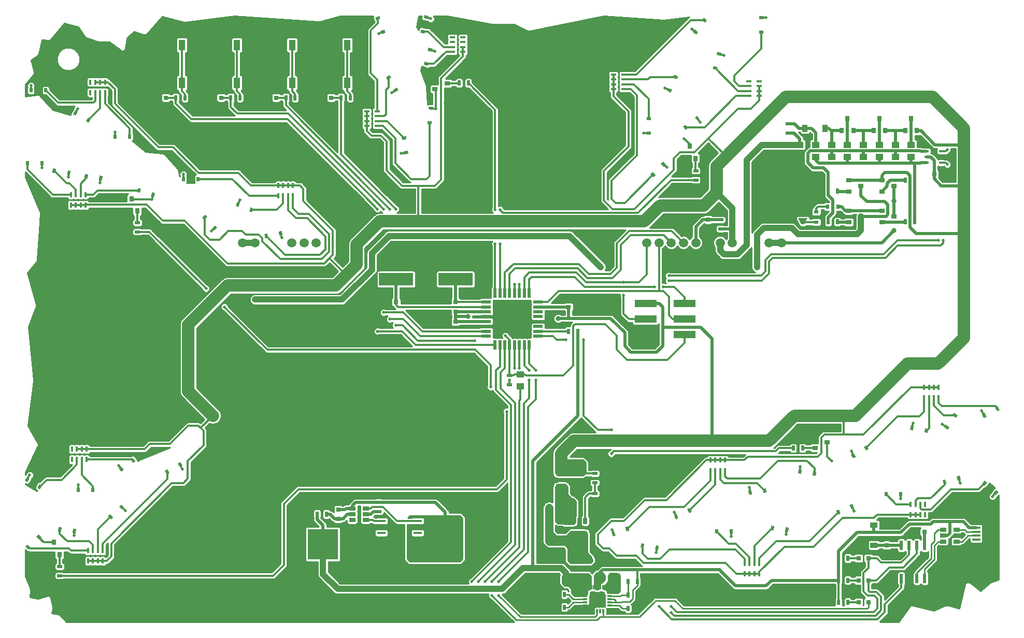
<source format=gbr>
G04 #@! TF.GenerationSoftware,KiCad,Pcbnew,(6.0.0-rc1-dev-557-ge985f797c)*
G04 #@! TF.CreationDate,2019-12-22T20:12:48+01:00*
G04 #@! TF.ProjectId,36C3_Badge_Hardware,333643335F42616467655F4861726477,1.1*
G04 #@! TF.SameCoordinates,Original*
G04 #@! TF.FileFunction,Copper,L2,Bot,Signal*
G04 #@! TF.FilePolarity,Positive*
%FSLAX46Y46*%
G04 Gerber Fmt 4.6, Leading zero omitted, Abs format (unit mm)*
G04 Created by KiCad (PCBNEW (6.0.0-rc1-dev-557-ge985f797c)) date 12/22/19 20:12:48*
%MOMM*%
%LPD*%
G01*
G04 APERTURE LIST*
G04 #@! TA.AperFunction,SMDPad,CuDef*
%ADD10R,1.200000X0.900000*%
G04 #@! TD*
G04 #@! TA.AperFunction,SMDPad,CuDef*
%ADD11R,1.250000X1.000000*%
G04 #@! TD*
G04 #@! TA.AperFunction,ComponentPad*
%ADD12C,1.500000*%
G04 #@! TD*
G04 #@! TA.AperFunction,SMDPad,CuDef*
%ADD13R,5.000000X5.000000*%
G04 #@! TD*
G04 #@! TA.AperFunction,SMDPad,CuDef*
%ADD14R,1.600000X2.100000*%
G04 #@! TD*
G04 #@! TA.AperFunction,SMDPad,CuDef*
%ADD15R,1.350000X0.400000*%
G04 #@! TD*
G04 #@! TA.AperFunction,SMDPad,CuDef*
%ADD16R,1.900000X1.900000*%
G04 #@! TD*
G04 #@! TA.AperFunction,SMDPad,CuDef*
%ADD17R,5.600700X2.100580*%
G04 #@! TD*
G04 #@! TA.AperFunction,SMDPad,CuDef*
%ADD18R,1.600000X0.550000*%
G04 #@! TD*
G04 #@! TA.AperFunction,SMDPad,CuDef*
%ADD19R,0.550000X1.600000*%
G04 #@! TD*
G04 #@! TA.AperFunction,SMDPad,CuDef*
%ADD20R,0.700000X0.450000*%
G04 #@! TD*
G04 #@! TA.AperFunction,SMDPad,CuDef*
%ADD21R,0.600000X1.550000*%
G04 #@! TD*
G04 #@! TA.AperFunction,SMDPad,CuDef*
%ADD22R,0.730000X0.300000*%
G04 #@! TD*
G04 #@! TA.AperFunction,SMDPad,CuDef*
%ADD23R,0.300000X0.730000*%
G04 #@! TD*
G04 #@! TA.AperFunction,SMDPad,CuDef*
%ADD24R,1.250000X1.250000*%
G04 #@! TD*
G04 #@! TA.AperFunction,SMDPad,CuDef*
%ADD25R,1.060000X0.650000*%
G04 #@! TD*
G04 #@! TA.AperFunction,SMDPad,CuDef*
%ADD26R,0.650000X1.060000*%
G04 #@! TD*
G04 #@! TA.AperFunction,SMDPad,CuDef*
%ADD27R,1.100000X1.800000*%
G04 #@! TD*
G04 #@! TA.AperFunction,SMDPad,CuDef*
%ADD28R,0.900000X0.500000*%
G04 #@! TD*
G04 #@! TA.AperFunction,SMDPad,CuDef*
%ADD29R,0.500000X0.900000*%
G04 #@! TD*
G04 #@! TA.AperFunction,SMDPad,CuDef*
%ADD30R,0.900000X0.400000*%
G04 #@! TD*
G04 #@! TA.AperFunction,SMDPad,CuDef*
%ADD31R,0.400000X0.900000*%
G04 #@! TD*
G04 #@! TA.AperFunction,SMDPad,CuDef*
%ADD32R,0.900000X0.800000*%
G04 #@! TD*
G04 #@! TA.AperFunction,SMDPad,CuDef*
%ADD33R,0.800000X0.900000*%
G04 #@! TD*
G04 #@! TA.AperFunction,SMDPad,CuDef*
%ADD34R,1.450000X0.450000*%
G04 #@! TD*
G04 #@! TA.AperFunction,SMDPad,CuDef*
%ADD35R,1.000000X2.700000*%
G04 #@! TD*
G04 #@! TA.AperFunction,SMDPad,CuDef*
%ADD36C,0.894426*%
G04 #@! TD*
G04 #@! TA.AperFunction,Conductor*
%ADD37C,0.100000*%
G04 #@! TD*
G04 #@! TA.AperFunction,SMDPad,CuDef*
%ADD38R,3.600000X1.270000*%
G04 #@! TD*
G04 #@! TA.AperFunction,SMDPad,CuDef*
%ADD39R,0.800000X0.600000*%
G04 #@! TD*
G04 #@! TA.AperFunction,SMDPad,CuDef*
%ADD40R,0.600000X0.800000*%
G04 #@! TD*
G04 #@! TA.AperFunction,SMDPad,CuDef*
%ADD41R,0.900000X1.200000*%
G04 #@! TD*
G04 #@! TA.AperFunction,SMDPad,CuDef*
%ADD42C,0.500000*%
G04 #@! TD*
G04 #@! TA.AperFunction,SMDPad,CuDef*
%ADD43R,0.500000X0.700000*%
G04 #@! TD*
G04 #@! TA.AperFunction,SMDPad,CuDef*
%ADD44R,0.700000X0.500000*%
G04 #@! TD*
G04 #@! TA.AperFunction,SMDPad,CuDef*
%ADD45R,0.800000X0.800000*%
G04 #@! TD*
G04 #@! TA.AperFunction,SMDPad,CuDef*
%ADD46R,1.800000X2.500000*%
G04 #@! TD*
G04 #@! TA.AperFunction,SMDPad,CuDef*
%ADD47R,0.800000X0.750000*%
G04 #@! TD*
G04 #@! TA.AperFunction,SMDPad,CuDef*
%ADD48R,0.750000X0.800000*%
G04 #@! TD*
G04 #@! TA.AperFunction,SMDPad,CuDef*
%ADD49R,1.000000X1.250000*%
G04 #@! TD*
G04 #@! TA.AperFunction,ViaPad*
%ADD50C,0.500000*%
G04 #@! TD*
G04 #@! TA.AperFunction,ViaPad*
%ADD51C,0.800000*%
G04 #@! TD*
G04 #@! TA.AperFunction,Conductor*
%ADD52C,0.500000*%
G04 #@! TD*
G04 #@! TA.AperFunction,Conductor*
%ADD53C,1.000000*%
G04 #@! TD*
G04 #@! TA.AperFunction,Conductor*
%ADD54C,0.250000*%
G04 #@! TD*
G04 #@! TA.AperFunction,Conductor*
%ADD55C,0.350000*%
G04 #@! TD*
G04 #@! TA.AperFunction,Conductor*
%ADD56C,2.000000*%
G04 #@! TD*
G04 #@! TA.AperFunction,Conductor*
%ADD57C,0.254000*%
G04 #@! TD*
G04 APERTURE END LIST*
D10*
G04 #@! TO.P,D6,1*
G04 #@! TO.N,Net-(C4-Pad2)*
X169100000Y-116950000D03*
G04 #@! TO.P,D6,2*
G04 #@! TO.N,+5V_USB*
X169100000Y-113650000D03*
G04 #@! TD*
D11*
G04 #@! TO.P,C27,1*
G04 #@! TO.N,/UART_RTS*
X111300000Y-91000000D03*
G04 #@! TO.P,C27,2*
G04 #@! TO.N,/SW_RESET*
X111300000Y-89000000D03*
G04 #@! TD*
D12*
G04 #@! TO.P,VFD1,39*
G04 #@! TO.N,N/C*
X78000000Y-67500000D03*
G04 #@! TO.P,VFD1,40*
X76000000Y-67500000D03*
G04 #@! TO.P,VFD1,41*
X74000000Y-67500000D03*
G04 #@! TO.P,VFD1,44*
G04 #@! TO.N,/FIL+*
X68000000Y-67500000D03*
G04 #@! TO.P,VFD1,45*
X66000000Y-67500000D03*
G04 #@! TO.P,VFD1,12*
G04 #@! TO.N,/VFD_DIN*
X132000000Y-67500000D03*
G04 #@! TO.P,VFD1,11*
G04 #@! TO.N,/VFD_CLK*
X134000000Y-67500000D03*
G04 #@! TO.P,VFD1,10*
G04 #@! TO.N,/VFD_~CS*
X136000000Y-67500000D03*
G04 #@! TO.P,VFD1,9*
G04 #@! TO.N,/VFD_~RST*
X138000000Y-67500000D03*
G04 #@! TO.P,VFD1,8*
G04 #@! TO.N,Net-(C23-Pad1)*
X140000000Y-67500000D03*
G04 #@! TO.P,VFD1,7*
G04 #@! TO.N,GND*
X142000000Y-67500000D03*
G04 #@! TO.P,VFD1,6*
G04 #@! TO.N,+30V*
X144000000Y-67500000D03*
G04 #@! TO.P,VFD1,5*
G04 #@! TO.N,+5V*
X146000000Y-67500000D03*
G04 #@! TO.P,VFD1,2*
G04 #@! TO.N,/FIL-*
X152000000Y-67500000D03*
G04 #@! TO.P,VFD1,1*
X154000000Y-67500000D03*
G04 #@! TD*
D13*
G04 #@! TO.P,BT1,1*
G04 #@! TO.N,+BATT*
X79100000Y-116800000D03*
G04 #@! TO.P,BT1,2*
G04 #@! TO.N,-BATT*
X99100000Y-116800000D03*
G04 #@! TD*
D14*
G04 #@! TO.P,J1,6*
G04 #@! TO.N,GND*
X185950000Y-118500000D03*
D15*
G04 #@! TO.P,J1,5*
X185825000Y-116700000D03*
G04 #@! TO.P,J1,1*
G04 #@! TO.N,+5V_USB*
X185825000Y-114100000D03*
G04 #@! TO.P,J1,2*
G04 #@! TO.N,Net-(D1-Pad1)*
X185825000Y-114750000D03*
G04 #@! TO.P,J1,4*
G04 #@! TO.N,Net-(J1-Pad4)*
X185825000Y-116050000D03*
G04 #@! TO.P,J1,3*
G04 #@! TO.N,Net-(D1-Pad3)*
X185825000Y-115400000D03*
D14*
G04 #@! TO.P,J1,6*
G04 #@! TO.N,GND*
X185950000Y-112300000D03*
D16*
X188500000Y-111550000D03*
X188500000Y-119250000D03*
X188500000Y-114200000D03*
X188500000Y-116600000D03*
G04 #@! TD*
D17*
G04 #@! TO.P,Y1,2*
G04 #@! TO.N,Net-(C28-Pad1)*
X91051140Y-73500000D03*
G04 #@! TO.P,Y1,1*
G04 #@! TO.N,Net-(C26-Pad2)*
X100748860Y-73500000D03*
G04 #@! TD*
D18*
G04 #@! TO.P,U6,1*
G04 #@! TO.N,/SW_BTN1*
X105750000Y-82800000D03*
G04 #@! TO.P,U6,2*
G04 #@! TO.N,/SW_BTN2*
X105750000Y-82000000D03*
G04 #@! TO.P,U6,3*
G04 #@! TO.N,GND*
X105750000Y-81200000D03*
G04 #@! TO.P,U6,4*
G04 #@! TO.N,+5V*
X105750000Y-80400000D03*
G04 #@! TO.P,U6,5*
G04 #@! TO.N,GND*
X105750000Y-79600000D03*
G04 #@! TO.P,U6,6*
G04 #@! TO.N,+5V*
X105750000Y-78800000D03*
G04 #@! TO.P,U6,7*
G04 #@! TO.N,Net-(C28-Pad1)*
X105750000Y-78000000D03*
G04 #@! TO.P,U6,8*
G04 #@! TO.N,Net-(C26-Pad2)*
X105750000Y-77200000D03*
D19*
G04 #@! TO.P,U6,9*
G04 #@! TO.N,/LED_H1*
X107200000Y-75750000D03*
G04 #@! TO.P,U6,10*
G04 #@! TO.N,/LED_D3*
X108000000Y-75750000D03*
G04 #@! TO.P,U6,11*
G04 #@! TO.N,/VFD_~RST*
X108800000Y-75750000D03*
G04 #@! TO.P,U6,12*
G04 #@! TO.N,/VFD_~CS*
X109600000Y-75750000D03*
G04 #@! TO.P,U6,13*
G04 #@! TO.N,/VFD_SUP_CLK_A*
X110400000Y-75750000D03*
G04 #@! TO.P,U6,14*
G04 #@! TO.N,/VFD_SUP_CLK_B*
X111200000Y-75750000D03*
G04 #@! TO.P,U6,15*
G04 #@! TO.N,/VFD_DIN*
X112000000Y-75750000D03*
G04 #@! TO.P,U6,16*
G04 #@! TO.N,Net-(J2-Pad1)*
X112800000Y-75750000D03*
D18*
G04 #@! TO.P,U6,17*
G04 #@! TO.N,/VFD_CLK*
X114250000Y-77200000D03*
G04 #@! TO.P,U6,18*
G04 #@! TO.N,+5V*
X114250000Y-78000000D03*
G04 #@! TO.P,U6,19*
G04 #@! TO.N,Net-(U6-Pad19)*
X114250000Y-78800000D03*
G04 #@! TO.P,U6,20*
G04 #@! TO.N,Net-(U6-Pad20)*
X114250000Y-79600000D03*
G04 #@! TO.P,U6,21*
G04 #@! TO.N,GND*
X114250000Y-80400000D03*
G04 #@! TO.P,U6,22*
G04 #@! TO.N,Net-(U6-Pad22)*
X114250000Y-81200000D03*
G04 #@! TO.P,U6,23*
G04 #@! TO.N,Net-(R42-Pad1)*
X114250000Y-82000000D03*
G04 #@! TO.P,U6,24*
G04 #@! TO.N,/LED_H2*
X114250000Y-82800000D03*
D19*
G04 #@! TO.P,U6,25*
G04 #@! TO.N,/PMIC_STAT1_~LBO*
X112800000Y-84250000D03*
G04 #@! TO.P,U6,26*
G04 #@! TO.N,/PMIC_~PG*
X112000000Y-84250000D03*
G04 #@! TO.P,U6,27*
G04 #@! TO.N,/LED_D1*
X111200000Y-84250000D03*
G04 #@! TO.P,U6,28*
G04 #@! TO.N,/LED_D2*
X110400000Y-84250000D03*
G04 #@! TO.P,U6,29*
G04 #@! TO.N,/SW_RESET*
X109600000Y-84250000D03*
G04 #@! TO.P,U6,30*
G04 #@! TO.N,/UART_TX*
X108800000Y-84250000D03*
G04 #@! TO.P,U6,31*
G04 #@! TO.N,/UART_RX*
X108000000Y-84250000D03*
G04 #@! TO.P,U6,32*
G04 #@! TO.N,/SW_STBY*
X107200000Y-84250000D03*
G04 #@! TD*
D20*
G04 #@! TO.P,U5,5*
G04 #@! TO.N,+5V*
X177700000Y-53500000D03*
G04 #@! TO.P,U5,4*
G04 #@! TO.N,Net-(C10-Pad2)*
X177700000Y-54450000D03*
G04 #@! TO.P,U5,6*
G04 #@! TO.N,Net-(C11-Pad2)*
X177700000Y-52550000D03*
G04 #@! TO.P,U5,1*
G04 #@! TO.N,/VFD_SUP_CLK_B*
X180100000Y-52550000D03*
G04 #@! TO.P,U5,3*
G04 #@! TO.N,/VFD_SUP_CLK_A*
X180100000Y-54450000D03*
G04 #@! TO.P,U5,2*
G04 #@! TO.N,GND*
X180100000Y-53500000D03*
G04 #@! TD*
D21*
G04 #@! TO.P,U4,1*
G04 #@! TO.N,Net-(D1-Pad4)*
X177405000Y-122400000D03*
G04 #@! TO.P,U4,2*
G04 #@! TO.N,Net-(D1-Pad6)*
X176135000Y-122400000D03*
G04 #@! TO.P,U4,3*
G04 #@! TO.N,GND*
X174865000Y-122400000D03*
G04 #@! TO.P,U4,4*
G04 #@! TO.N,/UART_RTS*
X173595000Y-122400000D03*
G04 #@! TO.P,U4,5*
G04 #@! TO.N,Net-(C4-Pad2)*
X173595000Y-117000000D03*
G04 #@! TO.P,U4,6*
G04 #@! TO.N,/UART_TX*
X174865000Y-117000000D03*
G04 #@! TO.P,U4,7*
G04 #@! TO.N,/UART_RX*
X176135000Y-117000000D03*
G04 #@! TO.P,U4,8*
G04 #@! TO.N,Net-(C5-Pad1)*
X177405000Y-117000000D03*
G04 #@! TD*
D22*
G04 #@! TO.P,U3,1*
G04 #@! TO.N,VCC*
X125865000Y-124800000D03*
G04 #@! TO.P,U3,2*
G04 #@! TO.N,Net-(R4-Pad1)*
X125865000Y-125300000D03*
G04 #@! TO.P,U3,3*
G04 #@! TO.N,+5V_USB*
X125865000Y-125800000D03*
G04 #@! TO.P,U3,4*
X125865000Y-126300000D03*
G04 #@! TO.P,U3,5*
G04 #@! TO.N,Net-(R7-Pad2)*
X125865000Y-126800000D03*
D23*
G04 #@! TO.P,U3,6*
G04 #@! TO.N,/PMIC_~PG*
X124900000Y-127765000D03*
G04 #@! TO.P,U3,7*
G04 #@! TO.N,Net-(U3-Pad7)*
X124400000Y-127765000D03*
G04 #@! TO.P,U3,8*
G04 #@! TO.N,/PMIC_STAT1_~LBO*
X123900000Y-127765000D03*
G04 #@! TO.P,U3,9*
G04 #@! TO.N,GND*
X123400000Y-127765000D03*
G04 #@! TO.P,U3,10*
X122900000Y-127765000D03*
D22*
G04 #@! TO.P,U3,11*
X121935000Y-126800000D03*
G04 #@! TO.P,U3,12*
G04 #@! TO.N,Net-(R6-Pad2)*
X121935000Y-126300000D03*
G04 #@! TO.P,U3,13*
G04 #@! TO.N,Net-(R2-Pad2)*
X121935000Y-125800000D03*
G04 #@! TO.P,U3,14*
G04 #@! TO.N,+BATT*
X121935000Y-125300000D03*
G04 #@! TO.P,U3,15*
X121935000Y-124800000D03*
D23*
G04 #@! TO.P,U3,16*
X122900000Y-123835000D03*
G04 #@! TO.P,U3,17*
G04 #@! TO.N,+5V_USB*
X123400000Y-123835000D03*
G04 #@! TO.P,U3,18*
X123900000Y-123835000D03*
G04 #@! TO.P,U3,19*
X124400000Y-123835000D03*
G04 #@! TO.P,U3,20*
G04 #@! TO.N,VCC*
X124900000Y-123835000D03*
D24*
G04 #@! TO.P,U3,21*
G04 #@! TO.N,GND*
X123275000Y-126425000D03*
X123275000Y-125175000D03*
X124525000Y-126425000D03*
X124525000Y-125175000D03*
G04 #@! TD*
D25*
G04 #@! TO.P,U2,1*
G04 #@! TO.N,Net-(Q1-Pad5)*
X86100000Y-110950000D03*
G04 #@! TO.P,U2,2*
G04 #@! TO.N,Net-(R3-Pad1)*
X86100000Y-111900000D03*
G04 #@! TO.P,U2,3*
G04 #@! TO.N,Net-(Q1-Pad4)*
X86100000Y-112850000D03*
G04 #@! TO.P,U2,4*
G04 #@! TO.N,Net-(U2-Pad4)*
X83900000Y-112850000D03*
G04 #@! TO.P,U2,6*
G04 #@! TO.N,-BATT*
X83900000Y-110950000D03*
G04 #@! TO.P,U2,5*
G04 #@! TO.N,Net-(C3-Pad2)*
X83900000Y-111900000D03*
G04 #@! TD*
D26*
G04 #@! TO.P,U1,1*
G04 #@! TO.N,Net-(D2-Pad2)*
X120050000Y-113000000D03*
G04 #@! TO.P,U1,2*
G04 #@! TO.N,GND*
X121000000Y-113000000D03*
G04 #@! TO.P,U1,3*
G04 #@! TO.N,Net-(R8-Pad2)*
X121950000Y-113000000D03*
G04 #@! TO.P,U1,4*
G04 #@! TO.N,VCC*
X121950000Y-115200000D03*
G04 #@! TO.P,U1,5*
X120050000Y-115200000D03*
G04 #@! TD*
D27*
G04 #@! TO.P,SW4,2*
G04 #@! TO.N,GND*
X52350000Y-35200000D03*
X52350000Y-41400000D03*
G04 #@! TO.P,SW4,1*
G04 #@! TO.N,Net-(R41-Pad1)*
X56050000Y-35200000D03*
X56050000Y-41400000D03*
G04 #@! TD*
G04 #@! TO.P,SW3,1*
G04 #@! TO.N,Net-(R40-Pad1)*
X65050000Y-41400000D03*
X65050000Y-35200000D03*
G04 #@! TO.P,SW3,2*
G04 #@! TO.N,GND*
X61350000Y-41400000D03*
X61350000Y-35200000D03*
G04 #@! TD*
G04 #@! TO.P,SW2,1*
G04 #@! TO.N,Net-(R38-Pad1)*
X74050000Y-41400000D03*
X74050000Y-35200000D03*
G04 #@! TO.P,SW2,2*
G04 #@! TO.N,GND*
X70350000Y-41400000D03*
X70350000Y-35200000D03*
G04 #@! TD*
G04 #@! TO.P,SW1,1*
G04 #@! TO.N,Net-(R37-Pad1)*
X83050000Y-41400000D03*
X83050000Y-35200000D03*
G04 #@! TO.P,SW1,2*
G04 #@! TO.N,GND*
X79350000Y-41400000D03*
X79350000Y-35200000D03*
G04 #@! TD*
D28*
G04 #@! TO.P,R43,1*
G04 #@! TO.N,/SW_RESET*
X109600000Y-89250000D03*
G04 #@! TO.P,R43,2*
G04 #@! TO.N,+5V*
X109600000Y-90750000D03*
G04 #@! TD*
D29*
G04 #@! TO.P,R42,1*
G04 #@! TO.N,Net-(R42-Pad1)*
X119250000Y-82000000D03*
G04 #@! TO.P,R42,2*
G04 #@! TO.N,+BATT*
X120750000Y-82000000D03*
G04 #@! TD*
G04 #@! TO.P,R41,1*
G04 #@! TO.N,Net-(R41-Pad1)*
X56550000Y-43800000D03*
G04 #@! TO.P,R41,2*
G04 #@! TO.N,/SW_STBY*
X55050000Y-43800000D03*
G04 #@! TD*
G04 #@! TO.P,R40,1*
G04 #@! TO.N,Net-(R40-Pad1)*
X65550000Y-43800000D03*
G04 #@! TO.P,R40,2*
G04 #@! TO.N,/SW_BTN2*
X64050000Y-43800000D03*
G04 #@! TD*
D28*
G04 #@! TO.P,R39,1*
G04 #@! TO.N,+5V*
X144100000Y-65250000D03*
G04 #@! TO.P,R39,2*
G04 #@! TO.N,Net-(C23-Pad1)*
X144100000Y-63750000D03*
G04 #@! TD*
D29*
G04 #@! TO.P,R38,1*
G04 #@! TO.N,Net-(R38-Pad1)*
X74550000Y-43800000D03*
G04 #@! TO.P,R38,2*
G04 #@! TO.N,/SW_BTN1*
X73050000Y-43800000D03*
G04 #@! TD*
G04 #@! TO.P,R37,1*
G04 #@! TO.N,Net-(R37-Pad1)*
X83550000Y-43800000D03*
G04 #@! TO.P,R37,2*
G04 #@! TO.N,/SW_RESET*
X82050000Y-43800000D03*
G04 #@! TD*
G04 #@! TO.P,R36,1*
G04 #@! TO.N,/LED_H1*
X102850000Y-41400000D03*
G04 #@! TO.P,R36,2*
G04 #@! TO.N,Net-(Q10-Pad1)*
X101350000Y-41400000D03*
G04 #@! TD*
D28*
G04 #@! TO.P,R35,1*
G04 #@! TO.N,+30V*
X155100000Y-49550000D03*
G04 #@! TO.P,R35,2*
G04 #@! TO.N,Net-(C16-Pad1)*
X155100000Y-48050000D03*
G04 #@! TD*
D30*
G04 #@! TO.P,R34,2*
G04 #@! TO.N,N/C*
X101950000Y-34700000D03*
G04 #@! TO.P,R34,3*
G04 #@! TO.N,+5V*
X101950000Y-35500000D03*
G04 #@! TO.P,R34,1*
G04 #@! TO.N,N/C*
X101950000Y-33900000D03*
G04 #@! TO.P,R34,4*
G04 #@! TO.N,+5V*
X101950000Y-36300000D03*
G04 #@! TO.P,R34,8*
G04 #@! TO.N,N/C*
X100250000Y-33900000D03*
G04 #@! TO.P,R34,7*
X100250000Y-34700000D03*
G04 #@! TO.P,R34,6*
G04 #@! TO.N,Net-(D55-Pad2)*
X100250000Y-35500000D03*
G04 #@! TO.P,R34,5*
G04 #@! TO.N,Net-(D54-Pad2)*
X100250000Y-36300000D03*
G04 #@! TD*
G04 #@! TO.P,R33,2*
G04 #@! TO.N,+5V*
X86250000Y-47600000D03*
G04 #@! TO.P,R33,3*
X86250000Y-46800000D03*
G04 #@! TO.P,R33,1*
X86250000Y-48400000D03*
G04 #@! TO.P,R33,4*
X86250000Y-46000000D03*
G04 #@! TO.P,R33,8*
G04 #@! TO.N,Net-(D53-Pad2)*
X87950000Y-48400000D03*
G04 #@! TO.P,R33,7*
G04 #@! TO.N,Net-(D52-Pad2)*
X87950000Y-47600000D03*
G04 #@! TO.P,R33,6*
G04 #@! TO.N,Net-(D51-Pad2)*
X87950000Y-46800000D03*
G04 #@! TO.P,R33,5*
G04 #@! TO.N,Net-(D50-Pad2)*
X87950000Y-46000000D03*
G04 #@! TD*
D29*
G04 #@! TO.P,R32,1*
G04 #@! TO.N,Net-(Q9-Pad1)*
X163150000Y-64100000D03*
G04 #@! TO.P,R32,2*
G04 #@! TO.N,Net-(C11-Pad2)*
X161650000Y-64100000D03*
G04 #@! TD*
G04 #@! TO.P,R31,1*
G04 #@! TO.N,Net-(Q8-Pad1)*
X163150000Y-59100000D03*
G04 #@! TO.P,R31,2*
G04 #@! TO.N,Net-(C11-Pad2)*
X161650000Y-59100000D03*
G04 #@! TD*
G04 #@! TO.P,R30,1*
G04 #@! TO.N,/LED_H2*
X155950000Y-101100000D03*
G04 #@! TO.P,R30,2*
G04 #@! TO.N,Net-(Q7-Pad1)*
X157450000Y-101100000D03*
G04 #@! TD*
D31*
G04 #@! TO.P,R29,2*
G04 #@! TO.N,+5V*
X176700000Y-111950000D03*
G04 #@! TO.P,R29,3*
X175900000Y-111950000D03*
G04 #@! TO.P,R29,1*
G04 #@! TO.N,N/C*
X177500000Y-111950000D03*
G04 #@! TO.P,R29,4*
G04 #@! TO.N,+5V*
X175100000Y-111950000D03*
G04 #@! TO.P,R29,8*
G04 #@! TO.N,N/C*
X177500000Y-110250000D03*
G04 #@! TO.P,R29,7*
G04 #@! TO.N,Net-(D48-Pad2)*
X176700000Y-110250000D03*
G04 #@! TO.P,R29,6*
G04 #@! TO.N,Net-(D47-Pad2)*
X175900000Y-110250000D03*
G04 #@! TO.P,R29,5*
G04 #@! TO.N,Net-(D46-Pad2)*
X175100000Y-110250000D03*
G04 #@! TD*
G04 #@! TO.P,R28,2*
G04 #@! TO.N,+5V*
X149600000Y-121650000D03*
G04 #@! TO.P,R28,3*
X148800000Y-121650000D03*
G04 #@! TO.P,R28,1*
X150400000Y-121650000D03*
G04 #@! TO.P,R28,4*
X148000000Y-121650000D03*
G04 #@! TO.P,R28,8*
G04 #@! TO.N,Net-(D45-Pad2)*
X150400000Y-119950000D03*
G04 #@! TO.P,R28,7*
G04 #@! TO.N,Net-(D44-Pad2)*
X149600000Y-119950000D03*
G04 #@! TO.P,R28,6*
G04 #@! TO.N,Net-(D43-Pad2)*
X148800000Y-119950000D03*
G04 #@! TO.P,R28,5*
G04 #@! TO.N,Net-(D42-Pad2)*
X148000000Y-119950000D03*
G04 #@! TD*
G04 #@! TO.P,R27,2*
G04 #@! TO.N,+5V*
X143200000Y-103050000D03*
G04 #@! TO.P,R27,3*
X144000000Y-103050000D03*
G04 #@! TO.P,R27,1*
X142400000Y-103050000D03*
G04 #@! TO.P,R27,4*
X144800000Y-103050000D03*
G04 #@! TO.P,R27,8*
G04 #@! TO.N,Net-(D41-Pad2)*
X142400000Y-104750000D03*
G04 #@! TO.P,R27,7*
G04 #@! TO.N,Net-(D40-Pad2)*
X143200000Y-104750000D03*
G04 #@! TO.P,R27,6*
G04 #@! TO.N,Net-(D39-Pad2)*
X144000000Y-104750000D03*
G04 #@! TO.P,R27,5*
G04 #@! TO.N,Net-(D38-Pad2)*
X144800000Y-104750000D03*
G04 #@! TD*
G04 #@! TO.P,R26,2*
G04 #@! TO.N,+5V*
X178100000Y-91150000D03*
G04 #@! TO.P,R26,3*
X178900000Y-91150000D03*
G04 #@! TO.P,R26,1*
X177300000Y-91150000D03*
G04 #@! TO.P,R26,4*
X179700000Y-91150000D03*
G04 #@! TO.P,R26,8*
G04 #@! TO.N,Net-(D37-Pad2)*
X177300000Y-92850000D03*
G04 #@! TO.P,R26,7*
G04 #@! TO.N,Net-(D36-Pad2)*
X178100000Y-92850000D03*
G04 #@! TO.P,R26,6*
G04 #@! TO.N,Net-(D35-Pad2)*
X178900000Y-92850000D03*
G04 #@! TO.P,R26,5*
G04 #@! TO.N,Net-(D34-Pad2)*
X179700000Y-92850000D03*
G04 #@! TD*
D28*
G04 #@! TO.P,R25,1*
G04 #@! TO.N,/LED_D1*
X36100000Y-121950000D03*
G04 #@! TO.P,R25,2*
G04 #@! TO.N,Net-(Q6-Pad1)*
X36100000Y-120450000D03*
G04 #@! TD*
D31*
G04 #@! TO.P,R24,2*
G04 #@! TO.N,+5V*
X38900000Y-101250000D03*
G04 #@! TO.P,R24,3*
X39700000Y-101250000D03*
G04 #@! TO.P,R24,1*
G04 #@! TO.N,N/C*
X38100000Y-101250000D03*
G04 #@! TO.P,R24,4*
G04 #@! TO.N,+5V*
X40500000Y-101250000D03*
G04 #@! TO.P,R24,8*
G04 #@! TO.N,N/C*
X38100000Y-102950000D03*
G04 #@! TO.P,R24,7*
G04 #@! TO.N,Net-(D31-Pad2)*
X38900000Y-102950000D03*
G04 #@! TO.P,R24,6*
G04 #@! TO.N,Net-(D30-Pad2)*
X39700000Y-102950000D03*
G04 #@! TO.P,R24,5*
G04 #@! TO.N,Net-(D29-Pad2)*
X40500000Y-102950000D03*
G04 #@! TD*
G04 #@! TO.P,R23,2*
G04 #@! TO.N,+5V*
X42300000Y-119550000D03*
G04 #@! TO.P,R23,3*
X41500000Y-119550000D03*
G04 #@! TO.P,R23,1*
X43100000Y-119550000D03*
G04 #@! TO.P,R23,4*
X40700000Y-119550000D03*
G04 #@! TO.P,R23,8*
G04 #@! TO.N,Net-(D28-Pad2)*
X43100000Y-117850000D03*
G04 #@! TO.P,R23,7*
G04 #@! TO.N,Net-(D27-Pad2)*
X42300000Y-117850000D03*
G04 #@! TO.P,R23,6*
G04 #@! TO.N,Net-(D26-Pad2)*
X41500000Y-117850000D03*
G04 #@! TO.P,R23,5*
G04 #@! TO.N,Net-(D25-Pad2)*
X40700000Y-117850000D03*
G04 #@! TD*
D29*
G04 #@! TO.P,R22,1*
G04 #@! TO.N,Net-(Q5-Pad1)*
X174250000Y-64100000D03*
G04 #@! TO.P,R22,2*
G04 #@! TO.N,Net-(C10-Pad2)*
X175750000Y-64100000D03*
G04 #@! TD*
G04 #@! TO.P,R21,1*
G04 #@! TO.N,Net-(Q4-Pad1)*
X174250000Y-57300000D03*
G04 #@! TO.P,R21,2*
G04 #@! TO.N,Net-(C10-Pad2)*
X175750000Y-57300000D03*
G04 #@! TD*
D28*
G04 #@! TO.P,R20,1*
G04 #@! TO.N,/LED_D2*
X48800000Y-65750000D03*
G04 #@! TO.P,R20,2*
G04 #@! TO.N,Net-(Q3-Pad1)*
X48800000Y-64250000D03*
G04 #@! TD*
D31*
G04 #@! TO.P,R19,2*
G04 #@! TO.N,+5V*
X41900000Y-41250000D03*
G04 #@! TO.P,R19,3*
X42700000Y-41250000D03*
G04 #@! TO.P,R19,1*
G04 #@! TO.N,N/C*
X41100000Y-41250000D03*
G04 #@! TO.P,R19,4*
G04 #@! TO.N,+5V*
X43500000Y-41250000D03*
G04 #@! TO.P,R19,8*
G04 #@! TO.N,N/C*
X41100000Y-42950000D03*
G04 #@! TO.P,R19,7*
G04 #@! TO.N,Net-(D24-Pad2)*
X41900000Y-42950000D03*
G04 #@! TO.P,R19,6*
G04 #@! TO.N,Net-(D23-Pad2)*
X42700000Y-42950000D03*
G04 #@! TO.P,R19,5*
G04 #@! TO.N,Net-(D22-Pad2)*
X43500000Y-42950000D03*
G04 #@! TD*
G04 #@! TO.P,R18,2*
G04 #@! TO.N,+5V*
X72600000Y-58150000D03*
G04 #@! TO.P,R18,3*
X73400000Y-58150000D03*
G04 #@! TO.P,R18,1*
X71800000Y-58150000D03*
G04 #@! TO.P,R18,4*
X74200000Y-58150000D03*
G04 #@! TO.P,R18,8*
G04 #@! TO.N,Net-(D21-Pad2)*
X71800000Y-59850000D03*
G04 #@! TO.P,R18,7*
G04 #@! TO.N,Net-(D20-Pad2)*
X72600000Y-59850000D03*
G04 #@! TO.P,R18,6*
G04 #@! TO.N,Net-(D19-Pad2)*
X73400000Y-59850000D03*
G04 #@! TO.P,R18,5*
G04 #@! TO.N,Net-(D18-Pad2)*
X74200000Y-59850000D03*
G04 #@! TD*
G04 #@! TO.P,R17,2*
G04 #@! TO.N,+5V*
X39500000Y-61350000D03*
G04 #@! TO.P,R17,3*
X38700000Y-61350000D03*
G04 #@! TO.P,R17,1*
X40300000Y-61350000D03*
G04 #@! TO.P,R17,4*
X37900000Y-61350000D03*
G04 #@! TO.P,R17,8*
G04 #@! TO.N,Net-(D17-Pad2)*
X40300000Y-59650000D03*
G04 #@! TO.P,R17,7*
G04 #@! TO.N,Net-(D16-Pad2)*
X39500000Y-59650000D03*
G04 #@! TO.P,R17,6*
G04 #@! TO.N,Net-(D15-Pad2)*
X38700000Y-59650000D03*
G04 #@! TO.P,R17,5*
G04 #@! TO.N,Net-(D14-Pad2)*
X37900000Y-59650000D03*
G04 #@! TD*
D28*
G04 #@! TO.P,R16,1*
G04 #@! TO.N,/LED_D3*
X140000000Y-57250000D03*
G04 #@! TO.P,R16,2*
G04 #@! TO.N,Net-(Q2-Pad1)*
X140000000Y-55750000D03*
G04 #@! TD*
D30*
G04 #@! TO.P,R15,2*
G04 #@! TO.N,+5V*
X150350000Y-41900000D03*
G04 #@! TO.P,R15,3*
X150350000Y-42700000D03*
G04 #@! TO.P,R15,1*
G04 #@! TO.N,N/C*
X150350000Y-41100000D03*
G04 #@! TO.P,R15,4*
G04 #@! TO.N,+5V*
X150350000Y-43500000D03*
G04 #@! TO.P,R15,8*
G04 #@! TO.N,N/C*
X148650000Y-41100000D03*
G04 #@! TO.P,R15,7*
G04 #@! TO.N,Net-(D13-Pad2)*
X148650000Y-41900000D03*
G04 #@! TO.P,R15,6*
G04 #@! TO.N,Net-(D12-Pad2)*
X148650000Y-42700000D03*
G04 #@! TO.P,R15,5*
G04 #@! TO.N,Net-(D11-Pad2)*
X148650000Y-43500000D03*
G04 #@! TD*
G04 #@! TO.P,R14,2*
G04 #@! TO.N,+5V*
X126550000Y-41600000D03*
G04 #@! TO.P,R14,3*
X126550000Y-40800000D03*
G04 #@! TO.P,R14,1*
X126550000Y-42400000D03*
G04 #@! TO.P,R14,4*
X126550000Y-40000000D03*
G04 #@! TO.P,R14,8*
G04 #@! TO.N,Net-(D10-Pad2)*
X128250000Y-42400000D03*
G04 #@! TO.P,R14,7*
G04 #@! TO.N,Net-(D9-Pad2)*
X128250000Y-41600000D03*
G04 #@! TO.P,R14,6*
G04 #@! TO.N,Net-(D8-Pad2)*
X128250000Y-40800000D03*
G04 #@! TO.P,R14,5*
G04 #@! TO.N,Net-(D7-Pad2)*
X128250000Y-40000000D03*
G04 #@! TD*
D29*
G04 #@! TO.P,R12,1*
G04 #@! TO.N,Net-(D5-Pad2)*
X164850000Y-119100000D03*
G04 #@! TO.P,R12,2*
G04 #@! TO.N,+5V_USB*
X163350000Y-119100000D03*
G04 #@! TD*
G04 #@! TO.P,R11,1*
G04 #@! TO.N,Net-(D4-Pad2)*
X164850000Y-122700000D03*
G04 #@! TO.P,R11,2*
G04 #@! TO.N,+5V_USB*
X163350000Y-122700000D03*
G04 #@! TD*
G04 #@! TO.P,R10,1*
G04 #@! TO.N,+5V_USB*
X163350000Y-126300000D03*
G04 #@! TO.P,R10,2*
G04 #@! TO.N,Net-(D3-Pad2)*
X164850000Y-126300000D03*
G04 #@! TD*
D28*
G04 #@! TO.P,R9,1*
G04 #@! TO.N,Net-(R8-Pad2)*
X123500000Y-108550000D03*
G04 #@! TO.P,R9,2*
G04 #@! TO.N,GND*
X123500000Y-110050000D03*
G04 #@! TD*
G04 #@! TO.P,R8,1*
G04 #@! TO.N,+5V*
X123500000Y-105250000D03*
G04 #@! TO.P,R8,2*
G04 #@! TO.N,Net-(R8-Pad2)*
X123500000Y-106750000D03*
G04 #@! TD*
D29*
G04 #@! TO.P,R7,1*
G04 #@! TO.N,GND*
X130450000Y-127300000D03*
G04 #@! TO.P,R7,2*
G04 #@! TO.N,Net-(R7-Pad2)*
X128950000Y-127300000D03*
G04 #@! TD*
G04 #@! TO.P,R6,1*
G04 #@! TO.N,GND*
X117050000Y-127100000D03*
G04 #@! TO.P,R6,2*
G04 #@! TO.N,Net-(R6-Pad2)*
X118550000Y-127100000D03*
G04 #@! TD*
G04 #@! TO.P,R5,1*
G04 #@! TO.N,GND*
X130450000Y-125100000D03*
G04 #@! TO.P,R5,2*
G04 #@! TO.N,Net-(R4-Pad1)*
X128950000Y-125100000D03*
G04 #@! TD*
G04 #@! TO.P,R4,1*
G04 #@! TO.N,Net-(R4-Pad1)*
X128950000Y-122900000D03*
G04 #@! TO.P,R4,2*
G04 #@! TO.N,+5V_USB*
X130450000Y-122900000D03*
G04 #@! TD*
D28*
G04 #@! TO.P,R3,1*
G04 #@! TO.N,Net-(R3-Pad1)*
X88200000Y-111450000D03*
G04 #@! TO.P,R3,2*
G04 #@! TO.N,-BATT*
X88200000Y-109950000D03*
G04 #@! TD*
D29*
G04 #@! TO.P,R2,1*
G04 #@! TO.N,GND*
X117050000Y-125000000D03*
G04 #@! TO.P,R2,2*
G04 #@! TO.N,Net-(R2-Pad2)*
X118550000Y-125000000D03*
G04 #@! TD*
G04 #@! TO.P,R1,1*
G04 #@! TO.N,Net-(C3-Pad2)*
X79650000Y-111900000D03*
G04 #@! TO.P,R1,2*
G04 #@! TO.N,+BATT*
X78150000Y-111900000D03*
G04 #@! TD*
D32*
G04 #@! TO.P,Q10,1*
G04 #@! TO.N,Net-(Q10-Pad1)*
X99400000Y-41450000D03*
G04 #@! TO.P,Q10,2*
G04 #@! TO.N,GND*
X99400000Y-43350000D03*
G04 #@! TO.P,Q10,3*
G04 #@! TO.N,Net-(D50-Pad1)*
X97400000Y-42400000D03*
G04 #@! TD*
G04 #@! TO.P,Q9,1*
G04 #@! TO.N,Net-(Q9-Pad1)*
X165000000Y-64150000D03*
G04 #@! TO.P,Q9,2*
G04 #@! TO.N,Net-(D57-Pad2)*
X165000000Y-62250000D03*
G04 #@! TO.P,Q9,3*
G04 #@! TO.N,/FIL+*
X167000000Y-63200000D03*
G04 #@! TD*
G04 #@! TO.P,Q8,1*
G04 #@! TO.N,Net-(Q8-Pad1)*
X165000000Y-59150000D03*
G04 #@! TO.P,Q8,2*
G04 #@! TO.N,+5V*
X165000000Y-57250000D03*
G04 #@! TO.P,Q8,3*
G04 #@! TO.N,/FIL+*
X167000000Y-58200000D03*
G04 #@! TD*
G04 #@! TO.P,Q7,1*
G04 #@! TO.N,Net-(Q7-Pad1)*
X159500000Y-101050000D03*
G04 #@! TO.P,Q7,2*
G04 #@! TO.N,GND*
X159500000Y-99150000D03*
G04 #@! TO.P,Q7,3*
G04 #@! TO.N,Net-(D34-Pad1)*
X161500000Y-100100000D03*
G04 #@! TD*
D33*
G04 #@! TO.P,Q6,1*
G04 #@! TO.N,Net-(Q6-Pad1)*
X36050000Y-118500000D03*
G04 #@! TO.P,Q6,2*
G04 #@! TO.N,GND*
X34150000Y-118500000D03*
G04 #@! TO.P,Q6,3*
G04 #@! TO.N,Net-(D25-Pad1)*
X35100000Y-116500000D03*
G04 #@! TD*
D32*
G04 #@! TO.P,Q5,1*
G04 #@! TO.N,Net-(Q5-Pad1)*
X170400000Y-64150000D03*
G04 #@! TO.P,Q5,2*
G04 #@! TO.N,Net-(D57-Pad2)*
X170400000Y-62250000D03*
G04 #@! TO.P,Q5,3*
G04 #@! TO.N,/FIL-*
X172400000Y-63200000D03*
G04 #@! TD*
G04 #@! TO.P,Q4,1*
G04 #@! TO.N,Net-(Q4-Pad1)*
X170400000Y-59150000D03*
G04 #@! TO.P,Q4,2*
G04 #@! TO.N,+5V*
X170400000Y-57250000D03*
G04 #@! TO.P,Q4,3*
G04 #@! TO.N,/FIL-*
X172400000Y-58200000D03*
G04 #@! TD*
D33*
G04 #@! TO.P,Q3,1*
G04 #@! TO.N,Net-(Q3-Pad1)*
X48750000Y-62300000D03*
G04 #@! TO.P,Q3,2*
G04 #@! TO.N,GND*
X46850000Y-62300000D03*
G04 #@! TO.P,Q3,3*
G04 #@! TO.N,Net-(D14-Pad1)*
X47800000Y-60300000D03*
G04 #@! TD*
G04 #@! TO.P,Q2,1*
G04 #@! TO.N,Net-(Q2-Pad1)*
X139950000Y-53700000D03*
G04 #@! TO.P,Q2,2*
G04 #@! TO.N,GND*
X138050000Y-53700000D03*
G04 #@! TO.P,Q2,3*
G04 #@! TO.N,Net-(D10-Pad1)*
X139000000Y-51700000D03*
G04 #@! TD*
D34*
G04 #@! TO.P,Q1,1*
G04 #@! TO.N,Net-(Q1-Pad1)*
X88650000Y-114975000D03*
G04 #@! TO.P,Q1,2*
G04 #@! TO.N,GND*
X88650000Y-114325000D03*
G04 #@! TO.P,Q1,3*
X88650000Y-113675000D03*
G04 #@! TO.P,Q1,4*
G04 #@! TO.N,Net-(Q1-Pad4)*
X88650000Y-113025000D03*
G04 #@! TO.P,Q1,5*
G04 #@! TO.N,Net-(Q1-Pad5)*
X94550000Y-113025000D03*
G04 #@! TO.P,Q1,6*
G04 #@! TO.N,-BATT*
X94550000Y-113675000D03*
G04 #@! TO.P,Q1,7*
X94550000Y-114325000D03*
G04 #@! TO.P,Q1,8*
G04 #@! TO.N,Net-(Q1-Pad8)*
X94550000Y-114975000D03*
G04 #@! TD*
D35*
G04 #@! TO.P,L1,1*
G04 #@! TO.N,VCC*
X116100000Y-111700000D03*
G04 #@! TO.P,L1,2*
G04 #@! TO.N,Net-(D2-Pad2)*
X118300000Y-111700000D03*
G04 #@! TD*
D36*
G04 #@! TO.P,JP1,2*
G04 #@! TO.N,GND*
X157500000Y-62600000D03*
D37*
G04 #@! TD*
G04 #@! TO.N,GND*
G04 #@! TO.C,JP1*
G36*
X157250000Y-62100000D02*
X157750000Y-62100000D01*
X158250000Y-63100000D01*
X156750000Y-63100000D01*
X157250000Y-62100000D01*
X157250000Y-62100000D01*
G37*
D36*
G04 #@! TO.P,JP1,1*
G04 #@! TO.N,Net-(D58-Pad1)*
X157500000Y-64000000D03*
D37*
G04 #@! TD*
G04 #@! TO.N,Net-(D58-Pad1)*
G04 #@! TO.C,JP1*
G36*
X157750000Y-64500000D02*
X157250000Y-64500000D01*
X156750000Y-63500000D01*
X158250000Y-63500000D01*
X157750000Y-64500000D01*
X157750000Y-64500000D01*
G37*
D38*
G04 #@! TO.P,J2,1*
G04 #@! TO.N,Net-(J2-Pad1)*
X138200000Y-77460000D03*
G04 #@! TO.P,J2,3*
G04 #@! TO.N,/VFD_CLK*
X138200000Y-80000000D03*
G04 #@! TO.P,J2,5*
G04 #@! TO.N,/SW_RESET*
X138200000Y-82540000D03*
G04 #@! TO.P,J2,6*
G04 #@! TO.N,GND*
X131800000Y-82540000D03*
G04 #@! TO.P,J2,4*
G04 #@! TO.N,/VFD_DIN*
X131800000Y-80000000D03*
G04 #@! TO.P,J2,2*
G04 #@! TO.N,+5V*
X131800000Y-77460000D03*
G04 #@! TD*
D39*
G04 #@! TO.P,D58,1*
G04 #@! TO.N,Net-(D58-Pad1)*
X159700000Y-64150000D03*
G04 #@! TO.P,D58,2*
G04 #@! TO.N,Net-(D57-Pad1)*
X159700000Y-62450000D03*
G04 #@! TD*
D40*
G04 #@! TO.P,D57,1*
G04 #@! TO.N,Net-(D57-Pad1)*
X161550000Y-61600000D03*
G04 #@! TO.P,D57,2*
G04 #@! TO.N,Net-(D57-Pad2)*
X163250000Y-61600000D03*
G04 #@! TD*
D41*
G04 #@! TO.P,D56,1*
G04 #@! TO.N,Net-(C16-Pad1)*
X157850000Y-48800000D03*
G04 #@! TO.P,D56,2*
G04 #@! TO.N,Net-(C15-Pad1)*
X161150000Y-48800000D03*
G04 #@! TD*
D42*
G04 #@! TO.P,D55,2*
G04 #@! TO.N,Net-(D55-Pad2)*
X95430059Y-32969244D03*
D37*
G04 #@! TD*
G04 #@! TO.N,Net-(D55-Pad2)*
G04 #@! TO.C,D55*
G36*
X95145267Y-32646919D02*
X95827326Y-32804384D01*
X95714851Y-33291569D01*
X95032792Y-33134104D01*
X95145267Y-32646919D01*
X95145267Y-32646919D01*
G37*
D42*
G04 #@! TO.P,D55,1*
G04 #@! TO.N,Net-(D50-Pad1)*
X95969941Y-30630756D03*
D37*
G04 #@! TD*
G04 #@! TO.N,Net-(D50-Pad1)*
G04 #@! TO.C,D55*
G36*
X95685149Y-30308431D02*
X96367208Y-30465896D01*
X96254733Y-30953081D01*
X95572674Y-30795616D01*
X95685149Y-30308431D01*
X95685149Y-30308431D01*
G37*
D42*
G04 #@! TO.P,D54,2*
G04 #@! TO.N,Net-(D54-Pad2)*
X95989417Y-38259111D03*
D37*
G04 #@! TD*
G04 #@! TO.N,Net-(D54-Pad2)*
G04 #@! TO.C,D54*
G36*
X95716048Y-37927043D02*
X96392196Y-38108216D01*
X96262786Y-38591179D01*
X95586638Y-38410006D01*
X95716048Y-37927043D01*
X95716048Y-37927043D01*
G37*
D42*
G04 #@! TO.P,D54,1*
G04 #@! TO.N,Net-(D50-Pad1)*
X96610583Y-35940889D03*
D37*
G04 #@! TD*
G04 #@! TO.N,Net-(D50-Pad1)*
G04 #@! TO.C,D54*
G36*
X96337214Y-35608821D02*
X97013362Y-35789994D01*
X96883952Y-36272957D01*
X96207804Y-36091784D01*
X96337214Y-35608821D01*
X96337214Y-35608821D01*
G37*
D42*
G04 #@! TO.P,D53,2*
G04 #@! TO.N,Net-(D53-Pad2)*
X96516292Y-47897077D03*
D37*
G04 #@! TD*
G04 #@! TO.N,Net-(D53-Pad2)*
G04 #@! TO.C,D53*
G36*
X96184584Y-47623271D02*
X96882879Y-47672101D01*
X96848000Y-48170883D01*
X96149705Y-48122053D01*
X96184584Y-47623271D01*
X96184584Y-47623271D01*
G37*
D42*
G04 #@! TO.P,D53,1*
G04 #@! TO.N,Net-(D50-Pad1)*
X96683708Y-45502923D03*
D37*
G04 #@! TD*
G04 #@! TO.N,Net-(D50-Pad1)*
G04 #@! TO.C,D53*
G36*
X96352000Y-45229117D02*
X97050295Y-45277947D01*
X97015416Y-45776729D01*
X96317121Y-45727899D01*
X96352000Y-45229117D01*
X96352000Y-45229117D01*
G37*
D42*
G04 #@! TO.P,D52,2*
G04 #@! TO.N,Net-(D52-Pad2)*
X92353757Y-50408945D03*
D37*
G04 #@! TD*
G04 #@! TO.N,Net-(D52-Pad2)*
G04 #@! TO.C,D52*
G36*
X92731615Y-50614427D02*
X92036833Y-50699736D01*
X91975899Y-50203463D01*
X92670681Y-50118154D01*
X92731615Y-50614427D01*
X92731615Y-50614427D01*
G37*
D42*
G04 #@! TO.P,D52,1*
G04 #@! TO.N,Net-(D50-Pad1)*
X92646243Y-52791055D03*
D37*
G04 #@! TD*
G04 #@! TO.N,Net-(D50-Pad1)*
G04 #@! TO.C,D52*
G36*
X93024101Y-52996537D02*
X92329319Y-53081846D01*
X92268385Y-52585573D01*
X92963167Y-52500264D01*
X93024101Y-52996537D01*
X93024101Y-52996537D01*
G37*
D42*
G04 #@! TO.P,D51,2*
G04 #@! TO.N,Net-(D51-Pad2)*
X89800000Y-40460770D03*
D37*
G04 #@! TD*
G04 #@! TO.N,Net-(D51-Pad2)*
G04 #@! TO.C,D51*
G36*
X90228109Y-40502276D02*
X89621891Y-40852276D01*
X89371891Y-40419264D01*
X89978109Y-40069264D01*
X90228109Y-40502276D01*
X90228109Y-40502276D01*
G37*
D42*
G04 #@! TO.P,D51,1*
G04 #@! TO.N,Net-(D50-Pad1)*
X91000000Y-42539230D03*
D37*
G04 #@! TD*
G04 #@! TO.N,Net-(D50-Pad1)*
G04 #@! TO.C,D51*
G36*
X91428109Y-42580736D02*
X90821891Y-42930736D01*
X90571891Y-42497724D01*
X91178109Y-42147724D01*
X91428109Y-42580736D01*
X91428109Y-42580736D01*
G37*
D42*
G04 #@! TO.P,D50,2*
G04 #@! TO.N,Net-(D50-Pad2)*
X88069958Y-30779703D03*
D37*
G04 #@! TD*
G04 #@! TO.N,Net-(D50-Pad2)*
G04 #@! TO.C,D50*
G36*
X88486303Y-30887669D02*
X87832797Y-31138527D01*
X87653613Y-30671737D01*
X88307119Y-30420879D01*
X88486303Y-30887669D01*
X88486303Y-30887669D01*
G37*
D42*
G04 #@! TO.P,D50,1*
G04 #@! TO.N,Net-(D50-Pad1)*
X88930042Y-33020297D03*
D37*
G04 #@! TD*
G04 #@! TO.N,Net-(D50-Pad1)*
G04 #@! TO.C,D50*
G36*
X89346387Y-33128263D02*
X88692881Y-33379121D01*
X88513697Y-32912331D01*
X89167203Y-32661473D01*
X89346387Y-33128263D01*
X89346387Y-33128263D01*
G37*
D33*
G04 #@! TO.P,D49,1*
G04 #@! TO.N,Net-(C13-Pad1)*
X165750000Y-49200000D03*
G04 #@! TO.P,D49,2*
G04 #@! TO.N,Net-(C15-Pad1)*
X163850000Y-49200000D03*
G04 #@! TO.P,D49,3*
G04 #@! TO.N,Net-(C14-Pad1)*
X164800000Y-47200000D03*
G04 #@! TD*
D42*
G04 #@! TO.P,D48,2*
G04 #@! TO.N,Net-(D48-Pad2)*
X187167425Y-106844816D03*
D37*
G04 #@! TD*
G04 #@! TO.N,Net-(D48-Pad2)*
G04 #@! TO.C,D48*
G36*
X187581974Y-106730145D02*
X187141449Y-107274147D01*
X186752876Y-106959487D01*
X187193401Y-106415485D01*
X187581974Y-106730145D01*
X187581974Y-106730145D01*
G37*
D42*
G04 #@! TO.P,D48,1*
G04 #@! TO.N,Net-(D34-Pad1)*
X189032575Y-108355184D03*
D37*
G04 #@! TD*
G04 #@! TO.N,Net-(D34-Pad1)*
G04 #@! TO.C,D48*
G36*
X189447124Y-108240513D02*
X189006599Y-108784515D01*
X188618026Y-108469855D01*
X189058551Y-107925853D01*
X189447124Y-108240513D01*
X189447124Y-108240513D01*
G37*
D42*
G04 #@! TO.P,D47,2*
G04 #@! TO.N,Net-(D47-Pad2)*
X180640889Y-106610583D03*
D37*
G04 #@! TD*
G04 #@! TO.N,Net-(D47-Pad2)*
G04 #@! TO.C,D47*
G36*
X180791784Y-106207804D02*
X180972957Y-106883952D01*
X180489994Y-107013362D01*
X180308821Y-106337214D01*
X180791784Y-106207804D01*
X180791784Y-106207804D01*
G37*
D42*
G04 #@! TO.P,D47,1*
G04 #@! TO.N,Net-(D34-Pad1)*
X182959111Y-105989417D03*
D37*
G04 #@! TD*
G04 #@! TO.N,Net-(D34-Pad1)*
G04 #@! TO.C,D47*
G36*
X183110006Y-105586638D02*
X183291179Y-106262786D01*
X182808216Y-106392196D01*
X182627043Y-105716048D01*
X183110006Y-105586638D01*
X183110006Y-105586638D01*
G37*
D43*
G04 #@! TO.P,D46,2*
G04 #@! TO.N,Net-(D46-Pad2)*
X171100000Y-108600000D03*
G04 #@! TO.P,D46,1*
G04 #@! TO.N,Net-(D34-Pad1)*
X173500000Y-108600000D03*
G04 #@! TD*
D42*
G04 #@! TO.P,D45,2*
G04 #@! TO.N,Net-(D45-Pad2)*
X163295394Y-111568877D03*
D37*
G04 #@! TD*
G04 #@! TO.N,Net-(D45-Pad2)*
G04 #@! TO.C,D45*
G36*
X163388764Y-111149018D02*
X163662276Y-111793371D01*
X163202024Y-111988736D01*
X162928512Y-111344383D01*
X163388764Y-111149018D01*
X163388764Y-111149018D01*
G37*
D42*
G04 #@! TO.P,D45,1*
G04 #@! TO.N,Net-(D34-Pad1)*
X165504606Y-110631123D03*
D37*
G04 #@! TD*
G04 #@! TO.N,Net-(D34-Pad1)*
G04 #@! TO.C,D45*
G36*
X165597976Y-110211264D02*
X165871488Y-110855617D01*
X165411236Y-111050982D01*
X165137724Y-110406629D01*
X165597976Y-110211264D01*
X165597976Y-110211264D01*
G37*
D42*
G04 #@! TO.P,D44,2*
G04 #@! TO.N,Net-(D44-Pad2)*
X152506574Y-114174566D03*
D37*
G04 #@! TD*
G04 #@! TO.N,Net-(D44-Pad2)*
G04 #@! TO.C,D44*
G36*
X152791789Y-113852615D02*
X152718620Y-114548781D01*
X152221359Y-114496517D01*
X152294528Y-113800351D01*
X152791789Y-113852615D01*
X152791789Y-113852615D01*
G37*
D42*
G04 #@! TO.P,D44,1*
G04 #@! TO.N,Net-(D34-Pad1)*
X154893426Y-114425434D03*
D37*
G04 #@! TD*
G04 #@! TO.N,Net-(D34-Pad1)*
G04 #@! TO.C,D44*
G36*
X155178641Y-114103483D02*
X155105472Y-114799649D01*
X154608211Y-114747385D01*
X154681380Y-114051219D01*
X155178641Y-114103483D01*
X155178641Y-114103483D01*
G37*
D43*
G04 #@! TO.P,D43,2*
G04 #@! TO.N,Net-(D43-Pad2)*
X143400000Y-114700000D03*
G04 #@! TO.P,D43,1*
G04 #@! TO.N,Net-(D34-Pad1)*
X145800000Y-114700000D03*
G04 #@! TD*
D42*
G04 #@! TO.P,D42,2*
G04 #@! TO.N,Net-(D42-Pad2)*
X131314774Y-117012279D03*
D37*
G04 #@! TD*
G04 #@! TO.N,Net-(D42-Pad2)*
G04 #@! TO.C,D42*
G36*
X131616448Y-116705697D02*
X131506944Y-117397079D01*
X131013100Y-117318861D01*
X131122604Y-116627479D01*
X131616448Y-116705697D01*
X131616448Y-116705697D01*
G37*
D42*
G04 #@! TO.P,D42,1*
G04 #@! TO.N,Net-(D34-Pad1)*
X133685226Y-117387721D03*
D37*
G04 #@! TD*
G04 #@! TO.N,Net-(D34-Pad1)*
G04 #@! TO.C,D42*
G36*
X133986900Y-117081139D02*
X133877396Y-117772521D01*
X133383552Y-117694303D01*
X133493056Y-117002921D01*
X133986900Y-117081139D01*
X133986900Y-117081139D01*
G37*
D42*
G04 #@! TO.P,D41,2*
G04 #@! TO.N,Net-(D41-Pad2)*
X128827631Y-114289576D03*
D37*
G04 #@! TD*
G04 #@! TO.N,Net-(D41-Pad2)*
G04 #@! TO.C,D41*
G36*
X128712415Y-114703973D02*
X128473001Y-114046189D01*
X128942847Y-113875179D01*
X129182261Y-114532963D01*
X128712415Y-114703973D01*
X128712415Y-114703973D01*
G37*
D42*
G04 #@! TO.P,D41,1*
G04 #@! TO.N,Net-(D34-Pad1)*
X126572369Y-115110424D03*
D37*
G04 #@! TD*
G04 #@! TO.N,Net-(D34-Pad1)*
G04 #@! TO.C,D41*
G36*
X126457153Y-115524821D02*
X126217739Y-114867037D01*
X126687585Y-114696027D01*
X126926999Y-115353811D01*
X126457153Y-115524821D01*
X126457153Y-115524821D01*
G37*
D42*
G04 #@! TO.P,D40,2*
G04 #@! TO.N,Net-(D40-Pad2)*
X138978553Y-111273955D03*
D37*
G04 #@! TD*
G04 #@! TO.N,Net-(D40-Pad2)*
G04 #@! TO.C,D40*
G36*
X138907284Y-111698126D02*
X138600425Y-111068970D01*
X139049822Y-110849784D01*
X139356681Y-111478940D01*
X138907284Y-111698126D01*
X138907284Y-111698126D01*
G37*
D42*
G04 #@! TO.P,D40,1*
G04 #@! TO.N,Net-(D34-Pad1)*
X136821447Y-112326045D03*
D37*
G04 #@! TD*
G04 #@! TO.N,Net-(D34-Pad1)*
G04 #@! TO.C,D40*
G36*
X136750178Y-112750216D02*
X136443319Y-112121060D01*
X136892716Y-111901874D01*
X137199575Y-112531030D01*
X136750178Y-112750216D01*
X136750178Y-112750216D01*
G37*
D42*
G04 #@! TO.P,D39,2*
G04 #@! TO.N,Net-(D39-Pad2)*
X151291055Y-108053757D03*
D37*
G04 #@! TD*
G04 #@! TO.N,Net-(D39-Pad2)*
G04 #@! TO.C,D39*
G36*
X151085573Y-108431615D02*
X151000264Y-107736833D01*
X151496537Y-107675899D01*
X151581846Y-108370681D01*
X151085573Y-108431615D01*
X151085573Y-108431615D01*
G37*
D42*
G04 #@! TO.P,D39,1*
G04 #@! TO.N,Net-(D34-Pad1)*
X148908945Y-108346243D03*
D37*
G04 #@! TD*
G04 #@! TO.N,Net-(D34-Pad1)*
G04 #@! TO.C,D39*
G36*
X148703463Y-108724101D02*
X148618154Y-108029319D01*
X149114427Y-107968385D01*
X149199736Y-108663167D01*
X148703463Y-108724101D01*
X148703463Y-108724101D01*
G37*
D42*
G04 #@! TO.P,D38,2*
G04 #@! TO.N,Net-(D38-Pad2)*
X159388322Y-105267008D03*
D37*
G04 #@! TD*
G04 #@! TO.N,Net-(D38-Pad2)*
G04 #@! TO.C,D38*
G36*
X159092044Y-105578809D02*
X159189466Y-104885621D01*
X159684600Y-104955207D01*
X159587178Y-105648395D01*
X159092044Y-105578809D01*
X159092044Y-105578809D01*
G37*
D42*
G04 #@! TO.P,D38,1*
G04 #@! TO.N,Net-(D34-Pad1)*
X157011678Y-104932992D03*
D37*
G04 #@! TD*
G04 #@! TO.N,Net-(D34-Pad1)*
G04 #@! TO.C,D38*
G36*
X156715400Y-105244793D02*
X156812822Y-104551605D01*
X157307956Y-104621191D01*
X157210534Y-105314379D01*
X156715400Y-105244793D01*
X156715400Y-105244793D01*
G37*
D42*
G04 #@! TO.P,D37,2*
G04 #@! TO.N,Net-(D37-Pad2)*
X167828601Y-101081954D03*
D37*
G04 #@! TD*
G04 #@! TO.N,Net-(D37-Pad2)*
G04 #@! TO.C,D37*
G36*
X167794573Y-101510722D02*
X167434046Y-100910705D01*
X167862629Y-100653186D01*
X168223156Y-101253203D01*
X167794573Y-101510722D01*
X167794573Y-101510722D01*
G37*
D42*
G04 #@! TO.P,D37,1*
G04 #@! TO.N,Net-(D34-Pad1)*
X165771399Y-102318046D03*
D37*
G04 #@! TD*
G04 #@! TO.N,Net-(D34-Pad1)*
G04 #@! TO.C,D37*
G36*
X165737371Y-102746814D02*
X165376844Y-102146797D01*
X165805427Y-101889278D01*
X166165954Y-102489295D01*
X165737371Y-102746814D01*
X165737371Y-102746814D01*
G37*
D42*
G04 #@! TO.P,D36,2*
G04 #@! TO.N,Net-(D36-Pad2)*
X177677953Y-98228971D03*
D37*
G04 #@! TD*
G04 #@! TO.N,Net-(D36-Pad2)*
G04 #@! TO.C,D36*
G36*
X177365763Y-98524838D02*
X177499329Y-97837699D01*
X177990143Y-97933104D01*
X177856577Y-98620243D01*
X177365763Y-98524838D01*
X177365763Y-98524838D01*
G37*
D42*
G04 #@! TO.P,D36,1*
G04 #@! TO.N,Net-(D34-Pad1)*
X175322047Y-97771029D03*
D37*
G04 #@! TD*
G04 #@! TO.N,Net-(D34-Pad1)*
G04 #@! TO.C,D36*
G36*
X175009857Y-98066896D02*
X175143423Y-97379757D01*
X175634237Y-97475162D01*
X175500671Y-98162301D01*
X175009857Y-98066896D01*
X175009857Y-98066896D01*
G37*
D42*
G04 #@! TO.P,D35,2*
G04 #@! TO.N,Net-(D35-Pad2)*
X182388292Y-95717018D03*
D37*
G04 #@! TD*
G04 #@! TO.N,Net-(D35-Pad2)*
G04 #@! TO.C,D35*
G36*
X182531601Y-96122558D02*
X181958195Y-95721054D01*
X182244983Y-95311478D01*
X182818389Y-95712982D01*
X182531601Y-96122558D01*
X182531601Y-96122558D01*
G37*
D42*
G04 #@! TO.P,D35,1*
G04 #@! TO.N,Net-(D34-Pad1)*
X181011708Y-97682982D03*
D37*
G04 #@! TD*
G04 #@! TO.N,Net-(D34-Pad1)*
G04 #@! TO.C,D35*
G36*
X181155017Y-98088522D02*
X180581611Y-97687018D01*
X180868399Y-97277442D01*
X181441805Y-97678946D01*
X181155017Y-98088522D01*
X181155017Y-98088522D01*
G37*
D42*
G04 #@! TO.P,D34,2*
G04 #@! TO.N,Net-(D34-Pad2)*
X189269208Y-94655211D03*
D37*
G04 #@! TD*
G04 #@! TO.N,Net-(D34-Pad2)*
G04 #@! TO.C,D34*
G36*
X189205353Y-95080561D02*
X188887560Y-94456856D01*
X189333063Y-94229861D01*
X189650856Y-94853566D01*
X189205353Y-95080561D01*
X189205353Y-95080561D01*
G37*
D42*
G04 #@! TO.P,D34,1*
G04 #@! TO.N,Net-(D34-Pad1)*
X187130792Y-95744789D03*
D37*
G04 #@! TD*
G04 #@! TO.N,Net-(D34-Pad1)*
G04 #@! TO.C,D34*
G36*
X187066937Y-96170139D02*
X186749144Y-95546434D01*
X187194647Y-95319439D01*
X187512440Y-95943144D01*
X187066937Y-96170139D01*
X187066937Y-96170139D01*
G37*
D33*
G04 #@! TO.P,D33,1*
G04 #@! TO.N,Net-(C11-Pad1)*
X170950000Y-49200000D03*
G04 #@! TO.P,D33,2*
G04 #@! TO.N,Net-(C13-Pad1)*
X169050000Y-49200000D03*
G04 #@! TO.P,D33,3*
G04 #@! TO.N,Net-(C12-Pad1)*
X170000000Y-47200000D03*
G04 #@! TD*
G04 #@! TO.P,D32,1*
G04 #@! TO.N,+5V*
X176150000Y-49200000D03*
G04 #@! TO.P,D32,2*
G04 #@! TO.N,Net-(C11-Pad1)*
X174250000Y-49200000D03*
G04 #@! TO.P,D32,3*
G04 #@! TO.N,Net-(C10-Pad1)*
X175200000Y-47200000D03*
G04 #@! TD*
D42*
G04 #@! TO.P,D31,2*
G04 #@! TO.N,Net-(D31-Pad2)*
X32839230Y-107400000D03*
D37*
G04 #@! TD*
G04 #@! TO.N,Net-(D31-Pad2)*
G04 #@! TO.C,D31*
G36*
X32447724Y-107578109D02*
X32797724Y-106971891D01*
X33230736Y-107221891D01*
X32880736Y-107828109D01*
X32447724Y-107578109D01*
X32447724Y-107578109D01*
G37*
D42*
G04 #@! TO.P,D31,1*
G04 #@! TO.N,Net-(D25-Pad1)*
X30760770Y-106200000D03*
D37*
G04 #@! TD*
G04 #@! TO.N,Net-(D25-Pad1)*
G04 #@! TO.C,D31*
G36*
X30369264Y-106378109D02*
X30719264Y-105771891D01*
X31152276Y-106021891D01*
X30802276Y-106628109D01*
X30369264Y-106378109D01*
X30369264Y-106378109D01*
G37*
D43*
G04 #@! TO.P,D30,2*
G04 #@! TO.N,Net-(D30-Pad2)*
X41500000Y-107900000D03*
G04 #@! TO.P,D30,1*
G04 #@! TO.N,Net-(D25-Pad1)*
X39100000Y-107900000D03*
G04 #@! TD*
D42*
G04 #@! TO.P,D29,2*
G04 #@! TO.N,Net-(D29-Pad2)*
X48058363Y-103077822D03*
D37*
G04 #@! TD*
G04 #@! TO.N,Net-(D29-Pad2)*
G04 #@! TO.C,D29*
G36*
X48069339Y-103507798D02*
X47648069Y-102948753D01*
X48047387Y-102647846D01*
X48468657Y-103206891D01*
X48069339Y-103507798D01*
X48069339Y-103507798D01*
G37*
D42*
G04 #@! TO.P,D29,1*
G04 #@! TO.N,Net-(D25-Pad1)*
X46141637Y-104522178D03*
D37*
G04 #@! TD*
G04 #@! TO.N,Net-(D25-Pad1)*
G04 #@! TO.C,D29*
G36*
X46152613Y-104952154D02*
X45731343Y-104393109D01*
X46130661Y-104092202D01*
X46551931Y-104651247D01*
X46152613Y-104952154D01*
X46152613Y-104952154D01*
G37*
D42*
G04 #@! TO.P,D28,2*
G04 #@! TO.N,Net-(D28-Pad2)*
X53660770Y-105000000D03*
D37*
G04 #@! TD*
G04 #@! TO.N,Net-(D28-Pad2)*
G04 #@! TO.C,D28*
G36*
X53702276Y-104571891D02*
X54052276Y-105178109D01*
X53619264Y-105428109D01*
X53269264Y-104821891D01*
X53702276Y-104571891D01*
X53702276Y-104571891D01*
G37*
D42*
G04 #@! TO.P,D28,1*
G04 #@! TO.N,Net-(D25-Pad1)*
X55739230Y-103800000D03*
D37*
G04 #@! TD*
G04 #@! TO.N,Net-(D25-Pad1)*
G04 #@! TO.C,D28*
G36*
X55780736Y-103371891D02*
X56130736Y-103978109D01*
X55697724Y-104228109D01*
X55347724Y-103621891D01*
X55780736Y-103371891D01*
X55780736Y-103371891D01*
G37*
D42*
G04 #@! TO.P,D27,2*
G04 #@! TO.N,Net-(D27-Pad2)*
X44394349Y-112287271D03*
D37*
G04 #@! TD*
G04 #@! TO.N,Net-(D27-Pad2)*
G04 #@! TO.C,D27*
G36*
X44353406Y-111859108D02*
X44812647Y-112387405D01*
X44435292Y-112715434D01*
X43976051Y-112187137D01*
X44353406Y-111859108D01*
X44353406Y-111859108D01*
G37*
D42*
G04 #@! TO.P,D27,1*
G04 #@! TO.N,Net-(D25-Pad1)*
X46205651Y-110712729D03*
D37*
G04 #@! TD*
G04 #@! TO.N,Net-(D25-Pad1)*
G04 #@! TO.C,D27*
G36*
X46164708Y-110284566D02*
X46623949Y-110812863D01*
X46246594Y-111140892D01*
X45787353Y-110612595D01*
X46164708Y-110284566D01*
X46164708Y-110284566D01*
G37*
D42*
G04 #@! TO.P,D26,2*
G04 #@! TO.N,Net-(D26-Pad2)*
X36106574Y-114374566D03*
D37*
G04 #@! TD*
G04 #@! TO.N,Net-(D26-Pad2)*
G04 #@! TO.C,D26*
G36*
X36391789Y-114052615D02*
X36318620Y-114748781D01*
X35821359Y-114696517D01*
X35894528Y-114000351D01*
X36391789Y-114052615D01*
X36391789Y-114052615D01*
G37*
D42*
G04 #@! TO.P,D26,1*
G04 #@! TO.N,Net-(D25-Pad1)*
X38493426Y-114625434D03*
D37*
G04 #@! TD*
G04 #@! TO.N,Net-(D25-Pad1)*
G04 #@! TO.C,D26*
G36*
X38778641Y-114303483D02*
X38705472Y-114999649D01*
X38208211Y-114947385D01*
X38281380Y-114251219D01*
X38778641Y-114303483D01*
X38778641Y-114303483D01*
G37*
D42*
G04 #@! TO.P,D25,2*
G04 #@! TO.N,Net-(D25-Pad2)*
X30908226Y-117202957D03*
D37*
G04 #@! TD*
G04 #@! TO.N,Net-(D25-Pad2)*
G04 #@! TO.C,D25*
G36*
X30859816Y-116775574D02*
X31328208Y-117295775D01*
X30956636Y-117630340D01*
X30488244Y-117110139D01*
X30859816Y-116775574D01*
X30859816Y-116775574D01*
G37*
D42*
G04 #@! TO.P,D25,1*
G04 #@! TO.N,Net-(D25-Pad1)*
X32691774Y-115597043D03*
D37*
G04 #@! TD*
G04 #@! TO.N,Net-(D25-Pad1)*
G04 #@! TO.C,D25*
G36*
X32643364Y-115169660D02*
X33111756Y-115689861D01*
X32740184Y-116024426D01*
X32271792Y-115504225D01*
X32643364Y-115169660D01*
X32643364Y-115169660D01*
G37*
D43*
G04 #@! TO.P,D24,2*
G04 #@! TO.N,Net-(D24-Pad2)*
X33800000Y-42600000D03*
G04 #@! TO.P,D24,1*
G04 #@! TO.N,Net-(D14-Pad1)*
X31400000Y-42600000D03*
G04 #@! TD*
D42*
G04 #@! TO.P,D23,2*
G04 #@! TO.N,Net-(D23-Pad2)*
X40749545Y-47481772D03*
D37*
G04 #@! TD*
G04 #@! TO.N,Net-(D23-Pad2)*
G04 #@! TO.C,D23*
G36*
X40361207Y-47666686D02*
X40700573Y-47054453D01*
X41137883Y-47296858D01*
X40798517Y-47909091D01*
X40361207Y-47666686D01*
X40361207Y-47666686D01*
G37*
D42*
G04 #@! TO.P,D23,1*
G04 #@! TO.N,Net-(D14-Pad1)*
X38650455Y-46318228D03*
D37*
G04 #@! TD*
G04 #@! TO.N,Net-(D14-Pad1)*
G04 #@! TO.C,D23*
G36*
X38262117Y-46503142D02*
X38601483Y-45890909D01*
X39038793Y-46133314D01*
X38699427Y-46745547D01*
X38262117Y-46503142D01*
X38262117Y-46503142D01*
G37*
D43*
G04 #@! TO.P,D22,2*
G04 #@! TO.N,Net-(D22-Pad2)*
X47500000Y-50200000D03*
G04 #@! TO.P,D22,1*
G04 #@! TO.N,Net-(D14-Pad1)*
X45100000Y-50200000D03*
G04 #@! TD*
G04 #@! TO.P,D21,2*
G04 #@! TO.N,Net-(D21-Pad2)*
X58700000Y-57100000D03*
G04 #@! TO.P,D21,1*
G04 #@! TO.N,Net-(D14-Pad1)*
X56300000Y-57100000D03*
G04 #@! TD*
D42*
G04 #@! TO.P,D20,2*
G04 #@! TO.N,Net-(D20-Pad2)*
X67412621Y-62149528D03*
D37*
G04 #@! TD*
G04 #@! TO.N,Net-(D20-Pad2)*
G04 #@! TO.C,D20*
G36*
X67049713Y-62380391D02*
X67311937Y-61731362D01*
X67775529Y-61918665D01*
X67513305Y-62567694D01*
X67049713Y-62380391D01*
X67049713Y-62380391D01*
G37*
D42*
G04 #@! TO.P,D20,1*
G04 #@! TO.N,Net-(D14-Pad1)*
X65187379Y-61250472D03*
D37*
G04 #@! TD*
G04 #@! TO.N,Net-(D14-Pad1)*
G04 #@! TO.C,D20*
G36*
X64824471Y-61481335D02*
X65086695Y-60832306D01*
X65550287Y-61019609D01*
X65288063Y-61668638D01*
X64824471Y-61481335D01*
X64824471Y-61481335D01*
G37*
D42*
G04 #@! TO.P,D19,2*
G04 #@! TO.N,Net-(D19-Pad2)*
X69822047Y-66428971D03*
D37*
G04 #@! TD*
G04 #@! TO.N,Net-(D19-Pad2)*
G04 #@! TO.C,D19*
G36*
X70000671Y-66037699D02*
X70134237Y-66724838D01*
X69643423Y-66820243D01*
X69509857Y-66133104D01*
X70000671Y-66037699D01*
X70000671Y-66037699D01*
G37*
D42*
G04 #@! TO.P,D19,1*
G04 #@! TO.N,Net-(D14-Pad1)*
X72177953Y-65971029D03*
D37*
G04 #@! TD*
G04 #@! TO.N,Net-(D14-Pad1)*
G04 #@! TO.C,D19*
G36*
X72356577Y-65579757D02*
X72490143Y-66266896D01*
X71999329Y-66362301D01*
X71865763Y-65675162D01*
X72356577Y-65579757D01*
X72356577Y-65579757D01*
G37*
D42*
G04 #@! TO.P,D18,2*
G04 #@! TO.N,Net-(D18-Pad2)*
X59781602Y-63322376D03*
D37*
G04 #@! TD*
G04 #@! TO.N,Net-(D18-Pad2)*
G04 #@! TO.C,D18*
G36*
X60208075Y-63266515D02*
X59696128Y-63743914D01*
X59355129Y-63378237D01*
X59867076Y-62900838D01*
X60208075Y-63266515D01*
X60208075Y-63266515D01*
G37*
D42*
G04 #@! TO.P,D18,1*
G04 #@! TO.N,Net-(D14-Pad1)*
X61418398Y-65077624D03*
D37*
G04 #@! TD*
G04 #@! TO.N,Net-(D14-Pad1)*
G04 #@! TO.C,D18*
G36*
X61844871Y-65021763D02*
X61332924Y-65499162D01*
X60991925Y-65133485D01*
X61503872Y-64656086D01*
X61844871Y-65021763D01*
X61844871Y-65021763D01*
G37*
D42*
G04 #@! TO.P,D17,2*
G04 #@! TO.N,Net-(D17-Pad2)*
X49052434Y-58949154D03*
D37*
G04 #@! TD*
G04 #@! TO.N,Net-(D17-Pad2)*
G04 #@! TO.C,D17*
G36*
X49393840Y-58687540D02*
X49189180Y-59356954D01*
X48711028Y-59210768D01*
X48915688Y-58541354D01*
X49393840Y-58687540D01*
X49393840Y-58687540D01*
G37*
D42*
G04 #@! TO.P,D17,1*
G04 #@! TO.N,Net-(D14-Pad1)*
X51347566Y-59650846D03*
D37*
G04 #@! TD*
G04 #@! TO.N,Net-(D14-Pad1)*
G04 #@! TO.C,D17*
G36*
X51688972Y-59389232D02*
X51484312Y-60058646D01*
X51006160Y-59912460D01*
X51210820Y-59243046D01*
X51688972Y-59389232D01*
X51688972Y-59389232D01*
G37*
D42*
G04 #@! TO.P,D16,2*
G04 #@! TO.N,Net-(D16-Pad2)*
X40408945Y-56653757D03*
D37*
G04 #@! TD*
G04 #@! TO.N,Net-(D16-Pad2)*
G04 #@! TO.C,D16*
G36*
X40699736Y-56336833D02*
X40614427Y-57031615D01*
X40118154Y-56970681D01*
X40203463Y-56275899D01*
X40699736Y-56336833D01*
X40699736Y-56336833D01*
G37*
D42*
G04 #@! TO.P,D16,1*
G04 #@! TO.N,Net-(D14-Pad1)*
X42791055Y-56946243D03*
D37*
G04 #@! TD*
G04 #@! TO.N,Net-(D14-Pad1)*
G04 #@! TO.C,D16*
G36*
X43081846Y-56629319D02*
X42996537Y-57324101D01*
X42500264Y-57263167D01*
X42585573Y-56568385D01*
X43081846Y-56629319D01*
X43081846Y-56629319D01*
G37*
D42*
G04 #@! TO.P,D15,2*
G04 #@! TO.N,Net-(D15-Pad2)*
X35208945Y-55753757D03*
D37*
G04 #@! TD*
G04 #@! TO.N,Net-(D15-Pad2)*
G04 #@! TO.C,D15*
G36*
X35499736Y-55436833D02*
X35414427Y-56131615D01*
X34918154Y-56070681D01*
X35003463Y-55375899D01*
X35499736Y-55436833D01*
X35499736Y-55436833D01*
G37*
D42*
G04 #@! TO.P,D15,1*
G04 #@! TO.N,Net-(D14-Pad1)*
X37591055Y-56046243D03*
D37*
G04 #@! TD*
G04 #@! TO.N,Net-(D14-Pad1)*
G04 #@! TO.C,D15*
G36*
X37881846Y-55729319D02*
X37796537Y-56424101D01*
X37300264Y-56363167D01*
X37385573Y-55668385D01*
X37881846Y-55729319D01*
X37881846Y-55729319D01*
G37*
D43*
G04 #@! TO.P,D14,2*
G04 #@! TO.N,Net-(D14-Pad2)*
X30800000Y-54500000D03*
G04 #@! TO.P,D14,1*
G04 #@! TO.N,Net-(D14-Pad1)*
X33200000Y-54500000D03*
G04 #@! TD*
D44*
G04 #@! TO.P,D13,2*
G04 #@! TO.N,Net-(D13-Pad2)*
X150700000Y-33100000D03*
G04 #@! TO.P,D13,1*
G04 #@! TO.N,Net-(D10-Pad1)*
X150700000Y-30700000D03*
G04 #@! TD*
D42*
G04 #@! TO.P,D12,2*
G04 #@! TO.N,Net-(D12-Pad2)*
X143189417Y-38959111D03*
D37*
G04 #@! TD*
G04 #@! TO.N,Net-(D12-Pad2)*
G04 #@! TO.C,D12*
G36*
X142916048Y-38627043D02*
X143592196Y-38808216D01*
X143462786Y-39291179D01*
X142786638Y-39110006D01*
X142916048Y-38627043D01*
X142916048Y-38627043D01*
G37*
D42*
G04 #@! TO.P,D12,1*
G04 #@! TO.N,Net-(D10-Pad1)*
X143810583Y-36640889D03*
D37*
G04 #@! TD*
G04 #@! TO.N,Net-(D10-Pad1)*
G04 #@! TO.C,D12*
G36*
X143537214Y-36308821D02*
X144213362Y-36489994D01*
X144083952Y-36972957D01*
X143407804Y-36791784D01*
X143537214Y-36308821D01*
X143537214Y-36308821D01*
G37*
D42*
G04 #@! TO.P,D11,2*
G04 #@! TO.N,Net-(D11-Pad2)*
X138354387Y-48638794D03*
D37*
G04 #@! TD*
G04 #@! TO.N,Net-(D11-Pad2)*
G04 #@! TO.C,D11*
G36*
X138335908Y-48209075D02*
X138766871Y-48760682D01*
X138372866Y-49068513D01*
X137941903Y-48516906D01*
X138335908Y-48209075D01*
X138335908Y-48209075D01*
G37*
D42*
G04 #@! TO.P,D11,1*
G04 #@! TO.N,Net-(D10-Pad1)*
X140245613Y-47161206D03*
D37*
G04 #@! TD*
G04 #@! TO.N,Net-(D10-Pad1)*
G04 #@! TO.C,D11*
G36*
X140227134Y-46731487D02*
X140658097Y-47283094D01*
X140264092Y-47590925D01*
X139833129Y-47039318D01*
X140227134Y-46731487D01*
X140227134Y-46731487D01*
G37*
D42*
G04 #@! TO.P,D10,2*
G04 #@! TO.N,Net-(D10-Pad2)*
X133051472Y-56348528D03*
D37*
G04 #@! TD*
G04 #@! TO.N,Net-(D10-Pad2)*
G04 #@! TO.C,D10*
G36*
X132980761Y-55924264D02*
X133475736Y-56419239D01*
X133122183Y-56772792D01*
X132627208Y-56277817D01*
X132980761Y-55924264D01*
X132980761Y-55924264D01*
G37*
D42*
G04 #@! TO.P,D10,1*
G04 #@! TO.N,Net-(D10-Pad1)*
X134748528Y-54651472D03*
D37*
G04 #@! TD*
G04 #@! TO.N,Net-(D10-Pad1)*
G04 #@! TO.C,D10*
G36*
X134677817Y-54227208D02*
X135172792Y-54722183D01*
X134819239Y-55075736D01*
X134324264Y-54580761D01*
X134677817Y-54227208D01*
X134677817Y-54227208D01*
G37*
D44*
G04 #@! TO.P,D9,2*
G04 #@! TO.N,Net-(D9-Pad2)*
X132300000Y-47200000D03*
G04 #@! TO.P,D9,1*
G04 #@! TO.N,Net-(D10-Pad1)*
X132300000Y-49600000D03*
G04 #@! TD*
D42*
G04 #@! TO.P,D8,2*
G04 #@! TO.N,Net-(D8-Pad2)*
X136707142Y-40412431D03*
D37*
G04 #@! TD*
G04 #@! TO.N,Net-(D8-Pad2)*
G04 #@! TO.C,D8*
G36*
X136918695Y-40786924D02*
X136284280Y-40491092D01*
X136495589Y-40037938D01*
X137130004Y-40333770D01*
X136918695Y-40786924D01*
X136918695Y-40786924D01*
G37*
D42*
G04 #@! TO.P,D8,1*
G04 #@! TO.N,Net-(D10-Pad1)*
X135692858Y-42587569D03*
D37*
G04 #@! TD*
G04 #@! TO.N,Net-(D10-Pad1)*
G04 #@! TO.C,D8*
G36*
X135904411Y-42962062D02*
X135269996Y-42666230D01*
X135481305Y-42213076D01*
X136115720Y-42508908D01*
X135904411Y-42962062D01*
X135904411Y-42962062D01*
G37*
D42*
G04 #@! TO.P,D7,2*
G04 #@! TO.N,Net-(D7-Pad2)*
X141422178Y-31141637D03*
D37*
G04 #@! TD*
G04 #@! TO.N,Net-(D7-Pad2)*
G04 #@! TO.C,D7*
G36*
X141551247Y-31551931D02*
X140992202Y-31130661D01*
X141293109Y-30731343D01*
X141852154Y-31152613D01*
X141551247Y-31551931D01*
X141551247Y-31551931D01*
G37*
D42*
G04 #@! TO.P,D7,1*
G04 #@! TO.N,Net-(D10-Pad1)*
X139977822Y-33058363D03*
D37*
G04 #@! TD*
G04 #@! TO.N,Net-(D10-Pad1)*
G04 #@! TO.C,D7*
G36*
X140106891Y-33468657D02*
X139547846Y-33047387D01*
X139848753Y-32648069D01*
X140407798Y-33069339D01*
X140106891Y-33468657D01*
X140106891Y-33468657D01*
G37*
D45*
G04 #@! TO.P,D5,2*
G04 #@! TO.N,Net-(D5-Pad2)*
X166600000Y-119100000D03*
G04 #@! TO.P,D5,1*
G04 #@! TO.N,/UART_TX*
X168200000Y-119100000D03*
G04 #@! TD*
G04 #@! TO.P,D4,2*
G04 #@! TO.N,Net-(D4-Pad2)*
X166600000Y-122700000D03*
G04 #@! TO.P,D4,1*
G04 #@! TO.N,/UART_RX*
X168200000Y-122700000D03*
G04 #@! TD*
G04 #@! TO.P,D3,2*
G04 #@! TO.N,Net-(D3-Pad2)*
X166600000Y-126300000D03*
G04 #@! TO.P,D3,1*
G04 #@! TO.N,/PMIC_~PG*
X168200000Y-126300000D03*
G04 #@! TD*
D46*
G04 #@! TO.P,D2,1*
G04 #@! TO.N,+5V*
X118000000Y-104300000D03*
G04 #@! TO.P,D2,2*
G04 #@! TO.N,Net-(D2-Pad2)*
X118000000Y-108300000D03*
G04 #@! TD*
D25*
G04 #@! TO.P,D1,1*
G04 #@! TO.N,Net-(D1-Pad1)*
X182600000Y-114450000D03*
G04 #@! TO.P,D1,2*
G04 #@! TO.N,GND*
X182600000Y-115400000D03*
G04 #@! TO.P,D1,3*
G04 #@! TO.N,Net-(D1-Pad3)*
X182600000Y-116350000D03*
G04 #@! TO.P,D1,4*
G04 #@! TO.N,Net-(D1-Pad4)*
X180400000Y-116350000D03*
G04 #@! TO.P,D1,6*
G04 #@! TO.N,Net-(D1-Pad6)*
X180400000Y-114450000D03*
G04 #@! TO.P,D1,5*
G04 #@! TO.N,+5V_USB*
X180400000Y-115400000D03*
G04 #@! TD*
D47*
G04 #@! TO.P,C28,1*
G04 #@! TO.N,Net-(C28-Pad1)*
X91050000Y-77200000D03*
G04 #@! TO.P,C28,2*
G04 #@! TO.N,GND*
X92550000Y-77200000D03*
G04 #@! TD*
G04 #@! TO.P,C26,1*
G04 #@! TO.N,GND*
X99250000Y-77200000D03*
G04 #@! TO.P,C26,2*
G04 #@! TO.N,Net-(C26-Pad2)*
X100750000Y-77200000D03*
G04 #@! TD*
G04 #@! TO.P,C25,1*
G04 #@! TO.N,/SW_STBY*
X53450000Y-43800000D03*
G04 #@! TO.P,C25,2*
G04 #@! TO.N,GND*
X51950000Y-43800000D03*
G04 #@! TD*
G04 #@! TO.P,C24,1*
G04 #@! TO.N,/SW_BTN2*
X62450000Y-43800000D03*
G04 #@! TO.P,C24,2*
G04 #@! TO.N,GND*
X60950000Y-43800000D03*
G04 #@! TD*
D48*
G04 #@! TO.P,C23,1*
G04 #@! TO.N,Net-(C23-Pad1)*
X142000000Y-63750000D03*
G04 #@! TO.P,C23,2*
G04 #@! TO.N,GND*
X142000000Y-65250000D03*
G04 #@! TD*
D47*
G04 #@! TO.P,C22,1*
G04 #@! TO.N,/SW_BTN1*
X71450000Y-43800000D03*
G04 #@! TO.P,C22,2*
G04 #@! TO.N,GND*
X69950000Y-43800000D03*
G04 #@! TD*
G04 #@! TO.P,C21,1*
G04 #@! TO.N,/SW_RESET*
X80450000Y-43800000D03*
G04 #@! TO.P,C21,2*
G04 #@! TO.N,GND*
X78950000Y-43800000D03*
G04 #@! TD*
G04 #@! TO.P,C20,1*
G04 #@! TO.N,+5V*
X119250000Y-78000000D03*
G04 #@! TO.P,C20,2*
G04 #@! TO.N,GND*
X120750000Y-78000000D03*
G04 #@! TD*
G04 #@! TO.P,C19,1*
G04 #@! TO.N,+5V*
X100750000Y-78800000D03*
G04 #@! TO.P,C19,2*
G04 #@! TO.N,GND*
X99250000Y-78800000D03*
G04 #@! TD*
G04 #@! TO.P,C18,1*
G04 #@! TO.N,GND*
X99250000Y-80400000D03*
G04 #@! TO.P,C18,2*
G04 #@! TO.N,+5V*
X100750000Y-80400000D03*
G04 #@! TD*
D11*
G04 #@! TO.P,C17,1*
G04 #@! TO.N,+30V*
X157000000Y-51500000D03*
G04 #@! TO.P,C17,2*
G04 #@! TO.N,GND*
X157000000Y-53500000D03*
G04 #@! TD*
G04 #@! TO.P,C16,1*
G04 #@! TO.N,Net-(C16-Pad1)*
X159600000Y-51500000D03*
G04 #@! TO.P,C16,2*
G04 #@! TO.N,Net-(C10-Pad2)*
X159600000Y-53500000D03*
G04 #@! TD*
G04 #@! TO.P,C15,1*
G04 #@! TO.N,Net-(C15-Pad1)*
X162200000Y-51500000D03*
G04 #@! TO.P,C15,2*
G04 #@! TO.N,Net-(C11-Pad2)*
X162200000Y-53500000D03*
G04 #@! TD*
G04 #@! TO.P,C14,1*
G04 #@! TO.N,Net-(C14-Pad1)*
X164800000Y-51500000D03*
G04 #@! TO.P,C14,2*
G04 #@! TO.N,Net-(C10-Pad2)*
X164800000Y-53500000D03*
G04 #@! TD*
G04 #@! TO.P,C13,1*
G04 #@! TO.N,Net-(C13-Pad1)*
X167400000Y-51500000D03*
G04 #@! TO.P,C13,2*
G04 #@! TO.N,Net-(C11-Pad2)*
X167400000Y-53500000D03*
G04 #@! TD*
G04 #@! TO.P,C12,1*
G04 #@! TO.N,Net-(C12-Pad1)*
X170000000Y-51500000D03*
G04 #@! TO.P,C12,2*
G04 #@! TO.N,Net-(C10-Pad2)*
X170000000Y-53500000D03*
G04 #@! TD*
G04 #@! TO.P,C11,1*
G04 #@! TO.N,Net-(C11-Pad1)*
X172600000Y-51500000D03*
G04 #@! TO.P,C11,2*
G04 #@! TO.N,Net-(C11-Pad2)*
X172600000Y-53500000D03*
G04 #@! TD*
G04 #@! TO.P,C10,1*
G04 #@! TO.N,Net-(C10-Pad1)*
X175200000Y-51500000D03*
G04 #@! TO.P,C10,2*
G04 #@! TO.N,Net-(C10-Pad2)*
X175200000Y-53500000D03*
G04 #@! TD*
D47*
G04 #@! TO.P,C9,1*
G04 #@! TO.N,GND*
X180450000Y-56300000D03*
G04 #@! TO.P,C9,2*
G04 #@! TO.N,+5V*
X178950000Y-56300000D03*
G04 #@! TD*
D49*
G04 #@! TO.P,C8,1*
G04 #@! TO.N,+BATT*
X118800000Y-122600000D03*
G04 #@! TO.P,C8,2*
G04 #@! TO.N,GND*
X116800000Y-122600000D03*
G04 #@! TD*
D11*
G04 #@! TO.P,C7,1*
G04 #@! TO.N,GND*
X126600000Y-120000000D03*
G04 #@! TO.P,C7,2*
G04 #@! TO.N,VCC*
X126600000Y-122000000D03*
G04 #@! TD*
G04 #@! TO.P,C6,1*
G04 #@! TO.N,+5V*
X121200000Y-105000000D03*
G04 #@! TO.P,C6,2*
G04 #@! TO.N,GND*
X121200000Y-107000000D03*
G04 #@! TD*
D47*
G04 #@! TO.P,C5,1*
G04 #@! TO.N,Net-(C5-Pad1)*
X177350000Y-114800000D03*
G04 #@! TO.P,C5,2*
G04 #@! TO.N,GND*
X175850000Y-114800000D03*
G04 #@! TD*
D48*
G04 #@! TO.P,C4,1*
G04 #@! TO.N,GND*
X171200000Y-118450000D03*
G04 #@! TO.P,C4,2*
G04 #@! TO.N,Net-(C4-Pad2)*
X171200000Y-116950000D03*
G04 #@! TD*
G04 #@! TO.P,C3,1*
G04 #@! TO.N,-BATT*
X81600000Y-111150000D03*
G04 #@! TO.P,C3,2*
G04 #@! TO.N,Net-(C3-Pad2)*
X81600000Y-112650000D03*
G04 #@! TD*
D11*
G04 #@! TO.P,C2,1*
G04 #@! TO.N,GND*
X117800000Y-114300000D03*
G04 #@! TO.P,C2,2*
G04 #@! TO.N,VCC*
X117800000Y-116300000D03*
G04 #@! TD*
G04 #@! TO.P,C1,1*
G04 #@! TO.N,GND*
X124300000Y-120000000D03*
G04 #@! TO.P,C1,2*
G04 #@! TO.N,+5V_USB*
X124300000Y-122000000D03*
G04 #@! TD*
D50*
G04 #@! TO.N,GND*
X119100000Y-114200000D03*
X124700000Y-125800000D03*
X123900000Y-125800000D03*
X123900000Y-125000000D03*
X124700000Y-125000000D03*
X124700000Y-126600000D03*
X123900000Y-126600000D03*
X123100000Y-125800000D03*
X123100000Y-125000000D03*
X123100000Y-126600000D03*
X183700000Y-115200000D03*
X174800000Y-114800000D03*
X125000000Y-118900000D03*
X124300000Y-118900000D03*
X123600000Y-118900000D03*
X133100000Y-122000000D03*
X132400000Y-122000000D03*
X131700000Y-122000000D03*
X91300000Y-114000000D03*
X90600000Y-114000000D03*
X91300000Y-114700000D03*
X90600000Y-114700000D03*
X121000000Y-114000000D03*
X121900000Y-108200000D03*
X121200000Y-108200000D03*
X120500000Y-108200000D03*
X170100000Y-118300000D03*
X181500000Y-56300000D03*
X155600000Y-54200000D03*
X155600000Y-53500000D03*
X155600000Y-52800000D03*
X137700000Y-54800000D03*
X138400000Y-54800000D03*
X99100000Y-44700000D03*
X99800000Y-44700000D03*
X46500000Y-63500000D03*
X47200000Y-63500000D03*
X33800000Y-119600000D03*
X34500000Y-119600000D03*
X158300000Y-99500000D03*
X158300000Y-98800000D03*
X93600000Y-77200000D03*
X98200000Y-77200000D03*
X107100000Y-79600000D03*
X107100000Y-81200000D03*
X112900000Y-80400000D03*
X98200000Y-78800000D03*
X98200000Y-80400000D03*
X121800000Y-78000000D03*
X133300000Y-83800000D03*
X130300000Y-83800000D03*
X131800000Y-83800000D03*
X181100000Y-53500000D03*
X79700000Y-39900000D03*
X79000000Y-39900000D03*
X70700000Y-39900000D03*
X70000000Y-39900000D03*
X61700000Y-39900000D03*
X61000000Y-39900000D03*
X52700000Y-39900000D03*
X52000000Y-39900000D03*
X184600000Y-116700000D03*
X175200000Y-123700000D03*
X174500000Y-123700000D03*
X115400000Y-122000000D03*
X114000000Y-122000000D03*
X114700000Y-122000000D03*
D51*
G04 #@! TO.N,+5V*
X117500000Y-79900000D03*
X102800000Y-79600000D03*
D50*
X109600000Y-90000000D03*
G04 #@! TO.N,VCC*
X127300000Y-123100000D03*
X126600000Y-123100000D03*
X125900000Y-123100000D03*
X122100000Y-119600000D03*
X122800000Y-119600000D03*
X121400000Y-119600000D03*
G04 #@! TO.N,/SW_RESET*
X91000000Y-62000000D03*
X108900000Y-82700000D03*
X103900000Y-83500000D03*
X91000000Y-81000000D03*
G04 #@! TO.N,/SW_BTN1*
X90000000Y-62000000D03*
X90000000Y-80000000D03*
G04 #@! TO.N,/SW_BTN2*
X89000000Y-62000000D03*
X89000000Y-78900000D03*
G04 #@! TO.N,/SW_STBY*
X88000000Y-62000000D03*
X88000000Y-82000000D03*
G04 #@! TO.N,/UART_RTS*
X134000000Y-127000000D03*
X105600000Y-122900000D03*
G04 #@! TO.N,/PMIC_~PG*
X106700000Y-125200000D03*
X106700000Y-122900000D03*
X112800000Y-88400000D03*
X112800000Y-90000000D03*
G04 #@! TO.N,/UART_RX*
X103400000Y-122900000D03*
X136000000Y-128000000D03*
G04 #@! TO.N,/UART_TX*
X104500000Y-122900000D03*
X136000000Y-127000000D03*
G04 #@! TO.N,Net-(D10-Pad1)*
X139400000Y-32600000D03*
X135000000Y-42200000D03*
X131500000Y-49600000D03*
X135300000Y-55200000D03*
X140700000Y-47800000D03*
X144600000Y-36900000D03*
X151500000Y-30700000D03*
X138100000Y-50500000D03*
G04 #@! TO.N,Net-(D14-Pad1)*
X33200000Y-55300000D03*
X37500000Y-56800000D03*
X42700000Y-57700000D03*
X51100000Y-60400000D03*
X60900000Y-65600000D03*
X65500000Y-60500000D03*
X56300000Y-56300000D03*
X45100000Y-49400000D03*
X39000000Y-45600000D03*
X31400000Y-41800000D03*
X72400000Y-66700000D03*
G04 #@! TO.N,Net-(D25-Pad1)*
X31200000Y-105500000D03*
X39100000Y-107100000D03*
X45700000Y-103900000D03*
X56100000Y-104500000D03*
X46800000Y-111300000D03*
X38400000Y-115400000D03*
X33200000Y-116200000D03*
G04 #@! TO.N,Net-(D34-Pad1)*
X188500000Y-109000000D03*
X183200000Y-106800000D03*
X173500000Y-109400000D03*
X165900000Y-111400000D03*
X154800000Y-115200000D03*
X145800000Y-115500000D03*
X133500000Y-118200000D03*
X126300000Y-114400000D03*
X136500000Y-111600000D03*
X148800000Y-107500000D03*
X157100000Y-104100000D03*
X165400000Y-101600000D03*
X175500000Y-97000000D03*
X180300000Y-97200000D03*
X186700000Y-95000000D03*
X162200000Y-103200000D03*
G04 #@! TO.N,Net-(D50-Pad1)*
X88200000Y-33300000D03*
X90300000Y-43000000D03*
X91900000Y-52900000D03*
X97500000Y-45600000D03*
X97400000Y-36200000D03*
X96700000Y-30900000D03*
G04 #@! TO.N,Net-(J2-Pad1)*
X134700000Y-74700000D03*
X133300000Y-74700000D03*
G04 #@! TO.N,/VFD_DIN*
X128200000Y-76100000D03*
X128200000Y-74000000D03*
D51*
G04 #@! TO.N,/FIL-*
X172400000Y-60700000D03*
X172400000Y-65500000D03*
G04 #@! TO.N,/FIL+*
X68000000Y-76800000D03*
X150000000Y-71500000D03*
X124500000Y-71500000D03*
D50*
G04 #@! TO.N,/LED_D3*
X108000000Y-62100000D03*
X108000000Y-67700000D03*
G04 #@! TO.N,/LED_D2*
X110400000Y-88000000D03*
X106500000Y-91100000D03*
X63000000Y-78000000D03*
X60000000Y-75000000D03*
G04 #@! TO.N,/LED_D1*
X111200000Y-88000000D03*
X109100000Y-95100000D03*
G04 #@! TO.N,/LED_H2*
X126200000Y-102000000D03*
X126200000Y-98100000D03*
X118800000Y-83400000D03*
X121700000Y-83400000D03*
G04 #@! TO.N,/LED_H1*
X107200000Y-67700000D03*
X107200000Y-62100000D03*
G04 #@! TO.N,/PMIC_STAT1_~LBO*
X107800000Y-125200000D03*
X107800000Y-122900000D03*
X113900000Y-88400000D03*
X113900000Y-90000000D03*
G04 #@! TO.N,/VFD_SUP_CLK_B*
X111200000Y-74300000D03*
X181100000Y-52300000D03*
X179700000Y-67100000D03*
X135600000Y-72900000D03*
G04 #@! TO.N,/VFD_SUP_CLK_A*
X110400000Y-74300000D03*
X181100000Y-54700000D03*
X180400000Y-67100000D03*
X135600000Y-73700000D03*
G04 #@! TD*
D52*
G04 #@! TO.N,+BATT*
X78150000Y-111900000D02*
X78150000Y-112750000D01*
X79100000Y-113700000D02*
X79100000Y-116800000D01*
X78150000Y-112750000D02*
X79100000Y-113700000D01*
X120750000Y-82000000D02*
X120750000Y-95850000D01*
X120750000Y-95850000D02*
X113400000Y-103200000D01*
D53*
X79100000Y-121700000D02*
X79100000Y-116800000D01*
X118800000Y-121500000D02*
X118000000Y-120700000D01*
X118800000Y-122600000D02*
X118800000Y-121500000D01*
X111800000Y-120700000D02*
X108400000Y-124100000D01*
X108400000Y-124100000D02*
X81500000Y-124100000D01*
X81500000Y-124100000D02*
X79100000Y-121700000D01*
D52*
X113400000Y-103200000D02*
X113400000Y-120700000D01*
D53*
X118000000Y-120700000D02*
X113400000Y-120700000D01*
X113400000Y-120700000D02*
X111800000Y-120700000D01*
D52*
G04 #@! TO.N,-BATT*
X81600000Y-111150000D02*
X82650000Y-111150000D01*
X82850000Y-110950000D02*
X83900000Y-110950000D01*
X82650000Y-111150000D02*
X82850000Y-110950000D01*
X99100000Y-116800000D02*
X99100000Y-111600000D01*
X97450000Y-109950000D02*
X88200000Y-109950000D01*
X99100000Y-111600000D02*
X97450000Y-109950000D01*
X83900000Y-110500000D02*
X83900000Y-110950000D01*
X88200000Y-109950000D02*
X84450000Y-109950000D01*
X84450000Y-109950000D02*
X83900000Y-110500000D01*
D54*
G04 #@! TO.N,GND*
X122900000Y-126800000D02*
X123275000Y-126425000D01*
X121935000Y-126800000D02*
X122900000Y-126800000D01*
D55*
X88650000Y-113675000D02*
X88650000Y-114325000D01*
D52*
G04 #@! TO.N,+5V_USB*
X185825000Y-114100000D02*
X184700000Y-114100000D01*
X184700000Y-114100000D02*
X183700000Y-113100000D01*
X180400000Y-115400000D02*
X181100000Y-115400000D01*
X181500000Y-115000000D02*
X181500000Y-113100000D01*
X181100000Y-115400000D02*
X181500000Y-115000000D01*
X183700000Y-113100000D02*
X181500000Y-113100000D01*
X173500000Y-114900000D02*
X171200000Y-114900000D01*
X174900000Y-113500000D02*
X173500000Y-114900000D01*
X178400000Y-113500000D02*
X174900000Y-113500000D01*
X181500000Y-113100000D02*
X178800000Y-113100000D01*
X178800000Y-113100000D02*
X178400000Y-113500000D01*
X163350000Y-117950000D02*
X163350000Y-119100000D01*
X166400000Y-114900000D02*
X163350000Y-117950000D01*
X163350000Y-119100000D02*
X163350000Y-122700000D01*
X163350000Y-122700000D02*
X152400000Y-122700000D01*
X152400000Y-122700000D02*
X151500000Y-123600000D01*
X151500000Y-123600000D02*
X146500000Y-123600000D01*
X124300000Y-122000000D02*
X124300000Y-121500000D01*
X124300000Y-121500000D02*
X124800000Y-121000000D01*
X143900000Y-121000000D02*
X144100000Y-121200000D01*
X146500000Y-123600000D02*
X144100000Y-121200000D01*
D55*
X130450000Y-121050000D02*
X130500000Y-121000000D01*
X130450000Y-122900000D02*
X130450000Y-121050000D01*
D52*
X124800000Y-121000000D02*
X130500000Y-121000000D01*
D54*
X125865000Y-126300000D02*
X126500000Y-126300000D01*
X126500000Y-126300000D02*
X126600000Y-126300000D01*
X127800000Y-126300000D02*
X127900000Y-126200000D01*
X126900000Y-126000000D02*
X126900000Y-126300000D01*
X126700000Y-125800000D02*
X126900000Y-126000000D01*
X125865000Y-125800000D02*
X126700000Y-125800000D01*
X126500000Y-126300000D02*
X126900000Y-126300000D01*
X126900000Y-126300000D02*
X127800000Y-126300000D01*
X127900000Y-126200000D02*
X129200000Y-126200000D01*
X129200000Y-126200000D02*
X129700000Y-125700000D01*
X129700000Y-125700000D02*
X129700000Y-124300000D01*
X130450000Y-123550000D02*
X130450000Y-122900000D01*
X129700000Y-124300000D02*
X130450000Y-123550000D01*
D52*
X130500000Y-121000000D02*
X143900000Y-121000000D01*
D55*
X163350000Y-126300000D02*
X163350000Y-122700000D01*
D52*
X169100000Y-113650000D02*
X169100000Y-114900000D01*
X171200000Y-114900000D02*
X169100000Y-114900000D01*
X169100000Y-114900000D02*
X166400000Y-114900000D01*
G04 #@! TO.N,Net-(C3-Pad2)*
X81600000Y-112650000D02*
X81050000Y-112650000D01*
X80300000Y-111900000D02*
X79650000Y-111900000D01*
X81050000Y-112650000D02*
X80300000Y-111900000D01*
X83900000Y-111900000D02*
X83100000Y-111900000D01*
X82350000Y-112650000D02*
X81600000Y-112650000D01*
X83100000Y-111900000D02*
X82350000Y-112650000D01*
G04 #@! TO.N,Net-(C5-Pad1)*
X177405000Y-114855000D02*
X177350000Y-114800000D01*
X177405000Y-117000000D02*
X177405000Y-114855000D01*
D55*
G04 #@! TO.N,+5V*
X150350000Y-41900000D02*
X150350000Y-42700000D01*
X150350000Y-42700000D02*
X150350000Y-43500000D01*
X126550000Y-40000000D02*
X126550000Y-40800000D01*
X126550000Y-40800000D02*
X126550000Y-41600000D01*
X126550000Y-41600000D02*
X126550000Y-42400000D01*
X101950000Y-35500000D02*
X101950000Y-36300000D01*
X86250000Y-46000000D02*
X86250000Y-46800000D01*
X86250000Y-46800000D02*
X86250000Y-47600000D01*
X86250000Y-47600000D02*
X86250000Y-48400000D01*
X43500000Y-41250000D02*
X42700000Y-41250000D01*
X41900000Y-41250000D02*
X42700000Y-41250000D01*
X74200000Y-58150000D02*
X73400000Y-58150000D01*
X73400000Y-58150000D02*
X72600000Y-58150000D01*
X72600000Y-58150000D02*
X71800000Y-58150000D01*
X40300000Y-61350000D02*
X39500000Y-61350000D01*
X38700000Y-61350000D02*
X39500000Y-61350000D01*
X37900000Y-61350000D02*
X38700000Y-61350000D01*
X38900000Y-101250000D02*
X39700000Y-101250000D01*
X40500000Y-101250000D02*
X39700000Y-101250000D01*
X43100000Y-119550000D02*
X42300000Y-119550000D01*
X40700000Y-119550000D02*
X41500000Y-119550000D01*
X42300000Y-119550000D02*
X41500000Y-119550000D01*
X150400000Y-121650000D02*
X149600000Y-121650000D01*
X148800000Y-121650000D02*
X148000000Y-121650000D01*
X149600000Y-121650000D02*
X148800000Y-121650000D01*
X176700000Y-111950000D02*
X175900000Y-111950000D01*
X175100000Y-111950000D02*
X175900000Y-111950000D01*
X144800000Y-103050000D02*
X144000000Y-103050000D01*
X143200000Y-103050000D02*
X142400000Y-103050000D01*
X144000000Y-103050000D02*
X143200000Y-103050000D01*
X179700000Y-91150000D02*
X178900000Y-91150000D01*
X177300000Y-91150000D02*
X178100000Y-91150000D01*
X178900000Y-91150000D02*
X178100000Y-91150000D01*
X146650000Y-121650000D02*
X148000000Y-121650000D01*
X150400000Y-121650000D02*
X150400000Y-121300000D01*
X150400000Y-121300000D02*
X154500000Y-117200000D01*
X154500000Y-117200000D02*
X159300000Y-117200000D01*
X159300000Y-117200000D02*
X164000000Y-112500000D01*
X164000000Y-112500000D02*
X169100000Y-112500000D01*
X169650000Y-111950000D02*
X175100000Y-111950000D01*
X169100000Y-112500000D02*
X169650000Y-111950000D01*
X150350000Y-43500000D02*
X150350000Y-44250000D01*
X150350000Y-44250000D02*
X149000000Y-45600000D01*
X86250000Y-49250000D02*
X86250000Y-48400000D01*
X87000000Y-50000000D02*
X86250000Y-49250000D01*
X88600000Y-50000000D02*
X87000000Y-50000000D01*
X89500000Y-50900000D02*
X88600000Y-50000000D01*
X101950000Y-36300000D02*
X101950000Y-37050000D01*
X89500000Y-55700000D02*
X89500000Y-50900000D01*
X98400000Y-40600000D02*
X98400000Y-57200000D01*
X101950000Y-37050000D02*
X98400000Y-40600000D01*
X98400000Y-57200000D02*
X97400000Y-58200000D01*
X92000000Y-58200000D02*
X89500000Y-55700000D01*
X43500000Y-41250000D02*
X43950000Y-41250000D01*
X43950000Y-41250000D02*
X45100000Y-42400000D01*
X45100000Y-42400000D02*
X45100000Y-44800000D01*
X45100000Y-44800000D02*
X52200000Y-51900000D01*
X52200000Y-51900000D02*
X54600000Y-51900000D01*
X54600000Y-51900000D02*
X58800000Y-56100000D01*
X58800000Y-56100000D02*
X65300000Y-56100000D01*
X67350000Y-58150000D02*
X71800000Y-58150000D01*
X65300000Y-56100000D02*
X67350000Y-58150000D01*
X74200000Y-58150000D02*
X75350000Y-58150000D01*
X75350000Y-58150000D02*
X75900000Y-58700000D01*
X75900000Y-58700000D02*
X75900000Y-60700000D01*
X75900000Y-60700000D02*
X80700000Y-65500000D01*
X80700000Y-65500000D02*
X80700000Y-69500000D01*
X79300000Y-70900000D02*
X71000000Y-70900000D01*
X71000000Y-70900000D02*
X64600000Y-70900000D01*
X64600000Y-70900000D02*
X63500000Y-70900000D01*
X40500000Y-101250000D02*
X49950000Y-101250000D01*
X49950000Y-101250000D02*
X50800000Y-100400000D01*
X50800000Y-100400000D02*
X54100000Y-100400000D01*
X54100000Y-100400000D02*
X57100000Y-97400000D01*
X57100000Y-97400000D02*
X58700000Y-97400000D01*
X59600000Y-98300000D02*
X59600000Y-100600000D01*
X59600000Y-100600000D02*
X57000000Y-103200000D01*
X57000000Y-103200000D02*
X57000000Y-106100000D01*
X57000000Y-106100000D02*
X56300000Y-106800000D01*
X56300000Y-106800000D02*
X54400000Y-106800000D01*
X54400000Y-106800000D02*
X44500000Y-116700000D01*
X44500000Y-116700000D02*
X44500000Y-118800000D01*
X43750000Y-119550000D02*
X43100000Y-119550000D01*
X44500000Y-118800000D02*
X43750000Y-119550000D01*
X147950000Y-103050000D02*
X144800000Y-103050000D01*
X148500000Y-102500000D02*
X147950000Y-103050000D01*
X177300000Y-91150000D02*
X175150000Y-91150000D01*
X175150000Y-91150000D02*
X167400000Y-98900000D01*
X160500000Y-101900000D02*
X159900000Y-102500000D01*
X160500000Y-101900000D02*
X160500000Y-99400000D01*
X160500000Y-99400000D02*
X161000000Y-98900000D01*
X40350000Y-61300000D02*
X40300000Y-61350000D01*
X50300000Y-61300000D02*
X40350000Y-61300000D01*
X52900000Y-63900000D02*
X50300000Y-61300000D01*
X63500000Y-70900000D02*
X56500000Y-63900000D01*
X56500000Y-63900000D02*
X52900000Y-63900000D01*
X146900000Y-45600000D02*
X147400000Y-45600000D01*
X137400000Y-52700000D02*
X139800000Y-52700000D01*
X136400000Y-55600000D02*
X136400000Y-53700000D01*
X130000000Y-62000000D02*
X136400000Y-55600000D01*
X125000000Y-55800000D02*
X125000000Y-60600000D01*
X136400000Y-53700000D02*
X137400000Y-52700000D01*
X125000000Y-60600000D02*
X126400000Y-62000000D01*
X149000000Y-45600000D02*
X147400000Y-45600000D01*
X126550000Y-42400000D02*
X126550000Y-43550000D01*
X126550000Y-43550000D02*
X129000000Y-46000000D01*
X129000000Y-46000000D02*
X129000000Y-51800000D01*
X129000000Y-51800000D02*
X125000000Y-55800000D01*
X131500000Y-119900000D02*
X144900000Y-119900000D01*
X127100000Y-118700000D02*
X130300000Y-118700000D01*
X125900000Y-117500000D02*
X127100000Y-118700000D01*
X124000000Y-116600000D02*
X124900000Y-117500000D01*
X144900000Y-119900000D02*
X145000000Y-120000000D01*
X126200000Y-113000000D02*
X124000000Y-115200000D01*
X145000000Y-120000000D02*
X146650000Y-121650000D01*
X130300000Y-118700000D02*
X131500000Y-119900000D01*
X124000000Y-115200000D02*
X124000000Y-116600000D01*
X142400000Y-103050000D02*
X141750000Y-103050000D01*
X141750000Y-103050000D02*
X135200000Y-109600000D01*
X124900000Y-117500000D02*
X125900000Y-117500000D01*
X128300000Y-113000000D02*
X126200000Y-113000000D01*
X135200000Y-109600000D02*
X131700000Y-109600000D01*
X131700000Y-109600000D02*
X128300000Y-113000000D01*
X121450000Y-105250000D02*
X121200000Y-105000000D01*
X123500000Y-105250000D02*
X121450000Y-105250000D01*
D52*
X178400000Y-53500000D02*
X177700000Y-53500000D01*
X170400000Y-57250000D02*
X165000000Y-57250000D01*
X178900000Y-56250000D02*
X178950000Y-56300000D01*
X170400000Y-57250000D02*
X170400000Y-56500000D01*
X170400000Y-56500000D02*
X170900000Y-56000000D01*
X170900000Y-56000000D02*
X174500000Y-56000000D01*
X174500000Y-56000000D02*
X175000000Y-56500000D01*
X175000000Y-56500000D02*
X175000000Y-65000000D01*
X176000000Y-66000000D02*
X178950000Y-66000000D01*
X175000000Y-65000000D02*
X176000000Y-66000000D01*
X178950000Y-54050000D02*
X178400000Y-53500000D01*
X178950000Y-56300000D02*
X178950000Y-54050000D01*
X178950000Y-56300000D02*
X178950000Y-57050000D01*
X178950000Y-57050000D02*
X180100000Y-58200000D01*
X179100000Y-51500000D02*
X181600000Y-51500000D01*
X176150000Y-49200000D02*
X176800000Y-49200000D01*
X176800000Y-49200000D02*
X179100000Y-51500000D01*
D56*
X120100000Y-99900000D02*
X118000000Y-102000000D01*
X179600000Y-87300000D02*
X174600000Y-87300000D01*
X183800000Y-83100000D02*
X179600000Y-87300000D01*
X84600000Y-67800000D02*
X88400000Y-64000000D01*
X57100000Y-80900000D02*
X63500000Y-74500000D01*
X63500000Y-74500000D02*
X81200000Y-74500000D01*
X156100000Y-95800000D02*
X152000000Y-99900000D01*
X174600000Y-87300000D02*
X166100000Y-95800000D01*
X118000000Y-102000000D02*
X118000000Y-104300000D01*
X57100000Y-91800000D02*
X57100000Y-80900000D01*
D52*
X181600000Y-51500000D02*
X183800000Y-51500000D01*
X180100000Y-58200000D02*
X183800000Y-58200000D01*
D56*
X183800000Y-51500000D02*
X183800000Y-58200000D01*
D52*
X178950000Y-66000000D02*
X183800000Y-66000000D01*
D56*
X183800000Y-58200000D02*
X183800000Y-66000000D01*
X183800000Y-66000000D02*
X183800000Y-83100000D01*
D55*
X94700000Y-58200000D02*
X94700000Y-64000000D01*
D56*
X88400000Y-64000000D02*
X94700000Y-64000000D01*
D55*
X94700000Y-58200000D02*
X92000000Y-58200000D01*
X97400000Y-58200000D02*
X94700000Y-58200000D01*
D56*
X84600000Y-71100000D02*
X84600000Y-69500000D01*
X84600000Y-69500000D02*
X84600000Y-67800000D01*
D55*
X59100000Y-97800000D02*
X61100000Y-95800000D01*
D56*
X61100000Y-95800000D02*
X57100000Y-91800000D01*
D55*
X59100000Y-97800000D02*
X59600000Y-98300000D01*
X58700000Y-97400000D02*
X59100000Y-97800000D01*
D56*
X94700000Y-64000000D02*
X128200000Y-64000000D01*
D55*
X128200000Y-62000000D02*
X130000000Y-62000000D01*
X126400000Y-62000000D02*
X128200000Y-62000000D01*
X80200000Y-70100000D02*
X82900000Y-72800000D01*
X80100000Y-70100000D02*
X80200000Y-70100000D01*
D56*
X82900000Y-72800000D02*
X84600000Y-71100000D01*
X81200000Y-74500000D02*
X82900000Y-72800000D01*
D55*
X80100000Y-70100000D02*
X79300000Y-70900000D01*
X80700000Y-69500000D02*
X80100000Y-70100000D01*
D56*
X152000000Y-99900000D02*
X149900000Y-99900000D01*
D55*
X149900000Y-102500000D02*
X148500000Y-102500000D01*
X159900000Y-102500000D02*
X149900000Y-102500000D01*
D56*
X183800000Y-48800000D02*
X183800000Y-51500000D01*
X178700000Y-43700000D02*
X183800000Y-48800000D01*
X154700000Y-43700000D02*
X178700000Y-43700000D01*
X141300000Y-61400000D02*
X143400000Y-59300000D01*
X143400000Y-59300000D02*
X143400000Y-55000000D01*
X141300000Y-61400000D02*
X134200000Y-61400000D01*
X131600000Y-64000000D02*
X128200000Y-64000000D01*
X134200000Y-61400000D02*
X131600000Y-64000000D01*
D53*
X146000000Y-61900000D02*
X143400000Y-59300000D01*
D52*
X145950000Y-65250000D02*
X146000000Y-65300000D01*
X144100000Y-65250000D02*
X145950000Y-65250000D01*
D53*
X146000000Y-67500000D02*
X146000000Y-65300000D01*
X146000000Y-65300000D02*
X146000000Y-61900000D01*
D52*
X105750000Y-78800000D02*
X100750000Y-78800000D01*
X105750000Y-80400000D02*
X100750000Y-80400000D01*
X119250000Y-78000000D02*
X114250000Y-78000000D01*
D56*
X134600000Y-99900000D02*
X120100000Y-99900000D01*
D52*
X135700000Y-81300000D02*
X140800000Y-81300000D01*
X142700000Y-83200000D02*
X142700000Y-99900000D01*
X140800000Y-81300000D02*
X142700000Y-83200000D01*
D56*
X149900000Y-99900000D02*
X142700000Y-99900000D01*
X142700000Y-99900000D02*
X134600000Y-99900000D01*
D52*
X134060000Y-77460000D02*
X134600000Y-78000000D01*
X131800000Y-77460000D02*
X134060000Y-77460000D01*
X135700000Y-81300000D02*
X134600000Y-81300000D01*
X134600000Y-78000000D02*
X134600000Y-81300000D01*
X133600000Y-85400000D02*
X134600000Y-84400000D01*
X134600000Y-84400000D02*
X134600000Y-81300000D01*
X129400000Y-85400000D02*
X133600000Y-85400000D01*
X126100000Y-79900000D02*
X128400000Y-82200000D01*
X120100000Y-79900000D02*
X126100000Y-79900000D01*
X128400000Y-82200000D02*
X128400000Y-84400000D01*
X128400000Y-84400000D02*
X129400000Y-85400000D01*
X102800000Y-79600000D02*
X100750000Y-79600000D01*
X100750000Y-78800000D02*
X100750000Y-79600000D01*
X100750000Y-79600000D02*
X100750000Y-80400000D01*
X119250000Y-79850000D02*
X119200000Y-79900000D01*
X119250000Y-78000000D02*
X119250000Y-79850000D01*
X120100000Y-79900000D02*
X119200000Y-79900000D01*
X119200000Y-79900000D02*
X117500000Y-79900000D01*
D55*
X142100000Y-50500000D02*
X145000000Y-53400000D01*
X142100000Y-50400000D02*
X142100000Y-50500000D01*
D56*
X145000000Y-53400000D02*
X154700000Y-43700000D01*
X143400000Y-55000000D02*
X145000000Y-53400000D01*
D55*
X142100000Y-50400000D02*
X146900000Y-45600000D01*
X139800000Y-52700000D02*
X142100000Y-50400000D01*
X164200000Y-98900000D02*
X164200000Y-95800000D01*
D56*
X164200000Y-95800000D02*
X156100000Y-95800000D01*
X166100000Y-95800000D02*
X164200000Y-95800000D01*
D55*
X164200000Y-98900000D02*
X167400000Y-98900000D01*
X161000000Y-98900000D02*
X164200000Y-98900000D01*
X109600000Y-90750000D02*
X109600000Y-90000000D01*
D54*
G04 #@! TO.N,VCC*
X124900000Y-123835000D02*
X125535000Y-123835000D01*
X125865000Y-124165000D02*
X125865000Y-124800000D01*
X125535000Y-123835000D02*
X125865000Y-124165000D01*
D52*
G04 #@! TO.N,Net-(C10-Pad1)*
X175200000Y-47200000D02*
X175200000Y-51500000D01*
G04 #@! TO.N,Net-(C10-Pad2)*
X176750000Y-54450000D02*
X177700000Y-54450000D01*
X176700000Y-54500000D02*
X176750000Y-54450000D01*
X159600000Y-53500000D02*
X159600000Y-54000000D01*
X159600000Y-54000000D02*
X160100000Y-54500000D01*
X175200000Y-53500000D02*
X175200000Y-54500000D01*
X170000000Y-53500000D02*
X170000000Y-54500000D01*
X170000000Y-54500000D02*
X175200000Y-54500000D01*
X164800000Y-53500000D02*
X164800000Y-54500000D01*
X160100000Y-54500000D02*
X164800000Y-54500000D01*
X164800000Y-54500000D02*
X170000000Y-54500000D01*
X175750000Y-54550000D02*
X175700000Y-54500000D01*
X175750000Y-57300000D02*
X175750000Y-54550000D01*
X175200000Y-54500000D02*
X175700000Y-54500000D01*
X175700000Y-54500000D02*
X176700000Y-54500000D01*
X175750000Y-64100000D02*
X175750000Y-57300000D01*
G04 #@! TO.N,Net-(C11-Pad1)*
X172600000Y-51500000D02*
X172600000Y-49200000D01*
X174250000Y-49200000D02*
X172600000Y-49200000D01*
X172600000Y-49200000D02*
X170950000Y-49200000D01*
G04 #@! TO.N,Net-(C11-Pad2)*
X176750000Y-52550000D02*
X177700000Y-52550000D01*
X176700000Y-52500000D02*
X176750000Y-52550000D01*
X162200000Y-53500000D02*
X162200000Y-53000000D01*
X172600000Y-53500000D02*
X172600000Y-52500000D01*
X172600000Y-52500000D02*
X176700000Y-52500000D01*
X167400000Y-53500000D02*
X167400000Y-52500000D01*
X162700000Y-52500000D02*
X167400000Y-52500000D01*
X167400000Y-52500000D02*
X172600000Y-52500000D01*
X161650000Y-64100000D02*
X161650000Y-63350000D01*
X161650000Y-63350000D02*
X162400000Y-62600000D01*
X162400000Y-62600000D02*
X162400000Y-60500000D01*
X161650000Y-59750000D02*
X161650000Y-59100000D01*
X162400000Y-60500000D02*
X161650000Y-59750000D01*
X161650000Y-59100000D02*
X161650000Y-56050000D01*
X161650000Y-56050000D02*
X160900000Y-55300000D01*
X160900000Y-55300000D02*
X159200000Y-55300000D01*
X159200000Y-55300000D02*
X158300000Y-54400000D01*
X158300000Y-54400000D02*
X158300000Y-52900000D01*
X158300000Y-52900000D02*
X158700000Y-52500000D01*
X162200000Y-53500000D02*
X162200000Y-52500000D01*
X158700000Y-52500000D02*
X162200000Y-52500000D01*
X162200000Y-52500000D02*
X162700000Y-52500000D01*
G04 #@! TO.N,Net-(C12-Pad1)*
X170000000Y-47200000D02*
X170000000Y-51500000D01*
G04 #@! TO.N,Net-(C13-Pad1)*
X167400000Y-51500000D02*
X167400000Y-49200000D01*
X169050000Y-49200000D02*
X167400000Y-49200000D01*
X167400000Y-49200000D02*
X165750000Y-49200000D01*
G04 #@! TO.N,Net-(C14-Pad1)*
X164800000Y-47200000D02*
X164800000Y-51500000D01*
G04 #@! TO.N,Net-(C15-Pad1)*
X161700000Y-48800000D02*
X161150000Y-48800000D01*
X163850000Y-49200000D02*
X162100000Y-49200000D01*
X162100000Y-49200000D02*
X161700000Y-48800000D01*
X162200000Y-49300000D02*
X162100000Y-49200000D01*
X162200000Y-51500000D02*
X162200000Y-49300000D01*
G04 #@! TO.N,Net-(C16-Pad1)*
X159600000Y-51500000D02*
X159600000Y-49500000D01*
X158900000Y-48800000D02*
X157850000Y-48800000D01*
X159600000Y-49500000D02*
X158900000Y-48800000D01*
X157850000Y-48800000D02*
X156900000Y-48800000D01*
X156150000Y-48050000D02*
X155100000Y-48050000D01*
X156900000Y-48800000D02*
X156150000Y-48050000D01*
G04 #@! TO.N,+30V*
X157000000Y-51500000D02*
X157000000Y-50500000D01*
X156050000Y-49550000D02*
X155100000Y-49550000D01*
X157000000Y-50500000D02*
X156050000Y-49550000D01*
D53*
X144000000Y-67500000D02*
X144000000Y-68800000D01*
X144000000Y-68800000D02*
X144600000Y-69400000D01*
X144600000Y-69400000D02*
X146800000Y-69400000D01*
X146800000Y-69400000D02*
X148300000Y-67900000D01*
X148300000Y-67900000D02*
X148300000Y-54000000D01*
X150800000Y-51500000D02*
X157000000Y-51500000D01*
X148300000Y-54000000D02*
X150800000Y-51500000D01*
D55*
G04 #@! TO.N,/SW_RESET*
X120000000Y-87600000D02*
X118350000Y-89250000D01*
X120000000Y-81100000D02*
X120000000Y-87600000D01*
X120300000Y-80800000D02*
X120000000Y-81100000D01*
X125200000Y-80800000D02*
X120300000Y-80800000D01*
X138200000Y-83900000D02*
X135400000Y-86700000D01*
X138200000Y-82540000D02*
X138200000Y-83900000D01*
X128800000Y-86700000D02*
X127100000Y-85000000D01*
X135400000Y-86700000D02*
X128800000Y-86700000D01*
X127100000Y-85000000D02*
X127100000Y-82700000D01*
X127100000Y-82700000D02*
X125200000Y-80800000D01*
X82050000Y-43800000D02*
X80450000Y-43800000D01*
X82050000Y-43800000D02*
X82050000Y-53050000D01*
X82050000Y-53050000D02*
X89000000Y-60000000D01*
X89000000Y-60000000D02*
X91000000Y-62000000D01*
X109600000Y-89250000D02*
X109600000Y-84250000D01*
X109600000Y-84250000D02*
X109600000Y-83400000D01*
X109600000Y-83400000D02*
X108900000Y-82700000D01*
X103900000Y-83500000D02*
X94600000Y-83500000D01*
X92100000Y-81000000D02*
X91000000Y-81000000D01*
X94600000Y-83500000D02*
X92100000Y-81000000D01*
X109600000Y-89250000D02*
X110150000Y-89250000D01*
X110400000Y-89000000D02*
X111300000Y-89000000D01*
X110150000Y-89250000D02*
X110400000Y-89000000D01*
X111300000Y-89000000D02*
X112000000Y-89000000D01*
X112250000Y-89250000D02*
X118350000Y-89250000D01*
X112000000Y-89000000D02*
X112250000Y-89250000D01*
G04 #@! TO.N,/SW_BTN1*
X73050000Y-43800000D02*
X71450000Y-43800000D01*
X73050000Y-43800000D02*
X73050000Y-45050000D01*
X73050000Y-45050000D02*
X88000000Y-60000000D01*
X88000000Y-60000000D02*
X90000000Y-62000000D01*
X105750000Y-82800000D02*
X95000000Y-82800000D01*
X92200000Y-80000000D02*
X90000000Y-80000000D01*
X95000000Y-82800000D02*
X92200000Y-80000000D01*
D52*
G04 #@! TO.N,Net-(C23-Pad1)*
X144100000Y-63750000D02*
X142000000Y-63750000D01*
X140000000Y-67500000D02*
X140000000Y-64900000D01*
X141150000Y-63750000D02*
X142000000Y-63750000D01*
X140000000Y-64900000D02*
X141150000Y-63750000D01*
D55*
G04 #@! TO.N,/SW_BTN2*
X64050000Y-43800000D02*
X62450000Y-43800000D01*
X73400000Y-46400000D02*
X87000000Y-60000000D01*
X65100000Y-46400000D02*
X73400000Y-46400000D01*
X64050000Y-43800000D02*
X64050000Y-45350000D01*
X64050000Y-45350000D02*
X65100000Y-46400000D01*
X87000000Y-60000000D02*
X89000000Y-62000000D01*
X105750000Y-82000000D02*
X95300000Y-82000000D01*
X92200000Y-78900000D02*
X89000000Y-78900000D01*
X95300000Y-82000000D02*
X92200000Y-78900000D01*
G04 #@! TO.N,/SW_STBY*
X55050000Y-43800000D02*
X53450000Y-43800000D01*
X55050000Y-43800000D02*
X55050000Y-44750000D01*
X55050000Y-44750000D02*
X57600000Y-47300000D01*
X57600000Y-47300000D02*
X73300000Y-47300000D01*
X73300000Y-47300000D02*
X86000000Y-60000000D01*
X86000000Y-60000000D02*
X88000000Y-62000000D01*
X92000000Y-82000000D02*
X88000000Y-82000000D01*
X107200000Y-84250000D02*
X94250000Y-84250000D01*
X94250000Y-84250000D02*
X92000000Y-82000000D01*
D52*
G04 #@! TO.N,Net-(C26-Pad2)*
X100748860Y-77198860D02*
X100750000Y-77200000D01*
X100748860Y-73500000D02*
X100748860Y-77198860D01*
D55*
X105750000Y-77200000D02*
X100750000Y-77200000D01*
G04 #@! TO.N,/UART_RTS*
X173595000Y-122400000D02*
X173595000Y-123905000D01*
X173595000Y-123905000D02*
X170900000Y-126600000D01*
X170900000Y-126600000D02*
X170900000Y-127900000D01*
X170900000Y-127900000D02*
X169700000Y-129100000D01*
X169700000Y-129100000D02*
X166900000Y-129100000D01*
X166900000Y-129100000D02*
X136100000Y-129100000D01*
X136100000Y-129100000D02*
X134000000Y-127000000D01*
X134000000Y-127000000D02*
X134000000Y-127000000D01*
X111200000Y-117300000D02*
X105600000Y-122900000D01*
X111200000Y-93300000D02*
X111200000Y-117300000D01*
X111300000Y-91000000D02*
X111300000Y-93200000D01*
X111300000Y-93200000D02*
X111200000Y-93300000D01*
D52*
G04 #@! TO.N,Net-(C28-Pad1)*
X91051140Y-77198860D02*
X91050000Y-77200000D01*
X91051140Y-73500000D02*
X91051140Y-77198860D01*
D55*
X105750000Y-78000000D02*
X91400000Y-78000000D01*
X91050000Y-77650000D02*
X91050000Y-77200000D01*
X91400000Y-78000000D02*
X91050000Y-77650000D01*
D54*
G04 #@! TO.N,Net-(D1-Pad1)*
X185825000Y-114750000D02*
X184250000Y-114750000D01*
X183950000Y-114450000D02*
X182600000Y-114450000D01*
X184250000Y-114750000D02*
X183950000Y-114450000D01*
G04 #@! TO.N,Net-(D1-Pad3)*
X185825000Y-115400000D02*
X184500000Y-115400000D01*
X183550000Y-116350000D02*
X182600000Y-116350000D01*
X184500000Y-115400000D02*
X183550000Y-116350000D01*
G04 #@! TO.N,Net-(D1-Pad4)*
X180400000Y-116350000D02*
X179650000Y-116350000D01*
X179650000Y-116350000D02*
X179000000Y-117000000D01*
X179000000Y-117000000D02*
X179000000Y-119300000D01*
X177405000Y-120895000D02*
X177405000Y-122400000D01*
X179000000Y-119300000D02*
X177405000Y-120895000D01*
G04 #@! TO.N,Net-(D1-Pad6)*
X180400000Y-114450000D02*
X179550000Y-114450000D01*
X179550000Y-114450000D02*
X179000000Y-115000000D01*
X179000000Y-115000000D02*
X179000000Y-116300000D01*
X179000000Y-116300000D02*
X178500000Y-116800000D01*
X178500000Y-116800000D02*
X178500000Y-119100000D01*
X176135000Y-121465000D02*
X176135000Y-122400000D01*
X178500000Y-119100000D02*
X176135000Y-121465000D01*
D55*
G04 #@! TO.N,Net-(D3-Pad2)*
X166600000Y-126300000D02*
X164850000Y-126300000D01*
D54*
G04 #@! TO.N,/PMIC_~PG*
X168200000Y-127100000D02*
X168200000Y-126300000D01*
X168000000Y-127300000D02*
X168200000Y-127100000D01*
X137900000Y-127300000D02*
X168000000Y-127300000D01*
X136600000Y-126000000D02*
X137900000Y-127300000D01*
X133500000Y-126000000D02*
X136600000Y-126000000D01*
X124900000Y-127765000D02*
X124900000Y-128400000D01*
X133000000Y-126500000D02*
X133500000Y-126000000D01*
X133000000Y-126500000D02*
X130800000Y-128700000D01*
X125200000Y-128700000D02*
X130800000Y-128700000D01*
X124400000Y-128700000D02*
X123900000Y-129200000D01*
X123900000Y-129200000D02*
X110700000Y-129200000D01*
X110700000Y-129200000D02*
X106700000Y-125200000D01*
X124900000Y-128400000D02*
X124900000Y-128700000D01*
X125200000Y-128700000D02*
X124900000Y-128700000D01*
X124900000Y-128700000D02*
X124400000Y-128700000D01*
D55*
X112000000Y-84250000D02*
X112000000Y-87600000D01*
X112000000Y-87600000D02*
X112800000Y-88400000D01*
X111900000Y-117700000D02*
X106700000Y-122900000D01*
X111900000Y-93800000D02*
X111900000Y-117700000D01*
X112800000Y-90000000D02*
X112800000Y-92900000D01*
X112800000Y-92900000D02*
X111900000Y-93800000D01*
G04 #@! TO.N,Net-(D4-Pad2)*
X166600000Y-122700000D02*
X164850000Y-122700000D01*
G04 #@! TO.N,/UART_RX*
X176135000Y-117000000D02*
X176135000Y-118365000D01*
X176135000Y-118365000D02*
X173900000Y-120600000D01*
X173900000Y-120600000D02*
X171600000Y-120600000D01*
X169500000Y-122700000D02*
X168200000Y-122700000D01*
X171600000Y-120600000D02*
X169500000Y-122700000D01*
X168200000Y-122700000D02*
X168200000Y-124400000D01*
X168200000Y-124400000D02*
X168400000Y-124600000D01*
X168400000Y-124600000D02*
X169500000Y-124600000D01*
X169500000Y-124600000D02*
X170300000Y-125400000D01*
X170300000Y-125400000D02*
X170300000Y-127600000D01*
X170300000Y-127600000D02*
X169400000Y-128500000D01*
X169400000Y-128500000D02*
X166900000Y-128500000D01*
X166900000Y-128500000D02*
X136500000Y-128500000D01*
X108000000Y-84250000D02*
X108000000Y-87800000D01*
X108000000Y-87800000D02*
X107400000Y-88400000D01*
X107400000Y-88400000D02*
X107400000Y-91600000D01*
X107400000Y-91600000D02*
X109600000Y-93800000D01*
X109600000Y-93800000D02*
X109800000Y-94000000D01*
X109800000Y-94000000D02*
X109800000Y-96800000D01*
X109800000Y-96800000D02*
X109800000Y-116500000D01*
X109800000Y-116500000D02*
X103400000Y-122900000D01*
X136500000Y-128500000D02*
X136000000Y-128000000D01*
G04 #@! TO.N,Net-(D5-Pad2)*
X166600000Y-119100000D02*
X164850000Y-119100000D01*
G04 #@! TO.N,/UART_TX*
X174865000Y-117000000D02*
X174865000Y-118535000D01*
X174865000Y-118535000D02*
X173600000Y-119800000D01*
X173600000Y-119800000D02*
X170300000Y-119800000D01*
X169600000Y-119100000D02*
X168200000Y-119100000D01*
X170300000Y-119800000D02*
X169600000Y-119100000D01*
X168200000Y-119100000D02*
X168200000Y-120700000D01*
X168200000Y-120700000D02*
X167400000Y-121500000D01*
X167400000Y-121500000D02*
X167400000Y-124500000D01*
X167400000Y-124500000D02*
X168100000Y-125200000D01*
X168100000Y-125200000D02*
X169200000Y-125200000D01*
X169200000Y-125200000D02*
X169700000Y-125700000D01*
X169700000Y-125700000D02*
X169700000Y-127300000D01*
X169700000Y-127300000D02*
X169100000Y-127900000D01*
X169100000Y-127900000D02*
X166900000Y-127900000D01*
X166900000Y-127900000D02*
X136900000Y-127900000D01*
X136900000Y-127900000D02*
X136000000Y-127000000D01*
X136000000Y-127000000D02*
X136000000Y-127000000D01*
X110500000Y-116900000D02*
X104500000Y-122900000D01*
X110500000Y-93700000D02*
X110500000Y-116900000D01*
X108100000Y-91300000D02*
X110500000Y-93700000D01*
X108100000Y-88700000D02*
X108100000Y-91300000D01*
X108800000Y-84250000D02*
X108800000Y-88000000D01*
X108800000Y-88000000D02*
X108100000Y-88700000D01*
X136000000Y-127000000D02*
X136000000Y-127000000D01*
G04 #@! TO.N,Net-(D7-Pad2)*
X141422178Y-31141637D02*
X139158363Y-31141637D01*
X130300000Y-40000000D02*
X128250000Y-40000000D01*
X139158363Y-31141637D02*
X130300000Y-40000000D01*
G04 #@! TO.N,Net-(D10-Pad1)*
X139977822Y-33058363D02*
X139400000Y-32600000D01*
X135692858Y-42587569D02*
X135000000Y-42200000D01*
X132300000Y-49600000D02*
X131500000Y-49600000D01*
X134748528Y-54651472D02*
X135300000Y-55200000D01*
X140245613Y-47161206D02*
X140700000Y-47800000D01*
X143810583Y-36640889D02*
X144600000Y-36900000D01*
X150700000Y-30700000D02*
X151500000Y-30700000D01*
X139000000Y-51700000D02*
X139000000Y-51400000D01*
X139000000Y-51400000D02*
X138100000Y-50500000D01*
G04 #@! TO.N,Net-(D8-Pad2)*
X128250000Y-40800000D02*
X132200000Y-40800000D01*
X132587569Y-40412431D02*
X136707142Y-40412431D01*
X132200000Y-40800000D02*
X132587569Y-40412431D01*
G04 #@! TO.N,Net-(D9-Pad2)*
X128250000Y-41600000D02*
X129900000Y-41600000D01*
X132300000Y-44000000D02*
X132300000Y-47200000D01*
X129900000Y-41600000D02*
X132300000Y-44000000D01*
G04 #@! TO.N,Net-(D10-Pad2)*
X128250000Y-42400000D02*
X129400000Y-42400000D01*
X129400000Y-42400000D02*
X130400000Y-43400000D01*
X130400000Y-43400000D02*
X130400000Y-53200000D01*
X130400000Y-53200000D02*
X126200000Y-57400000D01*
X126200000Y-57400000D02*
X126200000Y-60300000D01*
X126200000Y-60300000D02*
X126900000Y-61000000D01*
X128400000Y-61000000D02*
X133051472Y-56348528D01*
X126900000Y-61000000D02*
X128400000Y-61000000D01*
G04 #@! TO.N,Net-(D11-Pad2)*
X148650000Y-43500000D02*
X146600000Y-43500000D01*
X141461206Y-48638794D02*
X138354387Y-48638794D01*
X146600000Y-43500000D02*
X141461206Y-48638794D01*
G04 #@! TO.N,Net-(D12-Pad2)*
X146930306Y-42700000D02*
X143189417Y-38959111D01*
X148650000Y-42700000D02*
X146930306Y-42700000D01*
G04 #@! TO.N,Net-(D13-Pad2)*
X150700000Y-33100000D02*
X150700000Y-35800000D01*
X150700000Y-35800000D02*
X146300000Y-40200000D01*
X146300000Y-40200000D02*
X146300000Y-41100000D01*
X147100000Y-41900000D02*
X148650000Y-41900000D01*
X146300000Y-41100000D02*
X147100000Y-41900000D01*
G04 #@! TO.N,Net-(D14-Pad2)*
X30800000Y-54500000D02*
X30800000Y-55500000D01*
X34950000Y-59650000D02*
X37900000Y-59650000D01*
X30800000Y-55500000D02*
X34950000Y-59650000D01*
G04 #@! TO.N,Net-(D14-Pad1)*
X33200000Y-54500000D02*
X33200000Y-55300000D01*
X37591055Y-56046243D02*
X37500000Y-56800000D01*
X42791055Y-56946243D02*
X42700000Y-57700000D01*
X51347566Y-59650846D02*
X51100000Y-60400000D01*
X61418398Y-65077624D02*
X60900000Y-65600000D01*
X65187379Y-61250472D02*
X65500000Y-60500000D01*
X56300000Y-57100000D02*
X56300000Y-56300000D01*
X45100000Y-50200000D02*
X45100000Y-49400000D01*
X38650456Y-46318228D02*
X39000000Y-45600000D01*
X31400000Y-42600000D02*
X31400000Y-41800000D01*
X72177953Y-65971029D02*
X72400000Y-66700000D01*
X47900000Y-60400000D02*
X47800000Y-60300000D01*
X51100000Y-60400000D02*
X47900000Y-60400000D01*
G04 #@! TO.N,Net-(D15-Pad2)*
X38700000Y-59650000D02*
X38700000Y-58800000D01*
X38700000Y-58800000D02*
X37700000Y-57800000D01*
X37255188Y-57800000D02*
X35208945Y-55753757D01*
X37700000Y-57800000D02*
X37255188Y-57800000D01*
G04 #@! TO.N,Net-(D16-Pad2)*
X40408945Y-56653757D02*
X40408945Y-56991055D01*
X39500000Y-57900000D02*
X39500000Y-59650000D01*
X40408945Y-56991055D02*
X39500000Y-57900000D01*
G04 #@! TO.N,Net-(D17-Pad2)*
X49052434Y-58949154D02*
X42249154Y-58949154D01*
X41548308Y-59650000D02*
X40300000Y-59650000D01*
X42249154Y-58949154D02*
X41548308Y-59650000D01*
G04 #@! TO.N,Net-(D18-Pad2)*
X59781602Y-66181602D02*
X59781602Y-63322376D01*
X80100000Y-69000000D02*
X78900000Y-70200000D01*
X69200000Y-67300000D02*
X69200000Y-66800000D01*
X80100000Y-66100000D02*
X80100000Y-69000000D01*
X72100000Y-70200000D02*
X69200000Y-67300000D01*
X75100000Y-62800000D02*
X76800000Y-62800000D01*
X74200000Y-59850000D02*
X74200000Y-61900000D01*
X62200000Y-67000000D02*
X60600000Y-67000000D01*
X74200000Y-61900000D02*
X75100000Y-62800000D01*
X78900000Y-70200000D02*
X72100000Y-70200000D01*
X66500000Y-66200000D02*
X65900000Y-65600000D01*
X76800000Y-62800000D02*
X80100000Y-66100000D01*
X68600000Y-66200000D02*
X66500000Y-66200000D01*
X60600000Y-67000000D02*
X59781602Y-66181602D01*
X65900000Y-65600000D02*
X63600000Y-65600000D01*
X69200000Y-66800000D02*
X68600000Y-66200000D01*
X63600000Y-65600000D02*
X62200000Y-67000000D01*
G04 #@! TO.N,Net-(D19-Pad2)*
X78600000Y-69500000D02*
X72893076Y-69500000D01*
X73400000Y-62200000D02*
X74700000Y-63500000D01*
X73400000Y-59850000D02*
X73400000Y-62200000D01*
X74700000Y-63500000D02*
X76500000Y-63500000D01*
X72893076Y-69500000D02*
X69822047Y-66428971D01*
X76500000Y-63500000D02*
X79500000Y-66500000D01*
X79500000Y-66500000D02*
X79500000Y-68600000D01*
X79500000Y-68600000D02*
X78600000Y-69500000D01*
G04 #@! TO.N,Net-(D20-Pad2)*
X72600000Y-59850000D02*
X72600000Y-61100000D01*
X71550472Y-62149528D02*
X67412621Y-62149528D01*
X72600000Y-61100000D02*
X71550472Y-62149528D01*
G04 #@! TO.N,Net-(D21-Pad2)*
X71800000Y-59850000D02*
X67050000Y-59850000D01*
X64300000Y-57100000D02*
X58700000Y-57100000D01*
X67050000Y-59850000D02*
X64300000Y-57100000D01*
G04 #@! TO.N,Net-(D22-Pad2)*
X47500000Y-50200000D02*
X47500000Y-48800000D01*
X43500000Y-44800000D02*
X43500000Y-42950000D01*
X47500000Y-48800000D02*
X43500000Y-44800000D01*
G04 #@! TO.N,Net-(D23-Pad2)*
X42700000Y-45531316D02*
X40749544Y-47481772D01*
X42700000Y-42950000D02*
X42700000Y-45531316D01*
G04 #@! TO.N,Net-(D24-Pad2)*
X41900000Y-42950000D02*
X41900000Y-44300000D01*
X41900000Y-44300000D02*
X41600000Y-44600000D01*
X35800000Y-44600000D02*
X33800000Y-42600000D01*
X41600000Y-44600000D02*
X35800000Y-44600000D01*
G04 #@! TO.N,Net-(D25-Pad2)*
X40700000Y-117850000D02*
X37950000Y-117850000D01*
X37950000Y-117850000D02*
X37600000Y-117500000D01*
X31205269Y-117500000D02*
X30908226Y-117202957D01*
X37600000Y-117500000D02*
X31205269Y-117500000D01*
G04 #@! TO.N,Net-(D25-Pad1)*
X30760770Y-106200000D02*
X31200000Y-105500000D01*
X39100000Y-107900000D02*
X39100000Y-107100000D01*
X46141637Y-104522178D02*
X45700000Y-103900000D01*
X55739230Y-103800000D02*
X56100000Y-104500000D01*
X46205651Y-110712729D02*
X46800000Y-111300000D01*
X38493426Y-114625434D02*
X38400000Y-115400000D01*
X32691774Y-115597043D02*
X33200000Y-116200000D01*
X33500000Y-116500000D02*
X33200000Y-116200000D01*
X35100000Y-116500000D02*
X33500000Y-116500000D01*
G04 #@! TO.N,Net-(D26-Pad2)*
X36106574Y-114374566D02*
X36106574Y-115106574D01*
X36106574Y-115106574D02*
X37300000Y-116300000D01*
X37300000Y-116300000D02*
X40900000Y-116300000D01*
X41500000Y-116900000D02*
X41500000Y-117850000D01*
X40900000Y-116300000D02*
X41500000Y-116900000D01*
G04 #@! TO.N,Net-(D27-Pad2)*
X42300000Y-114381620D02*
X44394349Y-112287271D01*
X42300000Y-117850000D02*
X42300000Y-114381620D01*
G04 #@! TO.N,Net-(D28-Pad2)*
X43100000Y-117850000D02*
X43100000Y-116700000D01*
X53660770Y-106139230D02*
X53660770Y-105000000D01*
X43100000Y-116700000D02*
X53660770Y-106139230D01*
G04 #@! TO.N,Net-(D29-Pad2)*
X47930541Y-102950000D02*
X48058363Y-103077822D01*
X40500000Y-102950000D02*
X47930541Y-102950000D01*
G04 #@! TO.N,Net-(D30-Pad2)*
X41500000Y-107900000D02*
X41500000Y-107300000D01*
X39700000Y-105500000D02*
X39700000Y-102950000D01*
X41500000Y-107300000D02*
X39700000Y-105500000D01*
G04 #@! TO.N,Net-(D31-Pad2)*
X38900000Y-102950000D02*
X38900000Y-103800000D01*
X38900000Y-103800000D02*
X36400000Y-106300000D01*
X33939230Y-106300000D02*
X32839230Y-107400000D01*
X36400000Y-106300000D02*
X33939230Y-106300000D01*
G04 #@! TO.N,Net-(D34-Pad2)*
X189269208Y-94655211D02*
X189269208Y-94469208D01*
X189269208Y-94469208D02*
X189000000Y-94200000D01*
X189000000Y-94200000D02*
X180200000Y-94200000D01*
X179700000Y-93700000D02*
X179700000Y-92850000D01*
X180200000Y-94200000D02*
X179700000Y-93700000D01*
G04 #@! TO.N,Net-(D34-Pad1)*
X189032575Y-108355184D02*
X188500000Y-109000000D01*
X182959111Y-105989417D02*
X183200000Y-106800000D01*
X173500000Y-108600000D02*
X173500000Y-109400000D01*
X165504606Y-110631123D02*
X165900000Y-111400000D01*
X154893426Y-114425434D02*
X154800000Y-115200000D01*
X145800000Y-114700000D02*
X145800000Y-115500000D01*
X133685226Y-117387721D02*
X133500000Y-118200000D01*
X126572369Y-115110424D02*
X126300000Y-114400000D01*
X136821447Y-112326045D02*
X136500000Y-111600000D01*
X148908945Y-108346243D02*
X148800000Y-107500000D01*
X157011678Y-104932992D02*
X157100000Y-104100000D01*
X165771399Y-102318046D02*
X165400000Y-101600000D01*
X175322047Y-97771029D02*
X175500000Y-97000000D01*
X181011708Y-97682982D02*
X180300000Y-97200000D01*
X187130792Y-95744789D02*
X186700000Y-95000000D01*
X161500000Y-100100000D02*
X161500000Y-102500000D01*
X161500000Y-102500000D02*
X162200000Y-103200000D01*
G04 #@! TO.N,Net-(D35-Pad2)*
X178900000Y-92850000D02*
X178900000Y-94100000D01*
X180517018Y-95717018D02*
X182388292Y-95717018D01*
X178900000Y-94100000D02*
X180517018Y-95717018D01*
G04 #@! TO.N,Net-(D36-Pad2)*
X178100000Y-97806924D02*
X177677953Y-98228971D01*
X178100000Y-92850000D02*
X178100000Y-97806924D01*
G04 #@! TO.N,Net-(D37-Pad2)*
X177300000Y-92850000D02*
X177300000Y-95100000D01*
X177300000Y-95100000D02*
X176500000Y-95900000D01*
X173010555Y-95900000D02*
X167828601Y-101081954D01*
X176500000Y-95900000D02*
X173010555Y-95900000D01*
G04 #@! TO.N,Net-(D38-Pad2)*
X144800000Y-105700000D02*
X144800000Y-104750000D01*
X159388322Y-104388322D02*
X158200000Y-103200000D01*
X158200000Y-103200000D02*
X153400000Y-103200000D01*
X159388322Y-105267008D02*
X159388322Y-104388322D01*
X153400000Y-103200000D02*
X150500000Y-106100000D01*
X150500000Y-106100000D02*
X145200000Y-106100000D01*
X145200000Y-106100000D02*
X144800000Y-105700000D01*
G04 #@! TO.N,Net-(D39-Pad2)*
X150037298Y-106800000D02*
X151291055Y-108053757D01*
X144600000Y-106800000D02*
X150037298Y-106800000D01*
X144000000Y-104750000D02*
X144000000Y-106200000D01*
X144000000Y-106200000D02*
X144600000Y-106800000D01*
G04 #@! TO.N,Net-(D40-Pad2)*
X143200000Y-107052508D02*
X138978553Y-111273955D01*
X143200000Y-104750000D02*
X143200000Y-107052508D01*
G04 #@! TO.N,Net-(D41-Pad2)*
X142400000Y-104750000D02*
X142400000Y-106400000D01*
X142400000Y-106400000D02*
X138100000Y-110700000D01*
X132417207Y-110700000D02*
X128827631Y-114289576D01*
X138100000Y-110700000D02*
X132417207Y-110700000D01*
G04 #@! TO.N,Net-(D42-Pad2)*
X131314774Y-117012279D02*
X131314774Y-118314774D01*
X131314774Y-118314774D02*
X132200000Y-119200000D01*
X132200000Y-119200000D02*
X134200000Y-119200000D01*
X134200000Y-119200000D02*
X135700000Y-117700000D01*
X135700000Y-117700000D02*
X146500000Y-117700000D01*
X148000000Y-119200000D02*
X148000000Y-119950000D01*
X146500000Y-117700000D02*
X148000000Y-119200000D01*
G04 #@! TO.N,Net-(D43-Pad2)*
X148800000Y-119950000D02*
X148800000Y-118900000D01*
X148800000Y-118900000D02*
X146600000Y-116700000D01*
X145400000Y-116700000D02*
X143400000Y-114700000D01*
X146600000Y-116700000D02*
X145400000Y-116700000D01*
G04 #@! TO.N,Net-(D44-Pad2)*
X149600000Y-117081140D02*
X152506574Y-114174566D01*
X149600000Y-119950000D02*
X149600000Y-117081140D01*
G04 #@! TO.N,Net-(D45-Pad2)*
X150400000Y-119950000D02*
X150400000Y-119100000D01*
X150400000Y-119100000D02*
X153200000Y-116300000D01*
X158564271Y-116300000D02*
X163295394Y-111568877D01*
X153200000Y-116300000D02*
X158564271Y-116300000D01*
G04 #@! TO.N,Net-(D46-Pad2)*
X172750000Y-110250000D02*
X171100000Y-108600000D01*
X175100000Y-110250000D02*
X172750000Y-110250000D01*
G04 #@! TO.N,Net-(D47-Pad2)*
X175900000Y-110250000D02*
X175900000Y-109700000D01*
X175900000Y-109700000D02*
X176300000Y-109300000D01*
X176300000Y-109300000D02*
X178400000Y-109300000D01*
X180640889Y-107059111D02*
X180640889Y-106610583D01*
X178400000Y-109300000D02*
X180640889Y-107059111D01*
G04 #@! TO.N,Net-(D48-Pad2)*
X176700000Y-110250000D02*
X176700000Y-110900000D01*
X176700000Y-110900000D02*
X176900000Y-111100000D01*
X176900000Y-111100000D02*
X178400000Y-111100000D01*
X178400000Y-111100000D02*
X181700000Y-107800000D01*
X186212241Y-107800000D02*
X187167425Y-106844816D01*
X181700000Y-107800000D02*
X186212241Y-107800000D01*
G04 #@! TO.N,Net-(D50-Pad2)*
X88069958Y-30779703D02*
X88069958Y-31630042D01*
X88069958Y-31630042D02*
X86900000Y-32800000D01*
X86900000Y-32800000D02*
X86900000Y-39800000D01*
X87950000Y-40850000D02*
X87950000Y-46000000D01*
X86900000Y-39800000D02*
X87950000Y-40850000D01*
G04 #@! TO.N,Net-(D50-Pad1)*
X88930042Y-33020297D02*
X88200000Y-33300000D01*
X91000000Y-42539230D02*
X90300000Y-43000000D01*
X92646243Y-52791055D02*
X91900000Y-52900000D01*
X96683708Y-45502923D02*
X97500000Y-45600000D01*
X96610583Y-35940889D02*
X97400000Y-36200000D01*
X95969941Y-30630756D02*
X96700000Y-30900000D01*
X97500000Y-42500000D02*
X97400000Y-42400000D01*
X97500000Y-45600000D02*
X97500000Y-42500000D01*
G04 #@! TO.N,Net-(D51-Pad2)*
X89800000Y-40460770D02*
X89800000Y-42100000D01*
X89800000Y-42100000D02*
X89400000Y-42500000D01*
X89400000Y-42500000D02*
X89400000Y-46500000D01*
X89100000Y-46800000D02*
X87950000Y-46800000D01*
X89400000Y-46500000D02*
X89100000Y-46800000D01*
G04 #@! TO.N,Net-(D52-Pad2)*
X89544812Y-47600000D02*
X92353757Y-50408945D01*
X87950000Y-47600000D02*
X89544812Y-47600000D01*
G04 #@! TO.N,Net-(D53-Pad2)*
X96516292Y-56583708D02*
X96516292Y-47897077D01*
X88900000Y-48400000D02*
X90900000Y-50400000D01*
X87950000Y-48400000D02*
X88900000Y-48400000D01*
X90900000Y-50400000D02*
X90900000Y-54500000D01*
X90900000Y-54500000D02*
X93500000Y-57100000D01*
X93500000Y-57100000D02*
X96000000Y-57100000D01*
X96000000Y-57100000D02*
X96516292Y-56583708D01*
G04 #@! TO.N,Net-(D54-Pad2)*
X100250000Y-36300000D02*
X99200000Y-36300000D01*
X97240889Y-38259111D02*
X95989417Y-38259111D01*
X99200000Y-36300000D02*
X97240889Y-38259111D01*
G04 #@! TO.N,Net-(D55-Pad2)*
X100250000Y-35500000D02*
X98800000Y-35500000D01*
X96269244Y-32969244D02*
X95430059Y-32969244D01*
X98800000Y-35500000D02*
X96269244Y-32969244D01*
G04 #@! TO.N,Net-(D57-Pad1)*
X161550000Y-61600000D02*
X160000000Y-61600000D01*
X159700000Y-61900000D02*
X159700000Y-62450000D01*
X160000000Y-61600000D02*
X159700000Y-61900000D01*
D52*
G04 #@! TO.N,Net-(D57-Pad2)*
X170400000Y-62250000D02*
X165000000Y-62250000D01*
X165000000Y-62250000D02*
X164450000Y-62250000D01*
X163800000Y-61600000D02*
X163250000Y-61600000D01*
X164450000Y-62250000D02*
X163800000Y-61600000D01*
D55*
G04 #@! TO.N,Net-(D58-Pad1)*
X157650000Y-64150000D02*
X157500000Y-64000000D01*
X159700000Y-64150000D02*
X157650000Y-64150000D01*
G04 #@! TO.N,Net-(J2-Pad1)*
X138200000Y-77460000D02*
X138200000Y-76400000D01*
X138200000Y-76400000D02*
X136500000Y-74700000D01*
X136500000Y-74700000D02*
X134700000Y-74700000D01*
X112800000Y-73500000D02*
X112800000Y-75750000D01*
X113200000Y-73100000D02*
X112800000Y-73500000D01*
X120200000Y-73100000D02*
X113200000Y-73100000D01*
X133300000Y-74700000D02*
X121800000Y-74700000D01*
X121800000Y-74700000D02*
X120200000Y-73100000D01*
G04 #@! TO.N,/VFD_CLK*
X134000000Y-74700000D02*
X134000000Y-67500000D01*
X115800000Y-77200000D02*
X117600000Y-75400000D01*
X114250000Y-77200000D02*
X115800000Y-77200000D01*
X136200000Y-80000000D02*
X138200000Y-80000000D01*
X134700000Y-75400000D02*
X135600000Y-76300000D01*
X135600000Y-76300000D02*
X135600000Y-79400000D01*
X135600000Y-79400000D02*
X136200000Y-80000000D01*
X134000000Y-74700000D02*
X134000000Y-75400000D01*
X117600000Y-75400000D02*
X134000000Y-75400000D01*
X134000000Y-75400000D02*
X134700000Y-75400000D01*
G04 #@! TO.N,/VFD_DIN*
X126700000Y-74000000D02*
X122100000Y-74000000D01*
X122100000Y-74000000D02*
X120500000Y-72400000D01*
X120500000Y-72400000D02*
X112800000Y-72400000D01*
X112000000Y-73200000D02*
X112000000Y-75750000D01*
X112800000Y-72400000D02*
X112000000Y-73200000D01*
X131800000Y-80000000D02*
X129100000Y-80000000D01*
X129100000Y-80000000D02*
X128200000Y-79100000D01*
X128200000Y-74000000D02*
X126700000Y-74000000D01*
X130700000Y-74000000D02*
X128200000Y-74000000D01*
X132000000Y-67500000D02*
X132000000Y-72700000D01*
X132000000Y-72700000D02*
X130700000Y-74000000D01*
X128200000Y-79100000D02*
X128200000Y-76100000D01*
G04 #@! TO.N,Net-(Q1-Pad4)*
X88650000Y-113025000D02*
X87425000Y-113025000D01*
X87250000Y-112850000D02*
X86100000Y-112850000D01*
X87425000Y-113025000D02*
X87250000Y-112850000D01*
G04 #@! TO.N,Net-(Q1-Pad5)*
X86850000Y-110950000D02*
X86100000Y-110950000D01*
X87100000Y-110700000D02*
X86850000Y-110950000D01*
X88900000Y-110700000D02*
X87100000Y-110700000D01*
X94550000Y-113025000D02*
X91225000Y-113025000D01*
X91225000Y-113025000D02*
X88900000Y-110700000D01*
G04 #@! TO.N,Net-(Q2-Pad1)*
X139950000Y-55700000D02*
X140000000Y-55750000D01*
X139950000Y-53700000D02*
X139950000Y-55700000D01*
G04 #@! TO.N,Net-(Q3-Pad1)*
X48750000Y-64200000D02*
X48800000Y-64250000D01*
X48750000Y-62300000D02*
X48750000Y-64200000D01*
D52*
G04 #@! TO.N,Net-(Q4-Pad1)*
X174250000Y-57300000D02*
X171800000Y-57300000D01*
X171800000Y-57300000D02*
X171300000Y-57800000D01*
X171300000Y-58250000D02*
X170400000Y-59150000D01*
X171300000Y-57800000D02*
X171300000Y-58250000D01*
D53*
G04 #@! TO.N,/FIL-*
X154000000Y-67500000D02*
X152000000Y-67500000D01*
D52*
X172400000Y-63200000D02*
X172400000Y-60700000D01*
X172400000Y-60700000D02*
X172400000Y-58200000D01*
X170400000Y-67500000D02*
X172400000Y-65500000D01*
X154000000Y-67500000D02*
X170400000Y-67500000D01*
G04 #@! TO.N,Net-(Q5-Pad1)*
X174200000Y-64150000D02*
X174250000Y-64100000D01*
X170400000Y-64150000D02*
X174200000Y-64150000D01*
D55*
G04 #@! TO.N,Net-(Q6-Pad1)*
X36050000Y-120400000D02*
X36100000Y-120450000D01*
X36050000Y-118500000D02*
X36050000Y-120400000D01*
G04 #@! TO.N,Net-(Q7-Pad1)*
X157500000Y-101050000D02*
X157450000Y-101100000D01*
X159500000Y-101050000D02*
X157500000Y-101050000D01*
D52*
G04 #@! TO.N,Net-(Q8-Pad1)*
X163200000Y-59150000D02*
X163150000Y-59100000D01*
X165000000Y-59150000D02*
X163200000Y-59150000D01*
D53*
G04 #@! TO.N,/FIL+*
X68000000Y-67500000D02*
X66000000Y-67500000D01*
D52*
X167000000Y-63200000D02*
X171100000Y-63200000D01*
X171100000Y-63200000D02*
X171400000Y-62900000D01*
X171400000Y-62900000D02*
X171400000Y-61300000D01*
X171400000Y-61300000D02*
X170900000Y-60800000D01*
X170900000Y-60800000D02*
X168000000Y-60800000D01*
X167000000Y-59800000D02*
X167000000Y-58200000D01*
X168000000Y-60800000D02*
X167000000Y-59800000D01*
D53*
X68000000Y-76800000D02*
X82200000Y-76800000D01*
X82200000Y-76800000D02*
X87100000Y-71900000D01*
X87100000Y-71900000D02*
X87100000Y-69200000D01*
X87100000Y-69200000D02*
X89900000Y-66400000D01*
X150000000Y-71500000D02*
X150000000Y-66200000D01*
X150000000Y-66200000D02*
X151100000Y-65100000D01*
X151100000Y-65100000D02*
X155700000Y-65100000D01*
X155700000Y-65100000D02*
X156700000Y-66100000D01*
X156700000Y-66100000D02*
X166400000Y-66100000D01*
X167000000Y-65500000D02*
X167000000Y-63200000D01*
X166400000Y-66100000D02*
X167000000Y-65500000D01*
X119400000Y-66400000D02*
X124500000Y-71500000D01*
X89900000Y-66400000D02*
X119400000Y-66400000D01*
D52*
G04 #@! TO.N,Net-(Q9-Pad1)*
X163200000Y-64150000D02*
X163150000Y-64100000D01*
X165000000Y-64150000D02*
X163200000Y-64150000D01*
D55*
G04 #@! TO.N,Net-(Q10-Pad1)*
X101300000Y-41450000D02*
X101350000Y-41400000D01*
X99400000Y-41450000D02*
X101300000Y-41450000D01*
D54*
G04 #@! TO.N,Net-(R2-Pad2)*
X121935000Y-125800000D02*
X120000000Y-125800000D01*
X119200000Y-125000000D02*
X118550000Y-125000000D01*
X120000000Y-125800000D02*
X119200000Y-125000000D01*
D52*
G04 #@! TO.N,Net-(R3-Pad1)*
X88200000Y-111450000D02*
X87350000Y-111450000D01*
X86900000Y-111900000D02*
X86100000Y-111900000D01*
X87350000Y-111450000D02*
X86900000Y-111900000D01*
D54*
G04 #@! TO.N,Net-(R4-Pad1)*
X128950000Y-122900000D02*
X128950000Y-125100000D01*
X125865000Y-125300000D02*
X127700000Y-125300000D01*
X127900000Y-125100000D02*
X128950000Y-125100000D01*
X127700000Y-125300000D02*
X127900000Y-125100000D01*
G04 #@! TO.N,Net-(R6-Pad2)*
X119200000Y-127100000D02*
X118550000Y-127100000D01*
X121935000Y-126300000D02*
X120000000Y-126300000D01*
X120000000Y-126300000D02*
X119200000Y-127100000D01*
G04 #@! TO.N,Net-(R7-Pad2)*
X125865000Y-126800000D02*
X127500000Y-126800000D01*
X128000000Y-127300000D02*
X128950000Y-127300000D01*
X127500000Y-126800000D02*
X128000000Y-127300000D01*
D55*
G04 #@! TO.N,Net-(R8-Pad2)*
X123500000Y-106750000D02*
X123500000Y-108550000D01*
X121950000Y-113000000D02*
X121950000Y-109150000D01*
X122550000Y-108550000D02*
X123500000Y-108550000D01*
X121950000Y-109150000D02*
X122550000Y-108550000D01*
G04 #@! TO.N,/LED_D3*
X140000000Y-57250000D02*
X135950000Y-57250000D01*
X135950000Y-57250000D02*
X130600000Y-62600000D01*
X130600000Y-62600000D02*
X108500000Y-62600000D01*
X108500000Y-62600000D02*
X108000000Y-62100000D01*
X108000000Y-67700000D02*
X108000000Y-75750000D01*
G04 #@! TO.N,/LED_D2*
X110400000Y-84250000D02*
X110400000Y-88000000D01*
X106500000Y-91100000D02*
X106500000Y-87600000D01*
X106500000Y-87600000D02*
X106500000Y-87500000D01*
X106500000Y-87500000D02*
X104000000Y-85000000D01*
X104000000Y-85000000D02*
X93500000Y-85000000D01*
X93500000Y-85000000D02*
X70000000Y-85000000D01*
X70000000Y-85000000D02*
X63000000Y-78000000D01*
X50750000Y-65750000D02*
X48800000Y-65750000D01*
X60000000Y-75000000D02*
X50750000Y-65750000D01*
G04 #@! TO.N,/LED_D1*
X111200000Y-84250000D02*
X111200000Y-88000000D01*
X109100000Y-95100000D02*
X109100000Y-95100000D01*
X70950000Y-121950000D02*
X36100000Y-121950000D01*
X109100000Y-106200000D02*
X107500000Y-107800000D01*
X109100000Y-95100000D02*
X109100000Y-106200000D01*
X107500000Y-107800000D02*
X75100000Y-107800000D01*
X72700000Y-110200000D02*
X72700000Y-120200000D01*
X75100000Y-107800000D02*
X72700000Y-110200000D01*
X72700000Y-120200000D02*
X70950000Y-121950000D01*
G04 #@! TO.N,/LED_H2*
X155950000Y-101100000D02*
X153600000Y-101100000D01*
X153600000Y-101100000D02*
X153100000Y-101600000D01*
X153100000Y-101600000D02*
X126600000Y-101600000D01*
X126600000Y-101600000D02*
X126200000Y-102000000D01*
X126200000Y-98100000D02*
X124700000Y-98100000D01*
X118800000Y-83400000D02*
X117300000Y-83400000D01*
X116700000Y-82800000D02*
X114250000Y-82800000D01*
X117300000Y-83400000D02*
X116700000Y-82800000D01*
X121700000Y-83400000D02*
X121700000Y-95800000D01*
X124000000Y-98100000D02*
X124700000Y-98100000D01*
X121700000Y-95800000D02*
X124000000Y-98100000D01*
G04 #@! TO.N,/LED_H1*
X107200000Y-75750000D02*
X107200000Y-67700000D01*
X107200000Y-45750000D02*
X102850000Y-41400000D01*
X107200000Y-62100000D02*
X107200000Y-45750000D01*
G04 #@! TO.N,Net-(R37-Pad1)*
X83550000Y-43800000D02*
X83550000Y-43250000D01*
X83050000Y-42750000D02*
X83050000Y-41400000D01*
X83550000Y-43250000D02*
X83050000Y-42750000D01*
X83050000Y-35200000D02*
X83050000Y-41400000D01*
G04 #@! TO.N,Net-(R38-Pad1)*
X74550000Y-43800000D02*
X74550000Y-43250000D01*
X74050000Y-42750000D02*
X74050000Y-41400000D01*
X74550000Y-43250000D02*
X74050000Y-42750000D01*
X74050000Y-35200000D02*
X74050000Y-41400000D01*
G04 #@! TO.N,Net-(R40-Pad1)*
X65550000Y-43800000D02*
X65550000Y-43250000D01*
X65050000Y-42750000D02*
X65050000Y-41400000D01*
X65550000Y-43250000D02*
X65050000Y-42750000D01*
X65050000Y-35200000D02*
X65050000Y-41400000D01*
G04 #@! TO.N,Net-(R41-Pad1)*
X56550000Y-43800000D02*
X56550000Y-43250000D01*
X56050000Y-42750000D02*
X56050000Y-41400000D01*
X56550000Y-43250000D02*
X56050000Y-42750000D01*
X56050000Y-35200000D02*
X56050000Y-41400000D01*
G04 #@! TO.N,Net-(R42-Pad1)*
X119250000Y-82000000D02*
X114250000Y-82000000D01*
D54*
G04 #@! TO.N,/PMIC_STAT1_~LBO*
X123900000Y-127765000D02*
X123900000Y-128300000D01*
X123900000Y-128300000D02*
X123500000Y-128700000D01*
X123500000Y-128700000D02*
X111300000Y-128700000D01*
X111300000Y-128700000D02*
X107800000Y-125200000D01*
D55*
X107800000Y-122900000D02*
X112100000Y-118600000D01*
X112100000Y-118600000D02*
X112600000Y-118100000D01*
X112600000Y-118100000D02*
X112600000Y-94400000D01*
X112800000Y-84250000D02*
X112800000Y-87300000D01*
X112800000Y-87300000D02*
X113900000Y-88400000D01*
X113900000Y-93100000D02*
X112600000Y-94400000D01*
X113900000Y-90000000D02*
X113900000Y-93100000D01*
G04 #@! TO.N,/VFD_SUP_CLK_B*
X111200000Y-75750000D02*
X111200000Y-74300000D01*
X180100000Y-52550000D02*
X180850000Y-52550000D01*
X180850000Y-52550000D02*
X181100000Y-52300000D01*
X179700000Y-67100000D02*
X173000000Y-67100000D01*
X173000000Y-67100000D02*
X170700000Y-69400000D01*
X170700000Y-69400000D02*
X152300000Y-69400000D01*
X152300000Y-69400000D02*
X151400000Y-70300000D01*
X151400000Y-70300000D02*
X151400000Y-72200000D01*
X151400000Y-72200000D02*
X150700000Y-72900000D01*
X150700000Y-72900000D02*
X135600000Y-72900000D01*
G04 #@! TO.N,/VFD_SUP_CLK_A*
X110400000Y-75750000D02*
X110400000Y-74300000D01*
X180100000Y-54450000D02*
X180850000Y-54450000D01*
X180850000Y-54450000D02*
X181100000Y-54700000D01*
X180400000Y-67600000D02*
X180400000Y-67100000D01*
X173000000Y-68000000D02*
X180000000Y-68000000D01*
X135600000Y-73700000D02*
X150800000Y-73700000D01*
X152000000Y-72500000D02*
X152000000Y-70600000D01*
X152000000Y-70600000D02*
X152600000Y-70000000D01*
X180000000Y-68000000D02*
X180400000Y-67600000D01*
X150800000Y-73700000D02*
X152000000Y-72500000D01*
X152600000Y-70000000D02*
X171000000Y-70000000D01*
X171000000Y-70000000D02*
X173000000Y-68000000D01*
G04 #@! TO.N,/VFD_~RST*
X108800000Y-72400000D02*
X108800000Y-75750000D01*
X110200000Y-71000000D02*
X108800000Y-72400000D01*
X120900000Y-71000000D02*
X110200000Y-71000000D01*
X122500000Y-72600000D02*
X120900000Y-71000000D01*
X136100000Y-65600000D02*
X129100000Y-65600000D01*
X138000000Y-67500000D02*
X136100000Y-65600000D01*
X127100000Y-67600000D02*
X127100000Y-71600000D01*
X127100000Y-71600000D02*
X126100000Y-72600000D01*
X129100000Y-65600000D02*
X127100000Y-67600000D01*
X126100000Y-72600000D02*
X122500000Y-72600000D01*
G04 #@! TO.N,/VFD_~CS*
X109600000Y-72600000D02*
X109600000Y-75750000D01*
X120700000Y-71700000D02*
X110500000Y-71700000D01*
X122300000Y-73300000D02*
X120700000Y-71700000D01*
X110500000Y-71700000D02*
X109600000Y-72600000D01*
X134800000Y-66300000D02*
X129400000Y-66300000D01*
X136000000Y-67500000D02*
X134800000Y-66300000D01*
X129400000Y-66300000D02*
X127800000Y-67900000D01*
X127800000Y-67900000D02*
X127800000Y-71900000D01*
X127800000Y-71900000D02*
X126400000Y-73300000D01*
X126400000Y-73300000D02*
X122300000Y-73300000D01*
D52*
G04 #@! TO.N,Net-(C4-Pad2)*
X173545000Y-116950000D02*
X173595000Y-117000000D01*
X171200000Y-116950000D02*
X173545000Y-116950000D01*
X171200000Y-116950000D02*
X169100000Y-116950000D01*
G04 #@! TD*
D57*
G04 #@! TO.N,-BATT*
G36*
X101873000Y-112552606D02*
X101873000Y-119197394D01*
X101447394Y-119623000D01*
X93302606Y-119623000D01*
X92877000Y-119197394D01*
X92877000Y-114750000D01*
X93436536Y-114750000D01*
X93436536Y-115200000D01*
X93466106Y-115348659D01*
X93550314Y-115474686D01*
X93676341Y-115558894D01*
X93825000Y-115588464D01*
X95275000Y-115588464D01*
X95423659Y-115558894D01*
X95549686Y-115474686D01*
X95633894Y-115348659D01*
X95663464Y-115200000D01*
X95663464Y-114750000D01*
X95633894Y-114601341D01*
X95549686Y-114475314D01*
X95423659Y-114391106D01*
X95275000Y-114361536D01*
X93825000Y-114361536D01*
X93676341Y-114391106D01*
X93550314Y-114475314D01*
X93466106Y-114601341D01*
X93436536Y-114750000D01*
X92877000Y-114750000D01*
X92877000Y-113581000D01*
X93634594Y-113581000D01*
X93676341Y-113608894D01*
X93825000Y-113638464D01*
X95275000Y-113638464D01*
X95423659Y-113608894D01*
X95549686Y-113524686D01*
X95633894Y-113398659D01*
X95663464Y-113250000D01*
X95663464Y-112800000D01*
X95633894Y-112651341D01*
X95549686Y-112525314D01*
X95423659Y-112441106D01*
X95275000Y-112411536D01*
X93825000Y-112411536D01*
X93676341Y-112441106D01*
X93634594Y-112469000D01*
X92960606Y-112469000D01*
X93302606Y-112127000D01*
X101447394Y-112127000D01*
X101873000Y-112552606D01*
X101873000Y-112552606D01*
G37*
X101873000Y-112552606D02*
X101873000Y-119197394D01*
X101447394Y-119623000D01*
X93302606Y-119623000D01*
X92877000Y-119197394D01*
X92877000Y-114750000D01*
X93436536Y-114750000D01*
X93436536Y-115200000D01*
X93466106Y-115348659D01*
X93550314Y-115474686D01*
X93676341Y-115558894D01*
X93825000Y-115588464D01*
X95275000Y-115588464D01*
X95423659Y-115558894D01*
X95549686Y-115474686D01*
X95633894Y-115348659D01*
X95663464Y-115200000D01*
X95663464Y-114750000D01*
X95633894Y-114601341D01*
X95549686Y-114475314D01*
X95423659Y-114391106D01*
X95275000Y-114361536D01*
X93825000Y-114361536D01*
X93676341Y-114391106D01*
X93550314Y-114475314D01*
X93466106Y-114601341D01*
X93436536Y-114750000D01*
X92877000Y-114750000D01*
X92877000Y-113581000D01*
X93634594Y-113581000D01*
X93676341Y-113608894D01*
X93825000Y-113638464D01*
X95275000Y-113638464D01*
X95423659Y-113608894D01*
X95549686Y-113524686D01*
X95633894Y-113398659D01*
X95663464Y-113250000D01*
X95663464Y-112800000D01*
X95633894Y-112651341D01*
X95549686Y-112525314D01*
X95423659Y-112441106D01*
X95275000Y-112411536D01*
X93825000Y-112411536D01*
X93676341Y-112441106D01*
X93634594Y-112469000D01*
X92960606Y-112469000D01*
X93302606Y-112127000D01*
X101447394Y-112127000D01*
X101873000Y-112552606D01*
G04 #@! TO.N,+BATT*
G36*
X122873000Y-122052606D02*
X122873000Y-123412366D01*
X122861536Y-123470000D01*
X122861536Y-123958858D01*
X122658858Y-124161536D01*
X122650000Y-124161536D01*
X122501341Y-124191106D01*
X122375314Y-124275314D01*
X122291106Y-124401341D01*
X122261536Y-124550000D01*
X122261536Y-124958858D01*
X121958858Y-125261536D01*
X121570000Y-125261536D01*
X121421341Y-125291106D01*
X121417010Y-125294000D01*
X120209592Y-125294000D01*
X119727000Y-124811409D01*
X119727000Y-124150000D01*
X119717333Y-124101399D01*
X119689803Y-124060197D01*
X119239803Y-123610197D01*
X119198601Y-123582667D01*
X119150000Y-123573000D01*
X118652606Y-123573000D01*
X118227000Y-123147394D01*
X118227000Y-122052606D01*
X118652606Y-121627000D01*
X122447394Y-121627000D01*
X122873000Y-122052606D01*
X122873000Y-122052606D01*
G37*
X122873000Y-122052606D02*
X122873000Y-123412366D01*
X122861536Y-123470000D01*
X122861536Y-123958858D01*
X122658858Y-124161536D01*
X122650000Y-124161536D01*
X122501341Y-124191106D01*
X122375314Y-124275314D01*
X122291106Y-124401341D01*
X122261536Y-124550000D01*
X122261536Y-124958858D01*
X121958858Y-125261536D01*
X121570000Y-125261536D01*
X121421341Y-125291106D01*
X121417010Y-125294000D01*
X120209592Y-125294000D01*
X119727000Y-124811409D01*
X119727000Y-124150000D01*
X119717333Y-124101399D01*
X119689803Y-124060197D01*
X119239803Y-123610197D01*
X119198601Y-123582667D01*
X119150000Y-123573000D01*
X118652606Y-123573000D01*
X118227000Y-123147394D01*
X118227000Y-122052606D01*
X118652606Y-121627000D01*
X122447394Y-121627000D01*
X122873000Y-122052606D01*
G04 #@! TO.N,+5V_USB*
G36*
X125173000Y-121852606D02*
X125173000Y-122547394D01*
X124611261Y-123109133D01*
X124601341Y-123111106D01*
X124475314Y-123195314D01*
X124391106Y-123321341D01*
X124386170Y-123346156D01*
X124382667Y-123351399D01*
X124373000Y-123400000D01*
X124373000Y-123412366D01*
X124361536Y-123470000D01*
X124361536Y-123858858D01*
X124058858Y-124161536D01*
X123741142Y-124161536D01*
X123438464Y-123858858D01*
X123438464Y-123470000D01*
X123427000Y-123412366D01*
X123427000Y-121852606D01*
X123852606Y-121427000D01*
X124747394Y-121427000D01*
X125173000Y-121852606D01*
X125173000Y-121852606D01*
G37*
X125173000Y-121852606D02*
X125173000Y-122547394D01*
X124611261Y-123109133D01*
X124601341Y-123111106D01*
X124475314Y-123195314D01*
X124391106Y-123321341D01*
X124386170Y-123346156D01*
X124382667Y-123351399D01*
X124373000Y-123400000D01*
X124373000Y-123412366D01*
X124361536Y-123470000D01*
X124361536Y-123858858D01*
X124058858Y-124161536D01*
X123741142Y-124161536D01*
X123438464Y-123858858D01*
X123438464Y-123470000D01*
X123427000Y-123412366D01*
X123427000Y-121852606D01*
X123852606Y-121427000D01*
X124747394Y-121427000D01*
X125173000Y-121852606D01*
G04 #@! TO.N,VCC*
G36*
X127573000Y-121852606D02*
X127573000Y-124447394D01*
X127226394Y-124794000D01*
X126382990Y-124794000D01*
X126378659Y-124791106D01*
X126230000Y-124761536D01*
X125541142Y-124761536D01*
X125538464Y-124758858D01*
X125538464Y-124550000D01*
X125508894Y-124401341D01*
X125424686Y-124275314D01*
X125298659Y-124191106D01*
X125150000Y-124161536D01*
X124991142Y-124161536D01*
X124938464Y-124108858D01*
X124938464Y-123741142D01*
X125689803Y-122989803D01*
X125717333Y-122948601D01*
X125727000Y-122900000D01*
X125727000Y-121852606D01*
X125948606Y-121631000D01*
X127351394Y-121631000D01*
X127573000Y-121852606D01*
X127573000Y-121852606D01*
G37*
X127573000Y-121852606D02*
X127573000Y-124447394D01*
X127226394Y-124794000D01*
X126382990Y-124794000D01*
X126378659Y-124791106D01*
X126230000Y-124761536D01*
X125541142Y-124761536D01*
X125538464Y-124758858D01*
X125538464Y-124550000D01*
X125508894Y-124401341D01*
X125424686Y-124275314D01*
X125298659Y-124191106D01*
X125150000Y-124161536D01*
X124991142Y-124161536D01*
X124938464Y-124108858D01*
X124938464Y-123741142D01*
X125689803Y-122989803D01*
X125717333Y-122948601D01*
X125727000Y-122900000D01*
X125727000Y-121852606D01*
X125948606Y-121631000D01*
X127351394Y-121631000D01*
X127573000Y-121852606D01*
G04 #@! TO.N,Net-(D2-Pad2)*
G36*
X119073000Y-107452606D02*
X119073000Y-108700000D01*
X119082667Y-108748601D01*
X119110197Y-108789803D01*
X119610197Y-109289803D01*
X119651399Y-109317333D01*
X119700000Y-109327000D01*
X119947394Y-109327000D01*
X120373000Y-109752606D01*
X120373000Y-112236193D01*
X120316106Y-112321341D01*
X120286536Y-112470000D01*
X120286536Y-113133858D01*
X119947394Y-113473000D01*
X118621392Y-113473000D01*
X118573659Y-113441106D01*
X118425000Y-113411536D01*
X117491142Y-113411536D01*
X117127000Y-113047394D01*
X117127000Y-107452606D01*
X117552606Y-107027000D01*
X118647394Y-107027000D01*
X119073000Y-107452606D01*
X119073000Y-107452606D01*
G37*
X119073000Y-107452606D02*
X119073000Y-108700000D01*
X119082667Y-108748601D01*
X119110197Y-108789803D01*
X119610197Y-109289803D01*
X119651399Y-109317333D01*
X119700000Y-109327000D01*
X119947394Y-109327000D01*
X120373000Y-109752606D01*
X120373000Y-112236193D01*
X120316106Y-112321341D01*
X120286536Y-112470000D01*
X120286536Y-113133858D01*
X119947394Y-113473000D01*
X118621392Y-113473000D01*
X118573659Y-113441106D01*
X118425000Y-113411536D01*
X117491142Y-113411536D01*
X117127000Y-113047394D01*
X117127000Y-107452606D01*
X117552606Y-107027000D01*
X118647394Y-107027000D01*
X119073000Y-107452606D01*
G04 #@! TO.N,+5V*
G36*
X121973000Y-103452606D02*
X121973000Y-105147394D01*
X121547394Y-105573000D01*
X117552606Y-105573000D01*
X117127000Y-105147394D01*
X117127000Y-103452606D01*
X117552606Y-103027000D01*
X121547394Y-103027000D01*
X121973000Y-103452606D01*
X121973000Y-103452606D01*
G37*
X121973000Y-103452606D02*
X121973000Y-105147394D01*
X121547394Y-105573000D01*
X117552606Y-105573000D01*
X117127000Y-105147394D01*
X117127000Y-103452606D01*
X117552606Y-103027000D01*
X121547394Y-103027000D01*
X121973000Y-103452606D01*
G04 #@! TO.N,VCC*
G36*
X116573000Y-110752606D02*
X116573000Y-114800000D01*
X116582667Y-114848601D01*
X116610197Y-114889803D01*
X117110197Y-115389803D01*
X117151399Y-115417333D01*
X117200000Y-115427000D01*
X118850000Y-115427000D01*
X118898601Y-115417333D01*
X118939803Y-115389803D01*
X119602606Y-114727000D01*
X121847394Y-114727000D01*
X122273000Y-115152606D01*
X122273000Y-118200000D01*
X122282667Y-118248601D01*
X122310197Y-118289803D01*
X122710197Y-118689803D01*
X122751399Y-118717333D01*
X122796747Y-118726353D01*
X122969000Y-118898606D01*
X122969000Y-119025514D01*
X123065064Y-119257433D01*
X123073000Y-119265369D01*
X123073000Y-119597394D01*
X122797394Y-119873000D01*
X119552606Y-119873000D01*
X119127000Y-119447394D01*
X119127000Y-117500000D01*
X119117333Y-117451399D01*
X119089803Y-117410197D01*
X118589803Y-116910197D01*
X118548601Y-116882667D01*
X118500000Y-116873000D01*
X115952606Y-116873000D01*
X115527000Y-116447394D01*
X115527000Y-110752606D01*
X115952606Y-110327000D01*
X116147394Y-110327000D01*
X116573000Y-110752606D01*
X116573000Y-110752606D01*
G37*
X116573000Y-110752606D02*
X116573000Y-114800000D01*
X116582667Y-114848601D01*
X116610197Y-114889803D01*
X117110197Y-115389803D01*
X117151399Y-115417333D01*
X117200000Y-115427000D01*
X118850000Y-115427000D01*
X118898601Y-115417333D01*
X118939803Y-115389803D01*
X119602606Y-114727000D01*
X121847394Y-114727000D01*
X122273000Y-115152606D01*
X122273000Y-118200000D01*
X122282667Y-118248601D01*
X122310197Y-118289803D01*
X122710197Y-118689803D01*
X122751399Y-118717333D01*
X122796747Y-118726353D01*
X122969000Y-118898606D01*
X122969000Y-119025514D01*
X123065064Y-119257433D01*
X123073000Y-119265369D01*
X123073000Y-119597394D01*
X122797394Y-119873000D01*
X119552606Y-119873000D01*
X119127000Y-119447394D01*
X119127000Y-117500000D01*
X119117333Y-117451399D01*
X119089803Y-117410197D01*
X118589803Y-116910197D01*
X118548601Y-116882667D01*
X118500000Y-116873000D01*
X115952606Y-116873000D01*
X115527000Y-116447394D01*
X115527000Y-110752606D01*
X115952606Y-110327000D01*
X116147394Y-110327000D01*
X116573000Y-110752606D01*
G04 #@! TO.N,GND*
G36*
X126745570Y-67168128D02*
X126699147Y-67199147D01*
X126576260Y-67383061D01*
X126544000Y-67545243D01*
X126544000Y-67545247D01*
X126533109Y-67600000D01*
X126544000Y-67654753D01*
X126544001Y-71369696D01*
X125869698Y-72044000D01*
X125196078Y-72044000D01*
X125329883Y-71843748D01*
X125398258Y-71499999D01*
X125329883Y-71156251D01*
X125184314Y-70938392D01*
X120084317Y-65838396D01*
X120035165Y-65764835D01*
X119743749Y-65570117D01*
X119486767Y-65519000D01*
X119486763Y-65519000D01*
X119400000Y-65501742D01*
X119313237Y-65519000D01*
X89986763Y-65519000D01*
X89900000Y-65501742D01*
X89813237Y-65519000D01*
X89813233Y-65519000D01*
X89556251Y-65570117D01*
X89264835Y-65764835D01*
X89215685Y-65838393D01*
X86538394Y-68515685D01*
X86464836Y-68564835D01*
X86415686Y-68638393D01*
X86270117Y-68856252D01*
X86201742Y-69200000D01*
X86219001Y-69286767D01*
X86219000Y-71535078D01*
X81835079Y-75919000D01*
X67913233Y-75919000D01*
X67656251Y-75970117D01*
X67364835Y-76164835D01*
X67170117Y-76456251D01*
X67101741Y-76800000D01*
X67170117Y-77143749D01*
X67364835Y-77435165D01*
X67656251Y-77629883D01*
X67913233Y-77681000D01*
X82113237Y-77681000D01*
X82200000Y-77698258D01*
X82286763Y-77681000D01*
X82286767Y-77681000D01*
X82543749Y-77629883D01*
X82835165Y-77435165D01*
X82884317Y-77361604D01*
X87661608Y-72584314D01*
X87735165Y-72535165D01*
X87929883Y-72243749D01*
X87981000Y-71986767D01*
X87981000Y-71986762D01*
X87998258Y-71900001D01*
X87981000Y-71813239D01*
X87981000Y-69564921D01*
X90264922Y-67281000D01*
X106726631Y-67281000D01*
X106665064Y-67342567D01*
X106569000Y-67574486D01*
X106569000Y-67825514D01*
X106644001Y-68006582D01*
X106644000Y-74684763D01*
X106566106Y-74801341D01*
X106536536Y-74950000D01*
X106536536Y-76536536D01*
X104950000Y-76536536D01*
X104801341Y-76566106D01*
X104684764Y-76644000D01*
X101487285Y-76644000D01*
X101424686Y-76550314D01*
X101379860Y-76520362D01*
X101379860Y-74938754D01*
X103549210Y-74938754D01*
X103697869Y-74909184D01*
X103823896Y-74824976D01*
X103908104Y-74698949D01*
X103937674Y-74550290D01*
X103937674Y-72449710D01*
X103908104Y-72301051D01*
X103823896Y-72175024D01*
X103697869Y-72090816D01*
X103549210Y-72061246D01*
X97948510Y-72061246D01*
X97799851Y-72090816D01*
X97673824Y-72175024D01*
X97589616Y-72301051D01*
X97560046Y-72449710D01*
X97560046Y-74550290D01*
X97589616Y-74698949D01*
X97673824Y-74824976D01*
X97799851Y-74909184D01*
X97948510Y-74938754D01*
X100117860Y-74938754D01*
X100117861Y-76521885D01*
X100075314Y-76550314D01*
X99991106Y-76676341D01*
X99961536Y-76825000D01*
X99961536Y-77444000D01*
X91838464Y-77444000D01*
X91838464Y-76825000D01*
X91808894Y-76676341D01*
X91724686Y-76550314D01*
X91682140Y-76521886D01*
X91682140Y-74938754D01*
X93851490Y-74938754D01*
X94000149Y-74909184D01*
X94126176Y-74824976D01*
X94210384Y-74698949D01*
X94239954Y-74550290D01*
X94239954Y-72449710D01*
X94210384Y-72301051D01*
X94126176Y-72175024D01*
X94000149Y-72090816D01*
X93851490Y-72061246D01*
X88250790Y-72061246D01*
X88102131Y-72090816D01*
X87976104Y-72175024D01*
X87891896Y-72301051D01*
X87862326Y-72449710D01*
X87862326Y-74550290D01*
X87891896Y-74698949D01*
X87976104Y-74824976D01*
X88102131Y-74909184D01*
X88250790Y-74938754D01*
X90420140Y-74938754D01*
X90420141Y-76520362D01*
X90375314Y-76550314D01*
X90291106Y-76676341D01*
X90261536Y-76825000D01*
X90261536Y-77575000D01*
X90291106Y-77723659D01*
X90375314Y-77849686D01*
X90501341Y-77933894D01*
X90581675Y-77949873D01*
X90649147Y-78050853D01*
X90695570Y-78081872D01*
X90957698Y-78344000D01*
X89306580Y-78344000D01*
X89125514Y-78269000D01*
X88874486Y-78269000D01*
X88642567Y-78365064D01*
X88465064Y-78542567D01*
X88369000Y-78774486D01*
X88369000Y-79025514D01*
X88465064Y-79257433D01*
X88642567Y-79434936D01*
X88874486Y-79531000D01*
X89125514Y-79531000D01*
X89306580Y-79456000D01*
X89664449Y-79456000D01*
X89642567Y-79465064D01*
X89465064Y-79642567D01*
X89369000Y-79874486D01*
X89369000Y-80125514D01*
X89465064Y-80357433D01*
X89642567Y-80534936D01*
X89874486Y-80631000D01*
X90125514Y-80631000D01*
X90306580Y-80556000D01*
X90551631Y-80556000D01*
X90465064Y-80642567D01*
X90369000Y-80874486D01*
X90369000Y-81125514D01*
X90465064Y-81357433D01*
X90551631Y-81444000D01*
X88306580Y-81444000D01*
X88125514Y-81369000D01*
X87874486Y-81369000D01*
X87642567Y-81465064D01*
X87465064Y-81642567D01*
X87369000Y-81874486D01*
X87369000Y-82125514D01*
X87465064Y-82357433D01*
X87642567Y-82534936D01*
X87874486Y-82631000D01*
X88125514Y-82631000D01*
X88306580Y-82556000D01*
X91769698Y-82556000D01*
X93657697Y-84444000D01*
X70230303Y-84444000D01*
X63609937Y-77823635D01*
X63534936Y-77642567D01*
X63357433Y-77465064D01*
X63125514Y-77369000D01*
X62874486Y-77369000D01*
X62642567Y-77465064D01*
X62465064Y-77642567D01*
X62369000Y-77874486D01*
X62369000Y-78125514D01*
X62465064Y-78357433D01*
X62642567Y-78534936D01*
X62823635Y-78609937D01*
X69568130Y-85354433D01*
X69599147Y-85400853D01*
X69645567Y-85431870D01*
X69645568Y-85431871D01*
X69721829Y-85482827D01*
X69783060Y-85523740D01*
X69945242Y-85556000D01*
X69945247Y-85556000D01*
X70000000Y-85566891D01*
X70054753Y-85556000D01*
X103769698Y-85556000D01*
X105944001Y-87730304D01*
X105944000Y-90793420D01*
X105869000Y-90974486D01*
X105869000Y-91225514D01*
X105965064Y-91457433D01*
X106142567Y-91634936D01*
X106374486Y-91731000D01*
X106625514Y-91731000D01*
X106841381Y-91641585D01*
X106876261Y-91816940D01*
X106968129Y-91954431D01*
X106968131Y-91954433D01*
X106999148Y-92000853D01*
X107045568Y-92031870D01*
X109244000Y-94230303D01*
X109244000Y-94476657D01*
X109225514Y-94469000D01*
X108974486Y-94469000D01*
X108742567Y-94565064D01*
X108565064Y-94742567D01*
X108469000Y-94974486D01*
X108469000Y-95225514D01*
X108544000Y-95406580D01*
X108544001Y-105969696D01*
X107269698Y-107244000D01*
X75154758Y-107244000D01*
X75100000Y-107233108D01*
X74883059Y-107276260D01*
X74745568Y-107368129D01*
X74745567Y-107368130D01*
X74699147Y-107399147D01*
X74668130Y-107445567D01*
X72345570Y-109768128D01*
X72299147Y-109799147D01*
X72176260Y-109983061D01*
X72144000Y-110145243D01*
X72144000Y-110145247D01*
X72133109Y-110200000D01*
X72144000Y-110254753D01*
X72144001Y-119969696D01*
X70719698Y-121394000D01*
X36777821Y-121394000D01*
X36698659Y-121341106D01*
X36550000Y-121311536D01*
X35650000Y-121311536D01*
X35501341Y-121341106D01*
X35375314Y-121425314D01*
X35291106Y-121551341D01*
X35261536Y-121700000D01*
X35261536Y-122200000D01*
X35291106Y-122348659D01*
X35375314Y-122474686D01*
X35501341Y-122558894D01*
X35650000Y-122588464D01*
X36550000Y-122588464D01*
X36698659Y-122558894D01*
X36777821Y-122506000D01*
X70895247Y-122506000D01*
X70950000Y-122516891D01*
X71004753Y-122506000D01*
X71004758Y-122506000D01*
X71166940Y-122473740D01*
X71350853Y-122350853D01*
X71381872Y-122304430D01*
X73054433Y-120631870D01*
X73100853Y-120600853D01*
X73138123Y-120545075D01*
X73223740Y-120416941D01*
X73235735Y-120356638D01*
X73256000Y-120254758D01*
X73256000Y-120254754D01*
X73266891Y-120200000D01*
X73256000Y-120145246D01*
X73256000Y-110430302D01*
X75330303Y-108356000D01*
X107445247Y-108356000D01*
X107500000Y-108366891D01*
X107554753Y-108356000D01*
X107554758Y-108356000D01*
X107716940Y-108323740D01*
X107900853Y-108200853D01*
X107931872Y-108154430D01*
X109244001Y-106842302D01*
X109244001Y-116269696D01*
X103223635Y-122290063D01*
X103042567Y-122365064D01*
X102865064Y-122542567D01*
X102769000Y-122774486D01*
X102769000Y-123025514D01*
X102849145Y-123219000D01*
X81864922Y-123219000D01*
X79981000Y-121335079D01*
X79981000Y-119688464D01*
X81600000Y-119688464D01*
X81748659Y-119658894D01*
X81874686Y-119574686D01*
X81958894Y-119448659D01*
X81988464Y-119300000D01*
X81988464Y-114750000D01*
X87536536Y-114750000D01*
X87536536Y-115200000D01*
X87566106Y-115348659D01*
X87650314Y-115474686D01*
X87776341Y-115558894D01*
X87925000Y-115588464D01*
X89375000Y-115588464D01*
X89523659Y-115558894D01*
X89649686Y-115474686D01*
X89733894Y-115348659D01*
X89763464Y-115200000D01*
X89763464Y-114750000D01*
X89733894Y-114601341D01*
X89649686Y-114475314D01*
X89523659Y-114391106D01*
X89375000Y-114361536D01*
X87925000Y-114361536D01*
X87776341Y-114391106D01*
X87650314Y-114475314D01*
X87566106Y-114601341D01*
X87536536Y-114750000D01*
X81988464Y-114750000D01*
X81988464Y-114300000D01*
X81958894Y-114151341D01*
X81874686Y-114025314D01*
X81748659Y-113941106D01*
X81600000Y-113911536D01*
X79731000Y-113911536D01*
X79731000Y-113762148D01*
X79743362Y-113700000D01*
X79694389Y-113453796D01*
X79688857Y-113445517D01*
X79554926Y-113245074D01*
X79502239Y-113209870D01*
X78781000Y-112488632D01*
X78781000Y-112387524D01*
X78788464Y-112350000D01*
X78788464Y-111900000D01*
X79006638Y-111900000D01*
X79011536Y-111924624D01*
X79011536Y-112350000D01*
X79041106Y-112498659D01*
X79125314Y-112624686D01*
X79251341Y-112708894D01*
X79400000Y-112738464D01*
X79900000Y-112738464D01*
X80048659Y-112708894D01*
X80149288Y-112641656D01*
X80559869Y-113052238D01*
X80595074Y-113104926D01*
X80803796Y-113244389D01*
X80910896Y-113265693D01*
X80950314Y-113324686D01*
X81076341Y-113408894D01*
X81225000Y-113438464D01*
X81975000Y-113438464D01*
X82123659Y-113408894D01*
X82249686Y-113324686D01*
X82278876Y-113281000D01*
X82287852Y-113281000D01*
X82350000Y-113293362D01*
X82412148Y-113281000D01*
X82596204Y-113244389D01*
X82804926Y-113104926D01*
X82840132Y-113052236D01*
X82981536Y-112910832D01*
X82981536Y-113175000D01*
X83011106Y-113323659D01*
X83095314Y-113449686D01*
X83221341Y-113533894D01*
X83370000Y-113563464D01*
X84430000Y-113563464D01*
X84578659Y-113533894D01*
X84704686Y-113449686D01*
X84788894Y-113323659D01*
X84818464Y-113175000D01*
X84818464Y-112525000D01*
X84788894Y-112376341D01*
X84787998Y-112375000D01*
X84788894Y-112373659D01*
X84818464Y-112225000D01*
X84818464Y-111575000D01*
X84788894Y-111426341D01*
X84787998Y-111425000D01*
X84788894Y-111423659D01*
X84818464Y-111275000D01*
X84818464Y-110625000D01*
X84809712Y-110581000D01*
X85190288Y-110581000D01*
X85181536Y-110625000D01*
X85181536Y-111275000D01*
X85211106Y-111423659D01*
X85212002Y-111425000D01*
X85211106Y-111426341D01*
X85181536Y-111575000D01*
X85181536Y-112225000D01*
X85211106Y-112373659D01*
X85212002Y-112375000D01*
X85211106Y-112376341D01*
X85181536Y-112525000D01*
X85181536Y-113175000D01*
X85211106Y-113323659D01*
X85295314Y-113449686D01*
X85421341Y-113533894D01*
X85570000Y-113563464D01*
X86630000Y-113563464D01*
X86778659Y-113533894D01*
X86904686Y-113449686D01*
X86933876Y-113406000D01*
X87010882Y-113406000D01*
X87024147Y-113425853D01*
X87208060Y-113548740D01*
X87370242Y-113581000D01*
X87370246Y-113581000D01*
X87424999Y-113591891D01*
X87479752Y-113581000D01*
X87734594Y-113581000D01*
X87776341Y-113608894D01*
X87925000Y-113638464D01*
X89375000Y-113638464D01*
X89523659Y-113608894D01*
X89649686Y-113524686D01*
X89733894Y-113398659D01*
X89763464Y-113250000D01*
X89763464Y-112800000D01*
X89733894Y-112651341D01*
X89649686Y-112525314D01*
X89523659Y-112441106D01*
X89375000Y-112411536D01*
X87925000Y-112411536D01*
X87776341Y-112441106D01*
X87734594Y-112469000D01*
X87664118Y-112469000D01*
X87650853Y-112449147D01*
X87466940Y-112326260D01*
X87384974Y-112309956D01*
X87390132Y-112302236D01*
X87611369Y-112081000D01*
X87712476Y-112081000D01*
X87750000Y-112088464D01*
X88650000Y-112088464D01*
X88798659Y-112058894D01*
X88924686Y-111974686D01*
X89008894Y-111848659D01*
X89038464Y-111700000D01*
X89038464Y-111624766D01*
X90793130Y-113379433D01*
X90824147Y-113425853D01*
X90870567Y-113456870D01*
X90870568Y-113456871D01*
X91008059Y-113548740D01*
X91225000Y-113591892D01*
X91279758Y-113581000D01*
X92369000Y-113581000D01*
X92369000Y-119250000D01*
X92398002Y-119395802D01*
X92480592Y-119519408D01*
X92980592Y-120019408D01*
X93104198Y-120101998D01*
X93250000Y-120131000D01*
X101500000Y-120131000D01*
X101645802Y-120101998D01*
X101769408Y-120019408D01*
X102269408Y-119519408D01*
X102351998Y-119395802D01*
X102381000Y-119250000D01*
X102381000Y-112500000D01*
X102351998Y-112354198D01*
X102269408Y-112230592D01*
X101769408Y-111730592D01*
X101645802Y-111648002D01*
X101500000Y-111619000D01*
X99739582Y-111619000D01*
X99743362Y-111599999D01*
X99727077Y-111518130D01*
X99694389Y-111353796D01*
X99554926Y-111145074D01*
X99502238Y-111109869D01*
X97940132Y-109547764D01*
X97904926Y-109495074D01*
X97696204Y-109355611D01*
X97512148Y-109319000D01*
X97450000Y-109306638D01*
X97387852Y-109319000D01*
X88687524Y-109319000D01*
X88650000Y-109311536D01*
X87750000Y-109311536D01*
X87712476Y-109319000D01*
X84512146Y-109319000D01*
X84449999Y-109306638D01*
X84387852Y-109319000D01*
X84203796Y-109355611D01*
X83995074Y-109495074D01*
X83959869Y-109547762D01*
X83497764Y-110009868D01*
X83445074Y-110045074D01*
X83342438Y-110198681D01*
X83309043Y-110248661D01*
X83221341Y-110266106D01*
X83142179Y-110319000D01*
X82912148Y-110319000D01*
X82850000Y-110306638D01*
X82787852Y-110319000D01*
X82603796Y-110355611D01*
X82395074Y-110495074D01*
X82379087Y-110519000D01*
X82278876Y-110519000D01*
X82249686Y-110475314D01*
X82123659Y-110391106D01*
X81975000Y-110361536D01*
X81225000Y-110361536D01*
X81076341Y-110391106D01*
X80950314Y-110475314D01*
X80866106Y-110601341D01*
X80836536Y-110750000D01*
X80836536Y-111544168D01*
X80790132Y-111497764D01*
X80754926Y-111445074D01*
X80546204Y-111305611D01*
X80362148Y-111269000D01*
X80300000Y-111256638D01*
X80237852Y-111269000D01*
X80237285Y-111269000D01*
X80174686Y-111175314D01*
X80048659Y-111091106D01*
X79900000Y-111061536D01*
X79400000Y-111061536D01*
X79251341Y-111091106D01*
X79125314Y-111175314D01*
X79041106Y-111301341D01*
X79011536Y-111450000D01*
X79011536Y-111875376D01*
X79006638Y-111900000D01*
X78788464Y-111900000D01*
X78788464Y-111450000D01*
X78758894Y-111301341D01*
X78674686Y-111175314D01*
X78548659Y-111091106D01*
X78400000Y-111061536D01*
X77900000Y-111061536D01*
X77751341Y-111091106D01*
X77625314Y-111175314D01*
X77541106Y-111301341D01*
X77511536Y-111450000D01*
X77511536Y-112350000D01*
X77519000Y-112387524D01*
X77519000Y-112687852D01*
X77506638Y-112750000D01*
X77555611Y-112996203D01*
X77607090Y-113073246D01*
X77695075Y-113204926D01*
X77747762Y-113240130D01*
X78419167Y-113911536D01*
X76600000Y-113911536D01*
X76451341Y-113941106D01*
X76325314Y-114025314D01*
X76241106Y-114151341D01*
X76211536Y-114300000D01*
X76211536Y-119300000D01*
X76241106Y-119448659D01*
X76325314Y-119574686D01*
X76451341Y-119658894D01*
X76600000Y-119688464D01*
X78219000Y-119688464D01*
X78219000Y-121613237D01*
X78201742Y-121700000D01*
X78219000Y-121786763D01*
X78219000Y-121786766D01*
X78270117Y-122043748D01*
X78464835Y-122335165D01*
X78538396Y-122384317D01*
X80815685Y-124661607D01*
X80864835Y-124735165D01*
X81156251Y-124929883D01*
X81342308Y-124966892D01*
X81500000Y-124998259D01*
X81586767Y-124981000D01*
X106107723Y-124981000D01*
X106069000Y-125074486D01*
X106069000Y-125325514D01*
X106165064Y-125557433D01*
X106342567Y-125734936D01*
X106574486Y-125831000D01*
X106615409Y-125831000D01*
X110306963Y-129522555D01*
X110307465Y-129523306D01*
X37153228Y-129523306D01*
X36172504Y-128426226D01*
X36161553Y-128402993D01*
X36109227Y-128355441D01*
X36094288Y-128338730D01*
X36074244Y-128323651D01*
X36019940Y-128274301D01*
X35998327Y-128266536D01*
X35979974Y-128252728D01*
X35908916Y-128234411D01*
X35885313Y-128225930D01*
X35863147Y-128222612D01*
X35794678Y-128204962D01*
X35769246Y-128208556D01*
X34833039Y-128068420D01*
X34951338Y-127346263D01*
X34967369Y-127306051D01*
X34966657Y-127252749D01*
X34967465Y-127247816D01*
X34966025Y-127205457D01*
X34965458Y-127163011D01*
X34964416Y-127158114D01*
X34962605Y-127104846D01*
X34944692Y-127065443D01*
X34638125Y-125625061D01*
X34632282Y-125558924D01*
X34596352Y-125490046D01*
X34565665Y-125418672D01*
X34552365Y-125405723D01*
X34543781Y-125389267D01*
X34484223Y-125339379D01*
X34428561Y-125285185D01*
X34411320Y-125278312D01*
X34397091Y-125266393D01*
X34322985Y-125243096D01*
X34250812Y-125214324D01*
X34232250Y-125214572D01*
X34214545Y-125209006D01*
X34137157Y-125215843D01*
X34059476Y-125216881D01*
X33998482Y-125243105D01*
X32524835Y-125673995D01*
X31240098Y-125486661D01*
X31336016Y-124372255D01*
X31349645Y-124306564D01*
X31335245Y-124230926D01*
X31326755Y-124154402D01*
X31294404Y-124095630D01*
X30479791Y-122082327D01*
X30479791Y-117681301D01*
X30667951Y-117890273D01*
X30789398Y-117980962D01*
X30936305Y-118018272D01*
X30972328Y-118013049D01*
X30988329Y-118023740D01*
X31150511Y-118056000D01*
X31150515Y-118056000D01*
X31205268Y-118066891D01*
X31260021Y-118056000D01*
X35261536Y-118056000D01*
X35261536Y-118950000D01*
X35291106Y-119098659D01*
X35375314Y-119224686D01*
X35494000Y-119303989D01*
X35494001Y-119846011D01*
X35375314Y-119925314D01*
X35291106Y-120051341D01*
X35261536Y-120200000D01*
X35261536Y-120700000D01*
X35291106Y-120848659D01*
X35375314Y-120974686D01*
X35501341Y-121058894D01*
X35650000Y-121088464D01*
X36550000Y-121088464D01*
X36698659Y-121058894D01*
X36824686Y-120974686D01*
X36908894Y-120848659D01*
X36938464Y-120700000D01*
X36938464Y-120200000D01*
X36908894Y-120051341D01*
X36824686Y-119925314D01*
X36698659Y-119841106D01*
X36606000Y-119822675D01*
X36606000Y-119303989D01*
X36724686Y-119224686D01*
X36808894Y-119098659D01*
X36838464Y-118950000D01*
X36838464Y-118056000D01*
X37369698Y-118056000D01*
X37518128Y-118204430D01*
X37549147Y-118250853D01*
X37595569Y-118281871D01*
X37733059Y-118373740D01*
X37749449Y-118377000D01*
X37895242Y-118406000D01*
X37895246Y-118406000D01*
X37950000Y-118416891D01*
X38004754Y-118406000D01*
X40132621Y-118406000D01*
X40141106Y-118448659D01*
X40225314Y-118574686D01*
X40351341Y-118658894D01*
X40500000Y-118688464D01*
X40900000Y-118688464D01*
X41048659Y-118658894D01*
X41100000Y-118624589D01*
X41151341Y-118658894D01*
X41300000Y-118688464D01*
X41700000Y-118688464D01*
X41848659Y-118658894D01*
X41900000Y-118624589D01*
X41951341Y-118658894D01*
X42100000Y-118688464D01*
X42500000Y-118688464D01*
X42648659Y-118658894D01*
X42700000Y-118624589D01*
X42751341Y-118658894D01*
X42900000Y-118688464D01*
X43300000Y-118688464D01*
X43448659Y-118658894D01*
X43574686Y-118574686D01*
X43658894Y-118448659D01*
X43688464Y-118300000D01*
X43688464Y-117400000D01*
X43658894Y-117251341D01*
X43656000Y-117247010D01*
X43656000Y-116930302D01*
X43944730Y-116641572D01*
X43944000Y-116645243D01*
X43944000Y-116645247D01*
X43933109Y-116700000D01*
X43944000Y-116754753D01*
X43944001Y-118569696D01*
X43620227Y-118893471D01*
X43574686Y-118825314D01*
X43448659Y-118741106D01*
X43300000Y-118711536D01*
X42900000Y-118711536D01*
X42751341Y-118741106D01*
X42700000Y-118775411D01*
X42648659Y-118741106D01*
X42500000Y-118711536D01*
X42100000Y-118711536D01*
X41951341Y-118741106D01*
X41900000Y-118775411D01*
X41848659Y-118741106D01*
X41700000Y-118711536D01*
X41300000Y-118711536D01*
X41151341Y-118741106D01*
X41100000Y-118775411D01*
X41048659Y-118741106D01*
X40900000Y-118711536D01*
X40500000Y-118711536D01*
X40351341Y-118741106D01*
X40225314Y-118825314D01*
X40141106Y-118951341D01*
X40111536Y-119100000D01*
X40111536Y-120000000D01*
X40141106Y-120148659D01*
X40225314Y-120274686D01*
X40351341Y-120358894D01*
X40500000Y-120388464D01*
X40900000Y-120388464D01*
X41048659Y-120358894D01*
X41100000Y-120324589D01*
X41151341Y-120358894D01*
X41300000Y-120388464D01*
X41700000Y-120388464D01*
X41848659Y-120358894D01*
X41900000Y-120324589D01*
X41951341Y-120358894D01*
X42100000Y-120388464D01*
X42500000Y-120388464D01*
X42648659Y-120358894D01*
X42700000Y-120324589D01*
X42751341Y-120358894D01*
X42900000Y-120388464D01*
X43300000Y-120388464D01*
X43448659Y-120358894D01*
X43574686Y-120274686D01*
X43658894Y-120148659D01*
X43667379Y-120106000D01*
X43695247Y-120106000D01*
X43750000Y-120116891D01*
X43804753Y-120106000D01*
X43804758Y-120106000D01*
X43966940Y-120073740D01*
X44150853Y-119950853D01*
X44181872Y-119904431D01*
X44854433Y-119231870D01*
X44900853Y-119200853D01*
X44934943Y-119149835D01*
X44982827Y-119078171D01*
X45023740Y-119016940D01*
X45056000Y-118854758D01*
X45056000Y-118854754D01*
X45066891Y-118800001D01*
X45056000Y-118745248D01*
X45056000Y-116930302D01*
X54630302Y-107356000D01*
X56245247Y-107356000D01*
X56300000Y-107366891D01*
X56354753Y-107356000D01*
X56354758Y-107356000D01*
X56516940Y-107323740D01*
X56700853Y-107200853D01*
X56731872Y-107154430D01*
X57354431Y-106531871D01*
X57400853Y-106500853D01*
X57523740Y-106316940D01*
X57556000Y-106154758D01*
X57556000Y-106154754D01*
X57566891Y-106100001D01*
X57556000Y-106045248D01*
X57556000Y-103430302D01*
X59954430Y-101031872D01*
X60000853Y-101000853D01*
X60123740Y-100816940D01*
X60156000Y-100654758D01*
X60156000Y-100654754D01*
X60166891Y-100600001D01*
X60156000Y-100545248D01*
X60156000Y-98354754D01*
X60166891Y-98300000D01*
X60156000Y-98245246D01*
X60156000Y-98245242D01*
X60123740Y-98083060D01*
X60123740Y-98083059D01*
X60031871Y-97945568D01*
X60031870Y-97945567D01*
X60000853Y-97899147D01*
X59954433Y-97868130D01*
X59886302Y-97800000D01*
X60581404Y-97104899D01*
X61099999Y-97208054D01*
X61638839Y-97100872D01*
X62095645Y-96795645D01*
X62400872Y-96338839D01*
X62508054Y-95799999D01*
X62400872Y-95261160D01*
X62172690Y-94919661D01*
X58481000Y-91227972D01*
X58481000Y-81472028D01*
X64072029Y-75881000D01*
X81063991Y-75881000D01*
X81200000Y-75908054D01*
X81336009Y-75881000D01*
X81336014Y-75881000D01*
X81738839Y-75800873D01*
X82195645Y-75495645D01*
X82272692Y-75380336D01*
X83972690Y-73680339D01*
X83972692Y-73680336D01*
X85480341Y-72172688D01*
X85595644Y-72095645D01*
X85672688Y-71980341D01*
X85672690Y-71980339D01*
X85900872Y-71638840D01*
X85900873Y-71638839D01*
X85981000Y-71236014D01*
X85981000Y-71236010D01*
X86008054Y-71100001D01*
X85981000Y-70963991D01*
X85981000Y-68372028D01*
X88972029Y-65381000D01*
X128532697Y-65381000D01*
X126745570Y-67168128D01*
X126745570Y-67168128D01*
G37*
X126745570Y-67168128D02*
X126699147Y-67199147D01*
X126576260Y-67383061D01*
X126544000Y-67545243D01*
X126544000Y-67545247D01*
X126533109Y-67600000D01*
X126544000Y-67654753D01*
X126544001Y-71369696D01*
X125869698Y-72044000D01*
X125196078Y-72044000D01*
X125329883Y-71843748D01*
X125398258Y-71499999D01*
X125329883Y-71156251D01*
X125184314Y-70938392D01*
X120084317Y-65838396D01*
X120035165Y-65764835D01*
X119743749Y-65570117D01*
X119486767Y-65519000D01*
X119486763Y-65519000D01*
X119400000Y-65501742D01*
X119313237Y-65519000D01*
X89986763Y-65519000D01*
X89900000Y-65501742D01*
X89813237Y-65519000D01*
X89813233Y-65519000D01*
X89556251Y-65570117D01*
X89264835Y-65764835D01*
X89215685Y-65838393D01*
X86538394Y-68515685D01*
X86464836Y-68564835D01*
X86415686Y-68638393D01*
X86270117Y-68856252D01*
X86201742Y-69200000D01*
X86219001Y-69286767D01*
X86219000Y-71535078D01*
X81835079Y-75919000D01*
X67913233Y-75919000D01*
X67656251Y-75970117D01*
X67364835Y-76164835D01*
X67170117Y-76456251D01*
X67101741Y-76800000D01*
X67170117Y-77143749D01*
X67364835Y-77435165D01*
X67656251Y-77629883D01*
X67913233Y-77681000D01*
X82113237Y-77681000D01*
X82200000Y-77698258D01*
X82286763Y-77681000D01*
X82286767Y-77681000D01*
X82543749Y-77629883D01*
X82835165Y-77435165D01*
X82884317Y-77361604D01*
X87661608Y-72584314D01*
X87735165Y-72535165D01*
X87929883Y-72243749D01*
X87981000Y-71986767D01*
X87981000Y-71986762D01*
X87998258Y-71900001D01*
X87981000Y-71813239D01*
X87981000Y-69564921D01*
X90264922Y-67281000D01*
X106726631Y-67281000D01*
X106665064Y-67342567D01*
X106569000Y-67574486D01*
X106569000Y-67825514D01*
X106644001Y-68006582D01*
X106644000Y-74684763D01*
X106566106Y-74801341D01*
X106536536Y-74950000D01*
X106536536Y-76536536D01*
X104950000Y-76536536D01*
X104801341Y-76566106D01*
X104684764Y-76644000D01*
X101487285Y-76644000D01*
X101424686Y-76550314D01*
X101379860Y-76520362D01*
X101379860Y-74938754D01*
X103549210Y-74938754D01*
X103697869Y-74909184D01*
X103823896Y-74824976D01*
X103908104Y-74698949D01*
X103937674Y-74550290D01*
X103937674Y-72449710D01*
X103908104Y-72301051D01*
X103823896Y-72175024D01*
X103697869Y-72090816D01*
X103549210Y-72061246D01*
X97948510Y-72061246D01*
X97799851Y-72090816D01*
X97673824Y-72175024D01*
X97589616Y-72301051D01*
X97560046Y-72449710D01*
X97560046Y-74550290D01*
X97589616Y-74698949D01*
X97673824Y-74824976D01*
X97799851Y-74909184D01*
X97948510Y-74938754D01*
X100117860Y-74938754D01*
X100117861Y-76521885D01*
X100075314Y-76550314D01*
X99991106Y-76676341D01*
X99961536Y-76825000D01*
X99961536Y-77444000D01*
X91838464Y-77444000D01*
X91838464Y-76825000D01*
X91808894Y-76676341D01*
X91724686Y-76550314D01*
X91682140Y-76521886D01*
X91682140Y-74938754D01*
X93851490Y-74938754D01*
X94000149Y-74909184D01*
X94126176Y-74824976D01*
X94210384Y-74698949D01*
X94239954Y-74550290D01*
X94239954Y-72449710D01*
X94210384Y-72301051D01*
X94126176Y-72175024D01*
X94000149Y-72090816D01*
X93851490Y-72061246D01*
X88250790Y-72061246D01*
X88102131Y-72090816D01*
X87976104Y-72175024D01*
X87891896Y-72301051D01*
X87862326Y-72449710D01*
X87862326Y-74550290D01*
X87891896Y-74698949D01*
X87976104Y-74824976D01*
X88102131Y-74909184D01*
X88250790Y-74938754D01*
X90420140Y-74938754D01*
X90420141Y-76520362D01*
X90375314Y-76550314D01*
X90291106Y-76676341D01*
X90261536Y-76825000D01*
X90261536Y-77575000D01*
X90291106Y-77723659D01*
X90375314Y-77849686D01*
X90501341Y-77933894D01*
X90581675Y-77949873D01*
X90649147Y-78050853D01*
X90695570Y-78081872D01*
X90957698Y-78344000D01*
X89306580Y-78344000D01*
X89125514Y-78269000D01*
X88874486Y-78269000D01*
X88642567Y-78365064D01*
X88465064Y-78542567D01*
X88369000Y-78774486D01*
X88369000Y-79025514D01*
X88465064Y-79257433D01*
X88642567Y-79434936D01*
X88874486Y-79531000D01*
X89125514Y-79531000D01*
X89306580Y-79456000D01*
X89664449Y-79456000D01*
X89642567Y-79465064D01*
X89465064Y-79642567D01*
X89369000Y-79874486D01*
X89369000Y-80125514D01*
X89465064Y-80357433D01*
X89642567Y-80534936D01*
X89874486Y-80631000D01*
X90125514Y-80631000D01*
X90306580Y-80556000D01*
X90551631Y-80556000D01*
X90465064Y-80642567D01*
X90369000Y-80874486D01*
X90369000Y-81125514D01*
X90465064Y-81357433D01*
X90551631Y-81444000D01*
X88306580Y-81444000D01*
X88125514Y-81369000D01*
X87874486Y-81369000D01*
X87642567Y-81465064D01*
X87465064Y-81642567D01*
X87369000Y-81874486D01*
X87369000Y-82125514D01*
X87465064Y-82357433D01*
X87642567Y-82534936D01*
X87874486Y-82631000D01*
X88125514Y-82631000D01*
X88306580Y-82556000D01*
X91769698Y-82556000D01*
X93657697Y-84444000D01*
X70230303Y-84444000D01*
X63609937Y-77823635D01*
X63534936Y-77642567D01*
X63357433Y-77465064D01*
X63125514Y-77369000D01*
X62874486Y-77369000D01*
X62642567Y-77465064D01*
X62465064Y-77642567D01*
X62369000Y-77874486D01*
X62369000Y-78125514D01*
X62465064Y-78357433D01*
X62642567Y-78534936D01*
X62823635Y-78609937D01*
X69568130Y-85354433D01*
X69599147Y-85400853D01*
X69645567Y-85431870D01*
X69645568Y-85431871D01*
X69721829Y-85482827D01*
X69783060Y-85523740D01*
X69945242Y-85556000D01*
X69945247Y-85556000D01*
X70000000Y-85566891D01*
X70054753Y-85556000D01*
X103769698Y-85556000D01*
X105944001Y-87730304D01*
X105944000Y-90793420D01*
X105869000Y-90974486D01*
X105869000Y-91225514D01*
X105965064Y-91457433D01*
X106142567Y-91634936D01*
X106374486Y-91731000D01*
X106625514Y-91731000D01*
X106841381Y-91641585D01*
X106876261Y-91816940D01*
X106968129Y-91954431D01*
X106968131Y-91954433D01*
X106999148Y-92000853D01*
X107045568Y-92031870D01*
X109244000Y-94230303D01*
X109244000Y-94476657D01*
X109225514Y-94469000D01*
X108974486Y-94469000D01*
X108742567Y-94565064D01*
X108565064Y-94742567D01*
X108469000Y-94974486D01*
X108469000Y-95225514D01*
X108544000Y-95406580D01*
X108544001Y-105969696D01*
X107269698Y-107244000D01*
X75154758Y-107244000D01*
X75100000Y-107233108D01*
X74883059Y-107276260D01*
X74745568Y-107368129D01*
X74745567Y-107368130D01*
X74699147Y-107399147D01*
X74668130Y-107445567D01*
X72345570Y-109768128D01*
X72299147Y-109799147D01*
X72176260Y-109983061D01*
X72144000Y-110145243D01*
X72144000Y-110145247D01*
X72133109Y-110200000D01*
X72144000Y-110254753D01*
X72144001Y-119969696D01*
X70719698Y-121394000D01*
X36777821Y-121394000D01*
X36698659Y-121341106D01*
X36550000Y-121311536D01*
X35650000Y-121311536D01*
X35501341Y-121341106D01*
X35375314Y-121425314D01*
X35291106Y-121551341D01*
X35261536Y-121700000D01*
X35261536Y-122200000D01*
X35291106Y-122348659D01*
X35375314Y-122474686D01*
X35501341Y-122558894D01*
X35650000Y-122588464D01*
X36550000Y-122588464D01*
X36698659Y-122558894D01*
X36777821Y-122506000D01*
X70895247Y-122506000D01*
X70950000Y-122516891D01*
X71004753Y-122506000D01*
X71004758Y-122506000D01*
X71166940Y-122473740D01*
X71350853Y-122350853D01*
X71381872Y-122304430D01*
X73054433Y-120631870D01*
X73100853Y-120600853D01*
X73138123Y-120545075D01*
X73223740Y-120416941D01*
X73235735Y-120356638D01*
X73256000Y-120254758D01*
X73256000Y-120254754D01*
X73266891Y-120200000D01*
X73256000Y-120145246D01*
X73256000Y-110430302D01*
X75330303Y-108356000D01*
X107445247Y-108356000D01*
X107500000Y-108366891D01*
X107554753Y-108356000D01*
X107554758Y-108356000D01*
X107716940Y-108323740D01*
X107900853Y-108200853D01*
X107931872Y-108154430D01*
X109244001Y-106842302D01*
X109244001Y-116269696D01*
X103223635Y-122290063D01*
X103042567Y-122365064D01*
X102865064Y-122542567D01*
X102769000Y-122774486D01*
X102769000Y-123025514D01*
X102849145Y-123219000D01*
X81864922Y-123219000D01*
X79981000Y-121335079D01*
X79981000Y-119688464D01*
X81600000Y-119688464D01*
X81748659Y-119658894D01*
X81874686Y-119574686D01*
X81958894Y-119448659D01*
X81988464Y-119300000D01*
X81988464Y-114750000D01*
X87536536Y-114750000D01*
X87536536Y-115200000D01*
X87566106Y-115348659D01*
X87650314Y-115474686D01*
X87776341Y-115558894D01*
X87925000Y-115588464D01*
X89375000Y-115588464D01*
X89523659Y-115558894D01*
X89649686Y-115474686D01*
X89733894Y-115348659D01*
X89763464Y-115200000D01*
X89763464Y-114750000D01*
X89733894Y-114601341D01*
X89649686Y-114475314D01*
X89523659Y-114391106D01*
X89375000Y-114361536D01*
X87925000Y-114361536D01*
X87776341Y-114391106D01*
X87650314Y-114475314D01*
X87566106Y-114601341D01*
X87536536Y-114750000D01*
X81988464Y-114750000D01*
X81988464Y-114300000D01*
X81958894Y-114151341D01*
X81874686Y-114025314D01*
X81748659Y-113941106D01*
X81600000Y-113911536D01*
X79731000Y-113911536D01*
X79731000Y-113762148D01*
X79743362Y-113700000D01*
X79694389Y-113453796D01*
X79688857Y-113445517D01*
X79554926Y-113245074D01*
X79502239Y-113209870D01*
X78781000Y-112488632D01*
X78781000Y-112387524D01*
X78788464Y-112350000D01*
X78788464Y-111900000D01*
X79006638Y-111900000D01*
X79011536Y-111924624D01*
X79011536Y-112350000D01*
X79041106Y-112498659D01*
X79125314Y-112624686D01*
X79251341Y-112708894D01*
X79400000Y-112738464D01*
X79900000Y-112738464D01*
X80048659Y-112708894D01*
X80149288Y-112641656D01*
X80559869Y-113052238D01*
X80595074Y-113104926D01*
X80803796Y-113244389D01*
X80910896Y-113265693D01*
X80950314Y-113324686D01*
X81076341Y-113408894D01*
X81225000Y-113438464D01*
X81975000Y-113438464D01*
X82123659Y-113408894D01*
X82249686Y-113324686D01*
X82278876Y-113281000D01*
X82287852Y-113281000D01*
X82350000Y-113293362D01*
X82412148Y-113281000D01*
X82596204Y-113244389D01*
X82804926Y-113104926D01*
X82840132Y-113052236D01*
X82981536Y-112910832D01*
X82981536Y-113175000D01*
X83011106Y-113323659D01*
X83095314Y-113449686D01*
X83221341Y-113533894D01*
X83370000Y-113563464D01*
X84430000Y-113563464D01*
X84578659Y-113533894D01*
X84704686Y-113449686D01*
X84788894Y-113323659D01*
X84818464Y-113175000D01*
X84818464Y-112525000D01*
X84788894Y-112376341D01*
X84787998Y-112375000D01*
X84788894Y-112373659D01*
X84818464Y-112225000D01*
X84818464Y-111575000D01*
X84788894Y-111426341D01*
X84787998Y-111425000D01*
X84788894Y-111423659D01*
X84818464Y-111275000D01*
X84818464Y-110625000D01*
X84809712Y-110581000D01*
X85190288Y-110581000D01*
X85181536Y-110625000D01*
X85181536Y-111275000D01*
X85211106Y-111423659D01*
X85212002Y-111425000D01*
X85211106Y-111426341D01*
X85181536Y-111575000D01*
X85181536Y-112225000D01*
X85211106Y-112373659D01*
X85212002Y-112375000D01*
X85211106Y-112376341D01*
X85181536Y-112525000D01*
X85181536Y-113175000D01*
X85211106Y-113323659D01*
X85295314Y-113449686D01*
X85421341Y-113533894D01*
X85570000Y-113563464D01*
X86630000Y-113563464D01*
X86778659Y-113533894D01*
X86904686Y-113449686D01*
X86933876Y-113406000D01*
X87010882Y-113406000D01*
X87024147Y-113425853D01*
X87208060Y-113548740D01*
X87370242Y-113581000D01*
X87370246Y-113581000D01*
X87424999Y-113591891D01*
X87479752Y-113581000D01*
X87734594Y-113581000D01*
X87776341Y-113608894D01*
X87925000Y-113638464D01*
X89375000Y-113638464D01*
X89523659Y-113608894D01*
X89649686Y-113524686D01*
X89733894Y-113398659D01*
X89763464Y-113250000D01*
X89763464Y-112800000D01*
X89733894Y-112651341D01*
X89649686Y-112525314D01*
X89523659Y-112441106D01*
X89375000Y-112411536D01*
X87925000Y-112411536D01*
X87776341Y-112441106D01*
X87734594Y-112469000D01*
X87664118Y-112469000D01*
X87650853Y-112449147D01*
X87466940Y-112326260D01*
X87384974Y-112309956D01*
X87390132Y-112302236D01*
X87611369Y-112081000D01*
X87712476Y-112081000D01*
X87750000Y-112088464D01*
X88650000Y-112088464D01*
X88798659Y-112058894D01*
X88924686Y-111974686D01*
X89008894Y-111848659D01*
X89038464Y-111700000D01*
X89038464Y-111624766D01*
X90793130Y-113379433D01*
X90824147Y-113425853D01*
X90870567Y-113456870D01*
X90870568Y-113456871D01*
X91008059Y-113548740D01*
X91225000Y-113591892D01*
X91279758Y-113581000D01*
X92369000Y-113581000D01*
X92369000Y-119250000D01*
X92398002Y-119395802D01*
X92480592Y-119519408D01*
X92980592Y-120019408D01*
X93104198Y-120101998D01*
X93250000Y-120131000D01*
X101500000Y-120131000D01*
X101645802Y-120101998D01*
X101769408Y-120019408D01*
X102269408Y-119519408D01*
X102351998Y-119395802D01*
X102381000Y-119250000D01*
X102381000Y-112500000D01*
X102351998Y-112354198D01*
X102269408Y-112230592D01*
X101769408Y-111730592D01*
X101645802Y-111648002D01*
X101500000Y-111619000D01*
X99739582Y-111619000D01*
X99743362Y-111599999D01*
X99727077Y-111518130D01*
X99694389Y-111353796D01*
X99554926Y-111145074D01*
X99502238Y-111109869D01*
X97940132Y-109547764D01*
X97904926Y-109495074D01*
X97696204Y-109355611D01*
X97512148Y-109319000D01*
X97450000Y-109306638D01*
X97387852Y-109319000D01*
X88687524Y-109319000D01*
X88650000Y-109311536D01*
X87750000Y-109311536D01*
X87712476Y-109319000D01*
X84512146Y-109319000D01*
X84449999Y-109306638D01*
X84387852Y-109319000D01*
X84203796Y-109355611D01*
X83995074Y-109495074D01*
X83959869Y-109547762D01*
X83497764Y-110009868D01*
X83445074Y-110045074D01*
X83342438Y-110198681D01*
X83309043Y-110248661D01*
X83221341Y-110266106D01*
X83142179Y-110319000D01*
X82912148Y-110319000D01*
X82850000Y-110306638D01*
X82787852Y-110319000D01*
X82603796Y-110355611D01*
X82395074Y-110495074D01*
X82379087Y-110519000D01*
X82278876Y-110519000D01*
X82249686Y-110475314D01*
X82123659Y-110391106D01*
X81975000Y-110361536D01*
X81225000Y-110361536D01*
X81076341Y-110391106D01*
X80950314Y-110475314D01*
X80866106Y-110601341D01*
X80836536Y-110750000D01*
X80836536Y-111544168D01*
X80790132Y-111497764D01*
X80754926Y-111445074D01*
X80546204Y-111305611D01*
X80362148Y-111269000D01*
X80300000Y-111256638D01*
X80237852Y-111269000D01*
X80237285Y-111269000D01*
X80174686Y-111175314D01*
X80048659Y-111091106D01*
X79900000Y-111061536D01*
X79400000Y-111061536D01*
X79251341Y-111091106D01*
X79125314Y-111175314D01*
X79041106Y-111301341D01*
X79011536Y-111450000D01*
X79011536Y-111875376D01*
X79006638Y-111900000D01*
X78788464Y-111900000D01*
X78788464Y-111450000D01*
X78758894Y-111301341D01*
X78674686Y-111175314D01*
X78548659Y-111091106D01*
X78400000Y-111061536D01*
X77900000Y-111061536D01*
X77751341Y-111091106D01*
X77625314Y-111175314D01*
X77541106Y-111301341D01*
X77511536Y-111450000D01*
X77511536Y-112350000D01*
X77519000Y-112387524D01*
X77519000Y-112687852D01*
X77506638Y-112750000D01*
X77555611Y-112996203D01*
X77607090Y-113073246D01*
X77695075Y-113204926D01*
X77747762Y-113240130D01*
X78419167Y-113911536D01*
X76600000Y-113911536D01*
X76451341Y-113941106D01*
X76325314Y-114025314D01*
X76241106Y-114151341D01*
X76211536Y-114300000D01*
X76211536Y-119300000D01*
X76241106Y-119448659D01*
X76325314Y-119574686D01*
X76451341Y-119658894D01*
X76600000Y-119688464D01*
X78219000Y-119688464D01*
X78219000Y-121613237D01*
X78201742Y-121700000D01*
X78219000Y-121786763D01*
X78219000Y-121786766D01*
X78270117Y-122043748D01*
X78464835Y-122335165D01*
X78538396Y-122384317D01*
X80815685Y-124661607D01*
X80864835Y-124735165D01*
X81156251Y-124929883D01*
X81342308Y-124966892D01*
X81500000Y-124998259D01*
X81586767Y-124981000D01*
X106107723Y-124981000D01*
X106069000Y-125074486D01*
X106069000Y-125325514D01*
X106165064Y-125557433D01*
X106342567Y-125734936D01*
X106574486Y-125831000D01*
X106615409Y-125831000D01*
X110306963Y-129522555D01*
X110307465Y-129523306D01*
X37153228Y-129523306D01*
X36172504Y-128426226D01*
X36161553Y-128402993D01*
X36109227Y-128355441D01*
X36094288Y-128338730D01*
X36074244Y-128323651D01*
X36019940Y-128274301D01*
X35998327Y-128266536D01*
X35979974Y-128252728D01*
X35908916Y-128234411D01*
X35885313Y-128225930D01*
X35863147Y-128222612D01*
X35794678Y-128204962D01*
X35769246Y-128208556D01*
X34833039Y-128068420D01*
X34951338Y-127346263D01*
X34967369Y-127306051D01*
X34966657Y-127252749D01*
X34967465Y-127247816D01*
X34966025Y-127205457D01*
X34965458Y-127163011D01*
X34964416Y-127158114D01*
X34962605Y-127104846D01*
X34944692Y-127065443D01*
X34638125Y-125625061D01*
X34632282Y-125558924D01*
X34596352Y-125490046D01*
X34565665Y-125418672D01*
X34552365Y-125405723D01*
X34543781Y-125389267D01*
X34484223Y-125339379D01*
X34428561Y-125285185D01*
X34411320Y-125278312D01*
X34397091Y-125266393D01*
X34322985Y-125243096D01*
X34250812Y-125214324D01*
X34232250Y-125214572D01*
X34214545Y-125209006D01*
X34137157Y-125215843D01*
X34059476Y-125216881D01*
X33998482Y-125243105D01*
X32524835Y-125673995D01*
X31240098Y-125486661D01*
X31336016Y-124372255D01*
X31349645Y-124306564D01*
X31335245Y-124230926D01*
X31326755Y-124154402D01*
X31294404Y-124095630D01*
X30479791Y-122082327D01*
X30479791Y-117681301D01*
X30667951Y-117890273D01*
X30789398Y-117980962D01*
X30936305Y-118018272D01*
X30972328Y-118013049D01*
X30988329Y-118023740D01*
X31150511Y-118056000D01*
X31150515Y-118056000D01*
X31205268Y-118066891D01*
X31260021Y-118056000D01*
X35261536Y-118056000D01*
X35261536Y-118950000D01*
X35291106Y-119098659D01*
X35375314Y-119224686D01*
X35494000Y-119303989D01*
X35494001Y-119846011D01*
X35375314Y-119925314D01*
X35291106Y-120051341D01*
X35261536Y-120200000D01*
X35261536Y-120700000D01*
X35291106Y-120848659D01*
X35375314Y-120974686D01*
X35501341Y-121058894D01*
X35650000Y-121088464D01*
X36550000Y-121088464D01*
X36698659Y-121058894D01*
X36824686Y-120974686D01*
X36908894Y-120848659D01*
X36938464Y-120700000D01*
X36938464Y-120200000D01*
X36908894Y-120051341D01*
X36824686Y-119925314D01*
X36698659Y-119841106D01*
X36606000Y-119822675D01*
X36606000Y-119303989D01*
X36724686Y-119224686D01*
X36808894Y-119098659D01*
X36838464Y-118950000D01*
X36838464Y-118056000D01*
X37369698Y-118056000D01*
X37518128Y-118204430D01*
X37549147Y-118250853D01*
X37595569Y-118281871D01*
X37733059Y-118373740D01*
X37749449Y-118377000D01*
X37895242Y-118406000D01*
X37895246Y-118406000D01*
X37950000Y-118416891D01*
X38004754Y-118406000D01*
X40132621Y-118406000D01*
X40141106Y-118448659D01*
X40225314Y-118574686D01*
X40351341Y-118658894D01*
X40500000Y-118688464D01*
X40900000Y-118688464D01*
X41048659Y-118658894D01*
X41100000Y-118624589D01*
X41151341Y-118658894D01*
X41300000Y-118688464D01*
X41700000Y-118688464D01*
X41848659Y-118658894D01*
X41900000Y-118624589D01*
X41951341Y-118658894D01*
X42100000Y-118688464D01*
X42500000Y-118688464D01*
X42648659Y-118658894D01*
X42700000Y-118624589D01*
X42751341Y-118658894D01*
X42900000Y-118688464D01*
X43300000Y-118688464D01*
X43448659Y-118658894D01*
X43574686Y-118574686D01*
X43658894Y-118448659D01*
X43688464Y-118300000D01*
X43688464Y-117400000D01*
X43658894Y-117251341D01*
X43656000Y-117247010D01*
X43656000Y-116930302D01*
X43944730Y-116641572D01*
X43944000Y-116645243D01*
X43944000Y-116645247D01*
X43933109Y-116700000D01*
X43944000Y-116754753D01*
X43944001Y-118569696D01*
X43620227Y-118893471D01*
X43574686Y-118825314D01*
X43448659Y-118741106D01*
X43300000Y-118711536D01*
X42900000Y-118711536D01*
X42751341Y-118741106D01*
X42700000Y-118775411D01*
X42648659Y-118741106D01*
X42500000Y-118711536D01*
X42100000Y-118711536D01*
X41951341Y-118741106D01*
X41900000Y-118775411D01*
X41848659Y-118741106D01*
X41700000Y-118711536D01*
X41300000Y-118711536D01*
X41151341Y-118741106D01*
X41100000Y-118775411D01*
X41048659Y-118741106D01*
X40900000Y-118711536D01*
X40500000Y-118711536D01*
X40351341Y-118741106D01*
X40225314Y-118825314D01*
X40141106Y-118951341D01*
X40111536Y-119100000D01*
X40111536Y-120000000D01*
X40141106Y-120148659D01*
X40225314Y-120274686D01*
X40351341Y-120358894D01*
X40500000Y-120388464D01*
X40900000Y-120388464D01*
X41048659Y-120358894D01*
X41100000Y-120324589D01*
X41151341Y-120358894D01*
X41300000Y-120388464D01*
X41700000Y-120388464D01*
X41848659Y-120358894D01*
X41900000Y-120324589D01*
X41951341Y-120358894D01*
X42100000Y-120388464D01*
X42500000Y-120388464D01*
X42648659Y-120358894D01*
X42700000Y-120324589D01*
X42751341Y-120358894D01*
X42900000Y-120388464D01*
X43300000Y-120388464D01*
X43448659Y-120358894D01*
X43574686Y-120274686D01*
X43658894Y-120148659D01*
X43667379Y-120106000D01*
X43695247Y-120106000D01*
X43750000Y-120116891D01*
X43804753Y-120106000D01*
X43804758Y-120106000D01*
X43966940Y-120073740D01*
X44150853Y-119950853D01*
X44181872Y-119904431D01*
X44854433Y-119231870D01*
X44900853Y-119200853D01*
X44934943Y-119149835D01*
X44982827Y-119078171D01*
X45023740Y-119016940D01*
X45056000Y-118854758D01*
X45056000Y-118854754D01*
X45066891Y-118800001D01*
X45056000Y-118745248D01*
X45056000Y-116930302D01*
X54630302Y-107356000D01*
X56245247Y-107356000D01*
X56300000Y-107366891D01*
X56354753Y-107356000D01*
X56354758Y-107356000D01*
X56516940Y-107323740D01*
X56700853Y-107200853D01*
X56731872Y-107154430D01*
X57354431Y-106531871D01*
X57400853Y-106500853D01*
X57523740Y-106316940D01*
X57556000Y-106154758D01*
X57556000Y-106154754D01*
X57566891Y-106100001D01*
X57556000Y-106045248D01*
X57556000Y-103430302D01*
X59954430Y-101031872D01*
X60000853Y-101000853D01*
X60123740Y-100816940D01*
X60156000Y-100654758D01*
X60156000Y-100654754D01*
X60166891Y-100600001D01*
X60156000Y-100545248D01*
X60156000Y-98354754D01*
X60166891Y-98300000D01*
X60156000Y-98245246D01*
X60156000Y-98245242D01*
X60123740Y-98083060D01*
X60123740Y-98083059D01*
X60031871Y-97945568D01*
X60031870Y-97945567D01*
X60000853Y-97899147D01*
X59954433Y-97868130D01*
X59886302Y-97800000D01*
X60581404Y-97104899D01*
X61099999Y-97208054D01*
X61638839Y-97100872D01*
X62095645Y-96795645D01*
X62400872Y-96338839D01*
X62508054Y-95799999D01*
X62400872Y-95261160D01*
X62172690Y-94919661D01*
X58481000Y-91227972D01*
X58481000Y-81472028D01*
X64072029Y-75881000D01*
X81063991Y-75881000D01*
X81200000Y-75908054D01*
X81336009Y-75881000D01*
X81336014Y-75881000D01*
X81738839Y-75800873D01*
X82195645Y-75495645D01*
X82272692Y-75380336D01*
X83972690Y-73680339D01*
X83972692Y-73680336D01*
X85480341Y-72172688D01*
X85595644Y-72095645D01*
X85672688Y-71980341D01*
X85672690Y-71980339D01*
X85900872Y-71638840D01*
X85900873Y-71638839D01*
X85981000Y-71236014D01*
X85981000Y-71236010D01*
X86008054Y-71100001D01*
X85981000Y-70963991D01*
X85981000Y-68372028D01*
X88972029Y-65381000D01*
X128532697Y-65381000D01*
X126745570Y-67168128D01*
G36*
X188924729Y-107568461D02*
X188873192Y-107584464D01*
X188756658Y-107681384D01*
X188316133Y-108225386D01*
X188245559Y-108359525D01*
X188239553Y-108424891D01*
X188142567Y-108465064D01*
X187965064Y-108642567D01*
X187869000Y-108874486D01*
X187869000Y-109125514D01*
X187965064Y-109357433D01*
X188142567Y-109534936D01*
X188374486Y-109631000D01*
X188625514Y-109631000D01*
X188857433Y-109534936D01*
X189034936Y-109357433D01*
X189121817Y-109147683D01*
X189191958Y-109125904D01*
X189308492Y-109028984D01*
X189517952Y-108770323D01*
X189517951Y-122573780D01*
X188281278Y-123002072D01*
X188240909Y-123006341D01*
X188191732Y-123033084D01*
X188184472Y-123035598D01*
X188150153Y-123055694D01*
X188115237Y-123074682D01*
X188109337Y-123079596D01*
X188061027Y-123107885D01*
X188036513Y-123140243D01*
X186498358Y-124421210D01*
X184789470Y-123111815D01*
X184752512Y-123071823D01*
X184671152Y-123034303D01*
X184590800Y-122994747D01*
X184584489Y-122994338D01*
X184578745Y-122991689D01*
X184489216Y-122988160D01*
X184399849Y-122982365D01*
X184393864Y-122984401D01*
X184387540Y-122984152D01*
X184303485Y-123015150D01*
X184218693Y-123043998D01*
X184213939Y-123048173D01*
X184208006Y-123050361D01*
X184142221Y-123111156D01*
X184074913Y-123170266D01*
X184072120Y-123175939D01*
X184067474Y-123180233D01*
X184029953Y-123261595D01*
X183990398Y-123341945D01*
X183986875Y-123396279D01*
X183045045Y-127317089D01*
X181257276Y-126804374D01*
X181238430Y-126791998D01*
X181165943Y-126778180D01*
X181141443Y-126771154D01*
X181119522Y-126769331D01*
X181050462Y-126756167D01*
X181024900Y-126761464D01*
X180998883Y-126759301D01*
X180931929Y-126780731D01*
X180910385Y-126785195D01*
X180886908Y-126795140D01*
X180816637Y-126817631D01*
X180799431Y-126832196D01*
X178919735Y-127628445D01*
X175455430Y-126803984D01*
X175406942Y-126782848D01*
X175315850Y-126781175D01*
X175224772Y-126777777D01*
X175220341Y-126779422D01*
X175215621Y-126779335D01*
X175130813Y-126812652D01*
X175045378Y-126844363D01*
X175041917Y-126847575D01*
X175037518Y-126849303D01*
X174971888Y-126912566D01*
X174905119Y-126974531D01*
X174883071Y-127022607D01*
X173144896Y-129523306D01*
X170067250Y-129523306D01*
X170100853Y-129500853D01*
X170131872Y-129454430D01*
X171254431Y-128331871D01*
X171300853Y-128300853D01*
X171423740Y-128116940D01*
X171456000Y-127954758D01*
X171456000Y-127954754D01*
X171466891Y-127900001D01*
X171456000Y-127845248D01*
X171456000Y-126830302D01*
X173949433Y-124336870D01*
X173995853Y-124305853D01*
X174036134Y-124245569D01*
X174118740Y-124121941D01*
X174161892Y-123905000D01*
X174151000Y-123850242D01*
X174151000Y-123462172D01*
X174169686Y-123449686D01*
X174253894Y-123323659D01*
X174283464Y-123175000D01*
X174283464Y-121625000D01*
X174253894Y-121476341D01*
X174169686Y-121350314D01*
X174043659Y-121266106D01*
X173895000Y-121236536D01*
X173295000Y-121236536D01*
X173146341Y-121266106D01*
X173020314Y-121350314D01*
X172936106Y-121476341D01*
X172906536Y-121625000D01*
X172906536Y-123175000D01*
X172936106Y-123323659D01*
X173020314Y-123449686D01*
X173039001Y-123462172D01*
X173039001Y-123674696D01*
X170856000Y-125857698D01*
X170856000Y-125454753D01*
X170866891Y-125400000D01*
X170856000Y-125345247D01*
X170856000Y-125345242D01*
X170823740Y-125183060D01*
X170700853Y-124999147D01*
X170654433Y-124968131D01*
X169931871Y-124245569D01*
X169900853Y-124199147D01*
X169716940Y-124076260D01*
X169554758Y-124044000D01*
X169554753Y-124044000D01*
X169500000Y-124033109D01*
X169445247Y-124044000D01*
X168756000Y-124044000D01*
X168756000Y-123453989D01*
X168874686Y-123374686D01*
X168953989Y-123256000D01*
X169445247Y-123256000D01*
X169500000Y-123266891D01*
X169554753Y-123256000D01*
X169554758Y-123256000D01*
X169716940Y-123223740D01*
X169900853Y-123100853D01*
X169931872Y-123054430D01*
X171830302Y-121156000D01*
X173845247Y-121156000D01*
X173900000Y-121166891D01*
X173954753Y-121156000D01*
X173954758Y-121156000D01*
X174116940Y-121123740D01*
X174300853Y-121000853D01*
X174331872Y-120954430D01*
X176489430Y-118796872D01*
X176535853Y-118765853D01*
X176658740Y-118581940D01*
X176691000Y-118419758D01*
X176691000Y-118419754D01*
X176701891Y-118365001D01*
X176691000Y-118310248D01*
X176691000Y-118062172D01*
X176709686Y-118049686D01*
X176770000Y-117959419D01*
X176830314Y-118049686D01*
X176956341Y-118133894D01*
X177105000Y-118163464D01*
X177705000Y-118163464D01*
X177853659Y-118133894D01*
X177979686Y-118049686D01*
X177994001Y-118028263D01*
X177994001Y-118890407D01*
X175812448Y-121071961D01*
X175770194Y-121100194D01*
X175658359Y-121267570D01*
X175654406Y-121287444D01*
X175560314Y-121350314D01*
X175476106Y-121476341D01*
X175446536Y-121625000D01*
X175446536Y-123175000D01*
X175476106Y-123323659D01*
X175560314Y-123449686D01*
X175686341Y-123533894D01*
X175835000Y-123563464D01*
X176435000Y-123563464D01*
X176583659Y-123533894D01*
X176709686Y-123449686D01*
X176770000Y-123359419D01*
X176830314Y-123449686D01*
X176956341Y-123533894D01*
X177105000Y-123563464D01*
X177705000Y-123563464D01*
X177853659Y-123533894D01*
X177979686Y-123449686D01*
X178063894Y-123323659D01*
X178093464Y-123175000D01*
X178093464Y-121625000D01*
X178063894Y-121476341D01*
X177979686Y-121350314D01*
X177911000Y-121304420D01*
X177911000Y-121104591D01*
X179322555Y-119693037D01*
X179364806Y-119664806D01*
X179474355Y-119500853D01*
X179476641Y-119497432D01*
X179515913Y-119300000D01*
X179506000Y-119250165D01*
X179506000Y-117209591D01*
X179697576Y-117018015D01*
X179721341Y-117033894D01*
X179870000Y-117063464D01*
X180930000Y-117063464D01*
X181078659Y-117033894D01*
X181204686Y-116949686D01*
X181288894Y-116823659D01*
X181318464Y-116675000D01*
X181318464Y-116025000D01*
X181313663Y-116000862D01*
X181346204Y-115994389D01*
X181554926Y-115854926D01*
X181590133Y-115802235D01*
X181902236Y-115490132D01*
X181954926Y-115454926D01*
X182094389Y-115246204D01*
X182110847Y-115163464D01*
X183130000Y-115163464D01*
X183278659Y-115133894D01*
X183404686Y-115049686D01*
X183467285Y-114956000D01*
X183740409Y-114956000D01*
X183856961Y-115072552D01*
X183885194Y-115114806D01*
X183995739Y-115188669D01*
X183416465Y-115767943D01*
X183404686Y-115750314D01*
X183278659Y-115666106D01*
X183130000Y-115636536D01*
X182070000Y-115636536D01*
X181921341Y-115666106D01*
X181795314Y-115750314D01*
X181711106Y-115876341D01*
X181681536Y-116025000D01*
X181681536Y-116675000D01*
X181711106Y-116823659D01*
X181795314Y-116949686D01*
X181921341Y-117033894D01*
X182070000Y-117063464D01*
X183130000Y-117063464D01*
X183278659Y-117033894D01*
X183404686Y-116949686D01*
X183467285Y-116856000D01*
X183500166Y-116856000D01*
X183550000Y-116865913D01*
X183599834Y-116856000D01*
X183599835Y-116856000D01*
X183747431Y-116826641D01*
X183914806Y-116714806D01*
X183943038Y-116672553D01*
X184709592Y-115906000D01*
X184761536Y-115906000D01*
X184761536Y-116250000D01*
X184791106Y-116398659D01*
X184875314Y-116524686D01*
X185001341Y-116608894D01*
X185150000Y-116638464D01*
X186500000Y-116638464D01*
X186648659Y-116608894D01*
X186774686Y-116524686D01*
X186858894Y-116398659D01*
X186888464Y-116250000D01*
X186888464Y-115850000D01*
X186863600Y-115725000D01*
X186888464Y-115600000D01*
X186888464Y-115200000D01*
X186863600Y-115075000D01*
X186888464Y-114950000D01*
X186888464Y-114550000D01*
X186863600Y-114425000D01*
X186888464Y-114300000D01*
X186888464Y-113900000D01*
X186858894Y-113751341D01*
X186774686Y-113625314D01*
X186648659Y-113541106D01*
X186500000Y-113511536D01*
X186080071Y-113511536D01*
X186071204Y-113505611D01*
X185887148Y-113469000D01*
X184961368Y-113469000D01*
X184190133Y-112697765D01*
X184154926Y-112645074D01*
X183946204Y-112505611D01*
X183762148Y-112469000D01*
X183700000Y-112456638D01*
X183637852Y-112469000D01*
X181562148Y-112469000D01*
X181500000Y-112456638D01*
X181437852Y-112469000D01*
X178862146Y-112469000D01*
X178799999Y-112456638D01*
X178737852Y-112469000D01*
X178553796Y-112505611D01*
X178345074Y-112645074D01*
X178309867Y-112697765D01*
X178138632Y-112869000D01*
X174962148Y-112869000D01*
X174900000Y-112856638D01*
X174837852Y-112869000D01*
X174653796Y-112905611D01*
X174445074Y-113045074D01*
X174409870Y-113097761D01*
X173238632Y-114269000D01*
X170045303Y-114269000D01*
X170058894Y-114248659D01*
X170088464Y-114100000D01*
X170088464Y-113200000D01*
X170058894Y-113051341D01*
X169974686Y-112925314D01*
X169848659Y-112841106D01*
X169700000Y-112811536D01*
X169574766Y-112811536D01*
X169880302Y-112506000D01*
X174532621Y-112506000D01*
X174541106Y-112548659D01*
X174625314Y-112674686D01*
X174751341Y-112758894D01*
X174900000Y-112788464D01*
X175300000Y-112788464D01*
X175448659Y-112758894D01*
X175500000Y-112724589D01*
X175551341Y-112758894D01*
X175700000Y-112788464D01*
X176100000Y-112788464D01*
X176248659Y-112758894D01*
X176300000Y-112724589D01*
X176351341Y-112758894D01*
X176500000Y-112788464D01*
X176900000Y-112788464D01*
X177048659Y-112758894D01*
X177100000Y-112724589D01*
X177151341Y-112758894D01*
X177300000Y-112788464D01*
X177700000Y-112788464D01*
X177848659Y-112758894D01*
X177974686Y-112674686D01*
X178058894Y-112548659D01*
X178088464Y-112400000D01*
X178088464Y-111656000D01*
X178345247Y-111656000D01*
X178400000Y-111666891D01*
X178454753Y-111656000D01*
X178454758Y-111656000D01*
X178616940Y-111623740D01*
X178800853Y-111500853D01*
X178831872Y-111454430D01*
X181930303Y-108356000D01*
X186157488Y-108356000D01*
X186212241Y-108366891D01*
X186266994Y-108356000D01*
X186266999Y-108356000D01*
X186429181Y-108323740D01*
X186613094Y-108200853D01*
X186644113Y-108154430D01*
X187141763Y-107656781D01*
X187182054Y-107660483D01*
X187326808Y-107615536D01*
X187443342Y-107518616D01*
X187883867Y-106974614D01*
X187954441Y-106840475D01*
X187958685Y-106794288D01*
X188924729Y-107568461D01*
X188924729Y-107568461D01*
G37*
X188924729Y-107568461D02*
X188873192Y-107584464D01*
X188756658Y-107681384D01*
X188316133Y-108225386D01*
X188245559Y-108359525D01*
X188239553Y-108424891D01*
X188142567Y-108465064D01*
X187965064Y-108642567D01*
X187869000Y-108874486D01*
X187869000Y-109125514D01*
X187965064Y-109357433D01*
X188142567Y-109534936D01*
X188374486Y-109631000D01*
X188625514Y-109631000D01*
X188857433Y-109534936D01*
X189034936Y-109357433D01*
X189121817Y-109147683D01*
X189191958Y-109125904D01*
X189308492Y-109028984D01*
X189517952Y-108770323D01*
X189517951Y-122573780D01*
X188281278Y-123002072D01*
X188240909Y-123006341D01*
X188191732Y-123033084D01*
X188184472Y-123035598D01*
X188150153Y-123055694D01*
X188115237Y-123074682D01*
X188109337Y-123079596D01*
X188061027Y-123107885D01*
X188036513Y-123140243D01*
X186498358Y-124421210D01*
X184789470Y-123111815D01*
X184752512Y-123071823D01*
X184671152Y-123034303D01*
X184590800Y-122994747D01*
X184584489Y-122994338D01*
X184578745Y-122991689D01*
X184489216Y-122988160D01*
X184399849Y-122982365D01*
X184393864Y-122984401D01*
X184387540Y-122984152D01*
X184303485Y-123015150D01*
X184218693Y-123043998D01*
X184213939Y-123048173D01*
X184208006Y-123050361D01*
X184142221Y-123111156D01*
X184074913Y-123170266D01*
X184072120Y-123175939D01*
X184067474Y-123180233D01*
X184029953Y-123261595D01*
X183990398Y-123341945D01*
X183986875Y-123396279D01*
X183045045Y-127317089D01*
X181257276Y-126804374D01*
X181238430Y-126791998D01*
X181165943Y-126778180D01*
X181141443Y-126771154D01*
X181119522Y-126769331D01*
X181050462Y-126756167D01*
X181024900Y-126761464D01*
X180998883Y-126759301D01*
X180931929Y-126780731D01*
X180910385Y-126785195D01*
X180886908Y-126795140D01*
X180816637Y-126817631D01*
X180799431Y-126832196D01*
X178919735Y-127628445D01*
X175455430Y-126803984D01*
X175406942Y-126782848D01*
X175315850Y-126781175D01*
X175224772Y-126777777D01*
X175220341Y-126779422D01*
X175215621Y-126779335D01*
X175130813Y-126812652D01*
X175045378Y-126844363D01*
X175041917Y-126847575D01*
X175037518Y-126849303D01*
X174971888Y-126912566D01*
X174905119Y-126974531D01*
X174883071Y-127022607D01*
X173144896Y-129523306D01*
X170067250Y-129523306D01*
X170100853Y-129500853D01*
X170131872Y-129454430D01*
X171254431Y-128331871D01*
X171300853Y-128300853D01*
X171423740Y-128116940D01*
X171456000Y-127954758D01*
X171456000Y-127954754D01*
X171466891Y-127900001D01*
X171456000Y-127845248D01*
X171456000Y-126830302D01*
X173949433Y-124336870D01*
X173995853Y-124305853D01*
X174036134Y-124245569D01*
X174118740Y-124121941D01*
X174161892Y-123905000D01*
X174151000Y-123850242D01*
X174151000Y-123462172D01*
X174169686Y-123449686D01*
X174253894Y-123323659D01*
X174283464Y-123175000D01*
X174283464Y-121625000D01*
X174253894Y-121476341D01*
X174169686Y-121350314D01*
X174043659Y-121266106D01*
X173895000Y-121236536D01*
X173295000Y-121236536D01*
X173146341Y-121266106D01*
X173020314Y-121350314D01*
X172936106Y-121476341D01*
X172906536Y-121625000D01*
X172906536Y-123175000D01*
X172936106Y-123323659D01*
X173020314Y-123449686D01*
X173039001Y-123462172D01*
X173039001Y-123674696D01*
X170856000Y-125857698D01*
X170856000Y-125454753D01*
X170866891Y-125400000D01*
X170856000Y-125345247D01*
X170856000Y-125345242D01*
X170823740Y-125183060D01*
X170700853Y-124999147D01*
X170654433Y-124968131D01*
X169931871Y-124245569D01*
X169900853Y-124199147D01*
X169716940Y-124076260D01*
X169554758Y-124044000D01*
X169554753Y-124044000D01*
X169500000Y-124033109D01*
X169445247Y-124044000D01*
X168756000Y-124044000D01*
X168756000Y-123453989D01*
X168874686Y-123374686D01*
X168953989Y-123256000D01*
X169445247Y-123256000D01*
X169500000Y-123266891D01*
X169554753Y-123256000D01*
X169554758Y-123256000D01*
X169716940Y-123223740D01*
X169900853Y-123100853D01*
X169931872Y-123054430D01*
X171830302Y-121156000D01*
X173845247Y-121156000D01*
X173900000Y-121166891D01*
X173954753Y-121156000D01*
X173954758Y-121156000D01*
X174116940Y-121123740D01*
X174300853Y-121000853D01*
X174331872Y-120954430D01*
X176489430Y-118796872D01*
X176535853Y-118765853D01*
X176658740Y-118581940D01*
X176691000Y-118419758D01*
X176691000Y-118419754D01*
X176701891Y-118365001D01*
X176691000Y-118310248D01*
X176691000Y-118062172D01*
X176709686Y-118049686D01*
X176770000Y-117959419D01*
X176830314Y-118049686D01*
X176956341Y-118133894D01*
X177105000Y-118163464D01*
X177705000Y-118163464D01*
X177853659Y-118133894D01*
X177979686Y-118049686D01*
X177994001Y-118028263D01*
X177994001Y-118890407D01*
X175812448Y-121071961D01*
X175770194Y-121100194D01*
X175658359Y-121267570D01*
X175654406Y-121287444D01*
X175560314Y-121350314D01*
X175476106Y-121476341D01*
X175446536Y-121625000D01*
X175446536Y-123175000D01*
X175476106Y-123323659D01*
X175560314Y-123449686D01*
X175686341Y-123533894D01*
X175835000Y-123563464D01*
X176435000Y-123563464D01*
X176583659Y-123533894D01*
X176709686Y-123449686D01*
X176770000Y-123359419D01*
X176830314Y-123449686D01*
X176956341Y-123533894D01*
X177105000Y-123563464D01*
X177705000Y-123563464D01*
X177853659Y-123533894D01*
X177979686Y-123449686D01*
X178063894Y-123323659D01*
X178093464Y-123175000D01*
X178093464Y-121625000D01*
X178063894Y-121476341D01*
X177979686Y-121350314D01*
X177911000Y-121304420D01*
X177911000Y-121104591D01*
X179322555Y-119693037D01*
X179364806Y-119664806D01*
X179474355Y-119500853D01*
X179476641Y-119497432D01*
X179515913Y-119300000D01*
X179506000Y-119250165D01*
X179506000Y-117209591D01*
X179697576Y-117018015D01*
X179721341Y-117033894D01*
X179870000Y-117063464D01*
X180930000Y-117063464D01*
X181078659Y-117033894D01*
X181204686Y-116949686D01*
X181288894Y-116823659D01*
X181318464Y-116675000D01*
X181318464Y-116025000D01*
X181313663Y-116000862D01*
X181346204Y-115994389D01*
X181554926Y-115854926D01*
X181590133Y-115802235D01*
X181902236Y-115490132D01*
X181954926Y-115454926D01*
X182094389Y-115246204D01*
X182110847Y-115163464D01*
X183130000Y-115163464D01*
X183278659Y-115133894D01*
X183404686Y-115049686D01*
X183467285Y-114956000D01*
X183740409Y-114956000D01*
X183856961Y-115072552D01*
X183885194Y-115114806D01*
X183995739Y-115188669D01*
X183416465Y-115767943D01*
X183404686Y-115750314D01*
X183278659Y-115666106D01*
X183130000Y-115636536D01*
X182070000Y-115636536D01*
X181921341Y-115666106D01*
X181795314Y-115750314D01*
X181711106Y-115876341D01*
X181681536Y-116025000D01*
X181681536Y-116675000D01*
X181711106Y-116823659D01*
X181795314Y-116949686D01*
X181921341Y-117033894D01*
X182070000Y-117063464D01*
X183130000Y-117063464D01*
X183278659Y-117033894D01*
X183404686Y-116949686D01*
X183467285Y-116856000D01*
X183500166Y-116856000D01*
X183550000Y-116865913D01*
X183599834Y-116856000D01*
X183599835Y-116856000D01*
X183747431Y-116826641D01*
X183914806Y-116714806D01*
X183943038Y-116672553D01*
X184709592Y-115906000D01*
X184761536Y-115906000D01*
X184761536Y-116250000D01*
X184791106Y-116398659D01*
X184875314Y-116524686D01*
X185001341Y-116608894D01*
X185150000Y-116638464D01*
X186500000Y-116638464D01*
X186648659Y-116608894D01*
X186774686Y-116524686D01*
X186858894Y-116398659D01*
X186888464Y-116250000D01*
X186888464Y-115850000D01*
X186863600Y-115725000D01*
X186888464Y-115600000D01*
X186888464Y-115200000D01*
X186863600Y-115075000D01*
X186888464Y-114950000D01*
X186888464Y-114550000D01*
X186863600Y-114425000D01*
X186888464Y-114300000D01*
X186888464Y-113900000D01*
X186858894Y-113751341D01*
X186774686Y-113625314D01*
X186648659Y-113541106D01*
X186500000Y-113511536D01*
X186080071Y-113511536D01*
X186071204Y-113505611D01*
X185887148Y-113469000D01*
X184961368Y-113469000D01*
X184190133Y-112697765D01*
X184154926Y-112645074D01*
X183946204Y-112505611D01*
X183762148Y-112469000D01*
X183700000Y-112456638D01*
X183637852Y-112469000D01*
X181562148Y-112469000D01*
X181500000Y-112456638D01*
X181437852Y-112469000D01*
X178862146Y-112469000D01*
X178799999Y-112456638D01*
X178737852Y-112469000D01*
X178553796Y-112505611D01*
X178345074Y-112645074D01*
X178309867Y-112697765D01*
X178138632Y-112869000D01*
X174962148Y-112869000D01*
X174900000Y-112856638D01*
X174837852Y-112869000D01*
X174653796Y-112905611D01*
X174445074Y-113045074D01*
X174409870Y-113097761D01*
X173238632Y-114269000D01*
X170045303Y-114269000D01*
X170058894Y-114248659D01*
X170088464Y-114100000D01*
X170088464Y-113200000D01*
X170058894Y-113051341D01*
X169974686Y-112925314D01*
X169848659Y-112841106D01*
X169700000Y-112811536D01*
X169574766Y-112811536D01*
X169880302Y-112506000D01*
X174532621Y-112506000D01*
X174541106Y-112548659D01*
X174625314Y-112674686D01*
X174751341Y-112758894D01*
X174900000Y-112788464D01*
X175300000Y-112788464D01*
X175448659Y-112758894D01*
X175500000Y-112724589D01*
X175551341Y-112758894D01*
X175700000Y-112788464D01*
X176100000Y-112788464D01*
X176248659Y-112758894D01*
X176300000Y-112724589D01*
X176351341Y-112758894D01*
X176500000Y-112788464D01*
X176900000Y-112788464D01*
X177048659Y-112758894D01*
X177100000Y-112724589D01*
X177151341Y-112758894D01*
X177300000Y-112788464D01*
X177700000Y-112788464D01*
X177848659Y-112758894D01*
X177974686Y-112674686D01*
X178058894Y-112548659D01*
X178088464Y-112400000D01*
X178088464Y-111656000D01*
X178345247Y-111656000D01*
X178400000Y-111666891D01*
X178454753Y-111656000D01*
X178454758Y-111656000D01*
X178616940Y-111623740D01*
X178800853Y-111500853D01*
X178831872Y-111454430D01*
X181930303Y-108356000D01*
X186157488Y-108356000D01*
X186212241Y-108366891D01*
X186266994Y-108356000D01*
X186266999Y-108356000D01*
X186429181Y-108323740D01*
X186613094Y-108200853D01*
X186644113Y-108154430D01*
X187141763Y-107656781D01*
X187182054Y-107660483D01*
X187326808Y-107615536D01*
X187443342Y-107518616D01*
X187883867Y-106974614D01*
X187954441Y-106840475D01*
X187958685Y-106794288D01*
X188924729Y-107568461D01*
G36*
X117812199Y-121758120D02*
X117748002Y-121854198D01*
X117719000Y-122000000D01*
X117719000Y-123200000D01*
X117748002Y-123345802D01*
X117830592Y-123469408D01*
X118330592Y-123969408D01*
X118454198Y-124051998D01*
X118600000Y-124081000D01*
X118992184Y-124081000D01*
X119219000Y-124307816D01*
X119219000Y-124487866D01*
X119200000Y-124484087D01*
X119176291Y-124488803D01*
X119158894Y-124401341D01*
X119074686Y-124275314D01*
X118948659Y-124191106D01*
X118800000Y-124161536D01*
X118300000Y-124161536D01*
X118151341Y-124191106D01*
X118025314Y-124275314D01*
X117941106Y-124401341D01*
X117911536Y-124550000D01*
X117911536Y-125450000D01*
X117941106Y-125598659D01*
X118025314Y-125724686D01*
X118151341Y-125808894D01*
X118300000Y-125838464D01*
X118800000Y-125838464D01*
X118948659Y-125808894D01*
X119074686Y-125724686D01*
X119128522Y-125644114D01*
X119534408Y-126050000D01*
X119128522Y-126455886D01*
X119074686Y-126375314D01*
X118948659Y-126291106D01*
X118800000Y-126261536D01*
X118300000Y-126261536D01*
X118151341Y-126291106D01*
X118025314Y-126375314D01*
X117941106Y-126501341D01*
X117911536Y-126650000D01*
X117911536Y-127550000D01*
X117941106Y-127698659D01*
X118025314Y-127824686D01*
X118151341Y-127908894D01*
X118300000Y-127938464D01*
X118800000Y-127938464D01*
X118948659Y-127908894D01*
X119074686Y-127824686D01*
X119158894Y-127698659D01*
X119176291Y-127611197D01*
X119200000Y-127615913D01*
X119249834Y-127606000D01*
X119249835Y-127606000D01*
X119397431Y-127576641D01*
X119564806Y-127464806D01*
X119593038Y-127422553D01*
X120209592Y-126806000D01*
X121417010Y-126806000D01*
X121421341Y-126808894D01*
X121570000Y-126838464D01*
X122300000Y-126838464D01*
X122448659Y-126808894D01*
X122574686Y-126724686D01*
X122658894Y-126598659D01*
X122688464Y-126450000D01*
X122688464Y-126150000D01*
X122668573Y-126050000D01*
X122688464Y-125950000D01*
X122688464Y-125650000D01*
X122668573Y-125550000D01*
X122688464Y-125450000D01*
X122688464Y-125240888D01*
X122751998Y-125145802D01*
X122781000Y-125000000D01*
X122781000Y-124757816D01*
X122950352Y-124588464D01*
X123050000Y-124588464D01*
X123150000Y-124568573D01*
X123250000Y-124588464D01*
X123449648Y-124588464D01*
X123530592Y-124669408D01*
X123654198Y-124751998D01*
X123800000Y-124781000D01*
X124000000Y-124781000D01*
X124145802Y-124751998D01*
X124269408Y-124669408D01*
X124350352Y-124588464D01*
X124550000Y-124588464D01*
X124650000Y-124568573D01*
X124687146Y-124575962D01*
X124945771Y-124834587D01*
X124948002Y-124845802D01*
X125030592Y-124969408D01*
X125128069Y-125066885D01*
X125111536Y-125150000D01*
X125111536Y-125450000D01*
X125131427Y-125550000D01*
X125111536Y-125650000D01*
X125111536Y-125950000D01*
X125131427Y-126050000D01*
X125111536Y-126150000D01*
X125111536Y-126450000D01*
X125131427Y-126550000D01*
X125111536Y-126650000D01*
X125111536Y-126950000D01*
X125126815Y-127026815D01*
X125050000Y-127011536D01*
X124750000Y-127011536D01*
X124650000Y-127031427D01*
X124550000Y-127011536D01*
X124250000Y-127011536D01*
X124150000Y-127031427D01*
X124050000Y-127011536D01*
X123750000Y-127011536D01*
X123601341Y-127041106D01*
X123475314Y-127125314D01*
X123391106Y-127251341D01*
X123361536Y-127400000D01*
X123361536Y-128122872D01*
X123290409Y-128194000D01*
X111509592Y-128194000D01*
X108431000Y-125115409D01*
X108431000Y-125074486D01*
X108399374Y-124998133D01*
X108400000Y-124998258D01*
X108486763Y-124981000D01*
X108486767Y-124981000D01*
X108743749Y-124929883D01*
X109035165Y-124735165D01*
X109084317Y-124661604D01*
X112164922Y-121581000D01*
X117635079Y-121581000D01*
X117812199Y-121758120D01*
X117812199Y-121758120D01*
G37*
X117812199Y-121758120D02*
X117748002Y-121854198D01*
X117719000Y-122000000D01*
X117719000Y-123200000D01*
X117748002Y-123345802D01*
X117830592Y-123469408D01*
X118330592Y-123969408D01*
X118454198Y-124051998D01*
X118600000Y-124081000D01*
X118992184Y-124081000D01*
X119219000Y-124307816D01*
X119219000Y-124487866D01*
X119200000Y-124484087D01*
X119176291Y-124488803D01*
X119158894Y-124401341D01*
X119074686Y-124275314D01*
X118948659Y-124191106D01*
X118800000Y-124161536D01*
X118300000Y-124161536D01*
X118151341Y-124191106D01*
X118025314Y-124275314D01*
X117941106Y-124401341D01*
X117911536Y-124550000D01*
X117911536Y-125450000D01*
X117941106Y-125598659D01*
X118025314Y-125724686D01*
X118151341Y-125808894D01*
X118300000Y-125838464D01*
X118800000Y-125838464D01*
X118948659Y-125808894D01*
X119074686Y-125724686D01*
X119128522Y-125644114D01*
X119534408Y-126050000D01*
X119128522Y-126455886D01*
X119074686Y-126375314D01*
X118948659Y-126291106D01*
X118800000Y-126261536D01*
X118300000Y-126261536D01*
X118151341Y-126291106D01*
X118025314Y-126375314D01*
X117941106Y-126501341D01*
X117911536Y-126650000D01*
X117911536Y-127550000D01*
X117941106Y-127698659D01*
X118025314Y-127824686D01*
X118151341Y-127908894D01*
X118300000Y-127938464D01*
X118800000Y-127938464D01*
X118948659Y-127908894D01*
X119074686Y-127824686D01*
X119158894Y-127698659D01*
X119176291Y-127611197D01*
X119200000Y-127615913D01*
X119249834Y-127606000D01*
X119249835Y-127606000D01*
X119397431Y-127576641D01*
X119564806Y-127464806D01*
X119593038Y-127422553D01*
X120209592Y-126806000D01*
X121417010Y-126806000D01*
X121421341Y-126808894D01*
X121570000Y-126838464D01*
X122300000Y-126838464D01*
X122448659Y-126808894D01*
X122574686Y-126724686D01*
X122658894Y-126598659D01*
X122688464Y-126450000D01*
X122688464Y-126150000D01*
X122668573Y-126050000D01*
X122688464Y-125950000D01*
X122688464Y-125650000D01*
X122668573Y-125550000D01*
X122688464Y-125450000D01*
X122688464Y-125240888D01*
X122751998Y-125145802D01*
X122781000Y-125000000D01*
X122781000Y-124757816D01*
X122950352Y-124588464D01*
X123050000Y-124588464D01*
X123150000Y-124568573D01*
X123250000Y-124588464D01*
X123449648Y-124588464D01*
X123530592Y-124669408D01*
X123654198Y-124751998D01*
X123800000Y-124781000D01*
X124000000Y-124781000D01*
X124145802Y-124751998D01*
X124269408Y-124669408D01*
X124350352Y-124588464D01*
X124550000Y-124588464D01*
X124650000Y-124568573D01*
X124687146Y-124575962D01*
X124945771Y-124834587D01*
X124948002Y-124845802D01*
X125030592Y-124969408D01*
X125128069Y-125066885D01*
X125111536Y-125150000D01*
X125111536Y-125450000D01*
X125131427Y-125550000D01*
X125111536Y-125650000D01*
X125111536Y-125950000D01*
X125131427Y-126050000D01*
X125111536Y-126150000D01*
X125111536Y-126450000D01*
X125131427Y-126550000D01*
X125111536Y-126650000D01*
X125111536Y-126950000D01*
X125126815Y-127026815D01*
X125050000Y-127011536D01*
X124750000Y-127011536D01*
X124650000Y-127031427D01*
X124550000Y-127011536D01*
X124250000Y-127011536D01*
X124150000Y-127031427D01*
X124050000Y-127011536D01*
X123750000Y-127011536D01*
X123601341Y-127041106D01*
X123475314Y-127125314D01*
X123391106Y-127251341D01*
X123361536Y-127400000D01*
X123361536Y-128122872D01*
X123290409Y-128194000D01*
X111509592Y-128194000D01*
X108431000Y-125115409D01*
X108431000Y-125074486D01*
X108399374Y-124998133D01*
X108400000Y-124998258D01*
X108486763Y-124981000D01*
X108486767Y-124981000D01*
X108743749Y-124929883D01*
X109035165Y-124735165D01*
X109084317Y-124661604D01*
X112164922Y-121581000D01*
X117635079Y-121581000D01*
X117812199Y-121758120D01*
G36*
X146009867Y-124002235D02*
X146045074Y-124054926D01*
X146236841Y-124183060D01*
X146253796Y-124194389D01*
X146500000Y-124243362D01*
X146562148Y-124231000D01*
X151437852Y-124231000D01*
X151500000Y-124243362D01*
X151562148Y-124231000D01*
X151746204Y-124194389D01*
X151954926Y-124054926D01*
X151990132Y-124002236D01*
X152661369Y-123331000D01*
X162762715Y-123331000D01*
X162794001Y-123377822D01*
X162794000Y-125622179D01*
X162741106Y-125701341D01*
X162711536Y-125850000D01*
X162711536Y-126750000D01*
X162720288Y-126794000D01*
X138109592Y-126794000D01*
X136993038Y-125677447D01*
X136964806Y-125635194D01*
X136797431Y-125523359D01*
X136649835Y-125494000D01*
X136649834Y-125494000D01*
X136600000Y-125484087D01*
X136550166Y-125494000D01*
X133549835Y-125494000D01*
X133500000Y-125484087D01*
X133302568Y-125523359D01*
X133276008Y-125541106D01*
X133135194Y-125635194D01*
X133106963Y-125677445D01*
X132677445Y-126106964D01*
X132677442Y-126106966D01*
X130590409Y-128194000D01*
X125425734Y-128194000D01*
X125438464Y-128130000D01*
X125438464Y-127400000D01*
X125423185Y-127323185D01*
X125500000Y-127338464D01*
X126230000Y-127338464D01*
X126378659Y-127308894D01*
X126382990Y-127306000D01*
X127290409Y-127306000D01*
X127606963Y-127622555D01*
X127635194Y-127664806D01*
X127741145Y-127735599D01*
X127802568Y-127776641D01*
X128000000Y-127815913D01*
X128049835Y-127806000D01*
X128322675Y-127806000D01*
X128341106Y-127898659D01*
X128425314Y-128024686D01*
X128551341Y-128108894D01*
X128700000Y-128138464D01*
X129200000Y-128138464D01*
X129348659Y-128108894D01*
X129474686Y-128024686D01*
X129558894Y-127898659D01*
X129588464Y-127750000D01*
X129588464Y-126850000D01*
X129558894Y-126701341D01*
X129497648Y-126609679D01*
X129564806Y-126564806D01*
X129593038Y-126522553D01*
X130022556Y-126093036D01*
X130064806Y-126064806D01*
X130153489Y-125932081D01*
X130176641Y-125897432D01*
X130215913Y-125700000D01*
X130206000Y-125650165D01*
X130206000Y-124509591D01*
X130772556Y-123943036D01*
X130814806Y-123914806D01*
X130926641Y-123747431D01*
X130947435Y-123642895D01*
X130974686Y-123624686D01*
X131058894Y-123498659D01*
X131088464Y-123350000D01*
X131088464Y-122450000D01*
X131058894Y-122301341D01*
X131006000Y-122222179D01*
X131006000Y-121631000D01*
X143638632Y-121631000D01*
X146009867Y-124002235D01*
X146009867Y-124002235D01*
G37*
X146009867Y-124002235D02*
X146045074Y-124054926D01*
X146236841Y-124183060D01*
X146253796Y-124194389D01*
X146500000Y-124243362D01*
X146562148Y-124231000D01*
X151437852Y-124231000D01*
X151500000Y-124243362D01*
X151562148Y-124231000D01*
X151746204Y-124194389D01*
X151954926Y-124054926D01*
X151990132Y-124002236D01*
X152661369Y-123331000D01*
X162762715Y-123331000D01*
X162794001Y-123377822D01*
X162794000Y-125622179D01*
X162741106Y-125701341D01*
X162711536Y-125850000D01*
X162711536Y-126750000D01*
X162720288Y-126794000D01*
X138109592Y-126794000D01*
X136993038Y-125677447D01*
X136964806Y-125635194D01*
X136797431Y-125523359D01*
X136649835Y-125494000D01*
X136649834Y-125494000D01*
X136600000Y-125484087D01*
X136550166Y-125494000D01*
X133549835Y-125494000D01*
X133500000Y-125484087D01*
X133302568Y-125523359D01*
X133276008Y-125541106D01*
X133135194Y-125635194D01*
X133106963Y-125677445D01*
X132677445Y-126106964D01*
X132677442Y-126106966D01*
X130590409Y-128194000D01*
X125425734Y-128194000D01*
X125438464Y-128130000D01*
X125438464Y-127400000D01*
X125423185Y-127323185D01*
X125500000Y-127338464D01*
X126230000Y-127338464D01*
X126378659Y-127308894D01*
X126382990Y-127306000D01*
X127290409Y-127306000D01*
X127606963Y-127622555D01*
X127635194Y-127664806D01*
X127741145Y-127735599D01*
X127802568Y-127776641D01*
X128000000Y-127815913D01*
X128049835Y-127806000D
... [180911 chars truncated]
</source>
